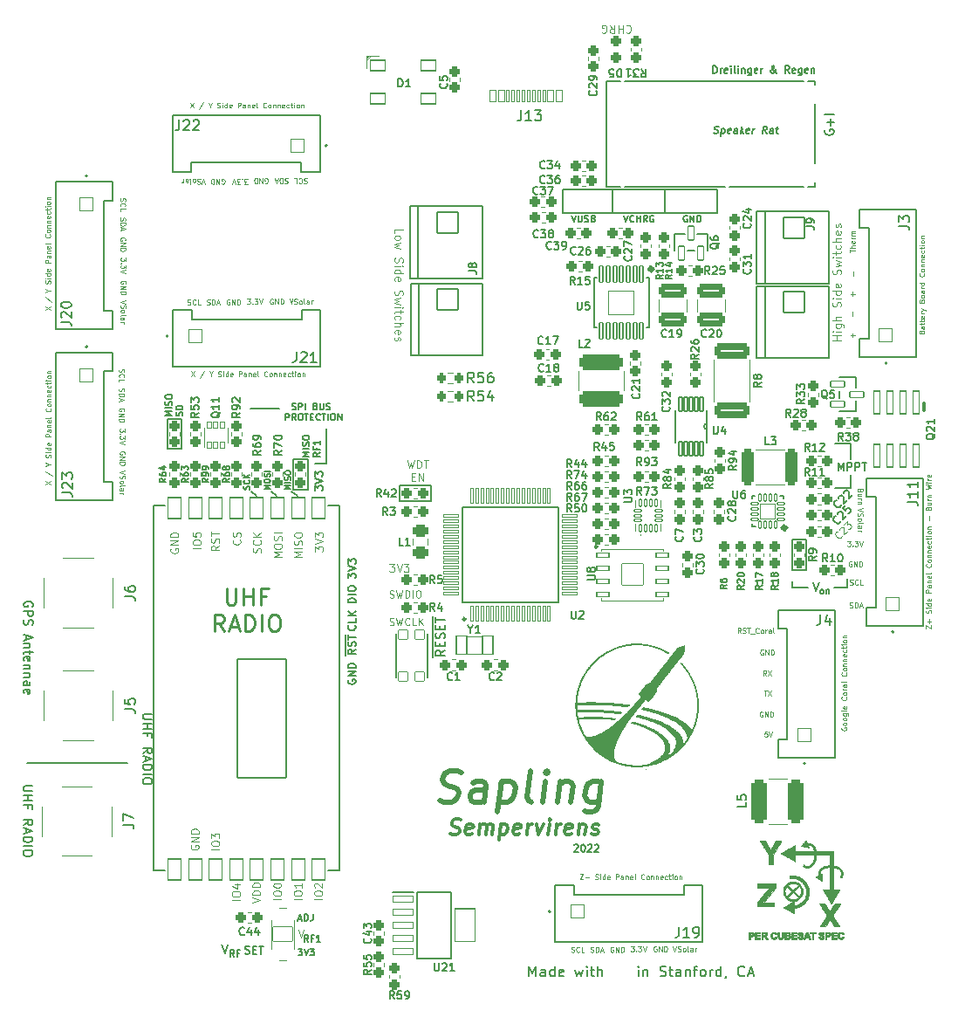
<source format=gto>
%TF.GenerationSoftware,KiCad,Pcbnew,(6.0.5)*%
%TF.CreationDate,2022-07-09T20:18:52-07:00*%
%TF.ProjectId,mainboard,6d61696e-626f-4617-9264-2e6b69636164,rev?*%
%TF.SameCoordinates,Original*%
%TF.FileFunction,Legend,Top*%
%TF.FilePolarity,Positive*%
%FSLAX46Y46*%
G04 Gerber Fmt 4.6, Leading zero omitted, Abs format (unit mm)*
G04 Created by KiCad (PCBNEW (6.0.5)) date 2022-07-09 20:18:52*
%MOMM*%
%LPD*%
G01*
G04 APERTURE LIST*
G04 Aperture macros list*
%AMRoundRect*
0 Rectangle with rounded corners*
0 $1 Rounding radius*
0 $2 $3 $4 $5 $6 $7 $8 $9 X,Y pos of 4 corners*
0 Add a 4 corners polygon primitive as box body*
4,1,4,$2,$3,$4,$5,$6,$7,$8,$9,$2,$3,0*
0 Add four circle primitives for the rounded corners*
1,1,$1+$1,$2,$3*
1,1,$1+$1,$4,$5*
1,1,$1+$1,$6,$7*
1,1,$1+$1,$8,$9*
0 Add four rect primitives between the rounded corners*
20,1,$1+$1,$2,$3,$4,$5,0*
20,1,$1+$1,$4,$5,$6,$7,0*
20,1,$1+$1,$6,$7,$8,$9,0*
20,1,$1+$1,$8,$9,$2,$3,0*%
%AMFreePoly0*
4,1,42,0.785921,0.985921,0.800800,0.950000,0.800800,-0.950000,0.785921,-0.985921,0.750000,-1.000800,0.000000,-1.000800,-0.012493,-0.995625,-0.095799,-0.994317,-0.107892,-0.992660,-0.270578,-0.949981,-0.281927,-0.945488,-0.429737,-0.865233,-0.439686,-0.858162,-0.564086,-0.744967,-0.572062,-0.735727,-0.665870,-0.596126,-0.671411,-0.585251,-0.729211,-0.427304,-0.731998,-0.415421,-0.749646,-0.255575,
-0.748541,-0.255453,-0.750800,-0.250000,-0.750800,0.250000,-0.750374,0.251027,-0.750455,0.251757,-0.750327,0.263961,-0.728373,0.430714,-0.725338,0.442536,-0.664242,0.599239,-0.658474,0.609996,-0.561763,0.747601,-0.553596,0.756672,-0.426853,0.867237,-0.416757,0.874098,-0.267299,0.951239,-0.255859,0.955493,-0.092315,0.994757,-0.080190,0.996160,-0.012063,0.995804,0.000000,1.000800,
0.750000,1.000800,0.785921,0.985921,0.785921,0.985921,$1*%
%AMFreePoly1*
4,1,41,0.012372,0.995676,0.087999,0.995279,0.100109,0.993750,0.263234,0.952776,0.274629,0.948401,0.423270,0.869699,0.433293,0.862733,0.558872,0.750847,0.566944,0.741691,0.662209,0.603080,0.667864,0.592263,0.727315,0.434929,0.730226,0.423076,0.750432,0.256103,0.750800,0.250000,0.750800,-0.250000,0.750797,-0.250534,0.750643,-0.265194,0.750139,-0.271818,0.726441,-0.438331,
0.723282,-0.450121,0.660549,-0.606176,0.654669,-0.616872,0.556522,-0.753457,0.548260,-0.762442,0.420366,-0.871674,0.410200,-0.878428,0.259943,-0.954000,0.248458,-0.958135,0.084511,-0.995683,0.072372,-0.996959,0.011580,-0.996004,0.000000,-1.000800,-0.750000,-1.000800,-0.785921,-0.985921,-0.800800,-0.950000,-0.800800,0.950000,-0.785921,0.985921,-0.750000,1.000800,0.000000,1.000800,
0.012372,0.995676,0.012372,0.995676,$1*%
G04 Aperture macros list end*
%ADD10C,0.127000*%
%ADD11C,0.300000*%
%ADD12C,0.500000*%
%ADD13C,0.121920*%
%ADD14C,0.200000*%
%ADD15C,0.177800*%
%ADD16C,0.251460*%
%ADD17C,0.100000*%
%ADD18C,0.152400*%
%ADD19C,0.150000*%
%ADD20C,0.120000*%
%ADD21C,0.381000*%
%ADD22C,0.250000*%
%ADD23C,0.203200*%
%ADD24C,0.010000*%
%ADD25C,0.190500*%
%ADD26RoundRect,0.269550X0.218750X0.256250X-0.218750X0.256250X-0.218750X-0.256250X0.218750X-0.256250X0*%
%ADD27RoundRect,0.269550X-0.256250X0.218750X-0.256250X-0.218750X0.256250X-0.218750X0.256250X0.218750X0*%
%ADD28RoundRect,0.269550X-0.218750X-0.256250X0.218750X-0.256250X0.218750X0.256250X-0.218750X0.256250X0*%
%ADD29RoundRect,0.269550X0.256250X-0.218750X0.256250X0.218750X-0.256250X0.218750X-0.256250X-0.218750X0*%
%ADD30RoundRect,0.063500X-0.152400X0.800100X-0.152400X-0.800100X0.152400X-0.800100X0.152400X0.800100X0*%
%ADD31RoundRect,0.063500X-1.230000X1.155000X-1.230000X-1.155000X1.230000X-1.155000X1.230000X1.155000X0*%
%ADD32RoundRect,0.063500X-0.660400X0.279400X-0.660400X-0.279400X0.660400X-0.279400X0.660400X0.279400X0*%
%ADD33RoundRect,0.050800X0.150000X0.737500X-0.150000X0.737500X-0.150000X-0.737500X0.150000X-0.737500X0*%
%ADD34RoundRect,0.050800X0.737500X-0.150000X0.737500X0.150000X-0.737500X0.150000X-0.737500X-0.150000X0*%
%ADD35RoundRect,0.050800X0.304800X1.104900X-0.304800X1.104900X-0.304800X-1.104900X0.304800X-1.104900X0*%
%ADD36RoundRect,0.300800X-0.312500X-1.450000X0.312500X-1.450000X0.312500X1.450000X-0.312500X1.450000X0*%
%ADD37O,1.801600X1.801600*%
%ADD38RoundRect,0.063500X-0.600000X-0.225000X0.600000X-0.225000X0.600000X0.225000X-0.600000X0.225000X0*%
%ADD39RoundRect,0.063500X1.050000X-1.050000X1.050000X1.050000X-1.050000X1.050000X-1.050000X-1.050000X0*%
%ADD40RoundRect,0.063500X-0.350000X0.125000X-0.350000X-0.125000X0.350000X-0.125000X0.350000X0.125000X0*%
%ADD41RoundRect,0.063500X0.125000X0.350000X-0.125000X0.350000X-0.125000X-0.350000X0.125000X-0.350000X0*%
%ADD42RoundRect,0.063500X0.350000X-0.125000X0.350000X0.125000X-0.350000X0.125000X-0.350000X-0.125000X0*%
%ADD43RoundRect,0.063500X-0.125000X-0.350000X0.125000X-0.350000X0.125000X0.350000X-0.125000X0.350000X0*%
%ADD44RoundRect,0.063500X0.725000X-0.725000X0.725000X0.725000X-0.725000X0.725000X-0.725000X-0.725000X0*%
%ADD45C,5.701600*%
%ADD46C,2.000000*%
%ADD47C,2.133600*%
%ADD48C,2.151600*%
%ADD49C,2.351600*%
%ADD50RoundRect,0.050800X0.750000X0.500000X-0.750000X0.500000X-0.750000X-0.500000X0.750000X-0.500000X0*%
%ADD51RoundRect,0.050800X-0.125000X-0.337500X0.125000X-0.337500X0.125000X0.337500X-0.125000X0.337500X0*%
%ADD52RoundRect,0.050800X-0.337500X0.125000X-0.337500X-0.125000X0.337500X-0.125000X0.337500X0.125000X0*%
%ADD53RoundRect,0.300800X-0.450000X0.325000X-0.450000X-0.325000X0.450000X-0.325000X0.450000X0.325000X0*%
%ADD54RoundRect,0.050800X0.500000X0.900000X-0.500000X0.900000X-0.500000X-0.900000X0.500000X-0.900000X0*%
%ADD55RoundRect,0.063500X-1.016000X1.016000X-1.016000X-1.016000X1.016000X-1.016000X1.016000X1.016000X0*%
%ADD56C,2.159000*%
%ADD57RoundRect,0.300800X-1.425000X0.425000X-1.425000X-0.425000X1.425000X-0.425000X1.425000X0.425000X0*%
%ADD58RoundRect,0.383800X-1.767000X0.417000X-1.767000X-0.417000X1.767000X-0.417000X1.767000X0.417000X0*%
%ADD59RoundRect,0.063500X-0.279400X-0.660400X0.279400X-0.660400X0.279400X0.660400X-0.279400X0.660400X0*%
%ADD60RoundRect,0.300800X1.075000X-0.375000X1.075000X0.375000X-1.075000X0.375000X-1.075000X-0.375000X0*%
%ADD61RoundRect,0.050800X-0.165100X0.675000X-0.165100X-0.675000X0.165100X-0.675000X0.165100X0.675000X0*%
%ADD62RoundRect,0.063500X-0.650000X1.000000X-0.650000X-1.000000X0.650000X-1.000000X0.650000X1.000000X0*%
%ADD63RoundRect,0.063500X-2.350000X5.750000X-2.350000X-5.750000X2.350000X-5.750000X2.350000X5.750000X0*%
%ADD64RoundRect,0.050800X0.450000X-0.450000X0.450000X0.450000X-0.450000X0.450000X-0.450000X-0.450000X0*%
%ADD65RoundRect,0.050800X0.200000X-0.325000X0.200000X0.325000X-0.200000X0.325000X-0.200000X-0.325000X0*%
%ADD66RoundRect,0.050800X1.000000X-0.325000X1.000000X0.325000X-1.000000X0.325000X-1.000000X-0.325000X0*%
%ADD67RoundRect,0.050800X-1.000000X-1.600000X1.000000X-1.600000X1.000000X1.600000X-1.000000X1.600000X0*%
%ADD68FreePoly0,270.000000*%
%ADD69RoundRect,0.050800X-0.950000X0.700000X-0.950000X-0.700000X0.950000X-0.700000X0.950000X0.700000X0*%
%ADD70FreePoly1,270.000000*%
%ADD71C,0.751600*%
%ADD72RoundRect,0.050800X0.300000X0.575000X-0.300000X0.575000X-0.300000X-0.575000X0.300000X-0.575000X0*%
%ADD73RoundRect,0.050800X0.150000X0.575000X-0.150000X0.575000X-0.150000X-0.575000X0.150000X-0.575000X0*%
%ADD74O,1.101600X2.201600*%
%ADD75O,1.101600X1.701600*%
%ADD76RoundRect,0.250800X0.200000X0.275000X-0.200000X0.275000X-0.200000X-0.275000X0.200000X-0.275000X0*%
%ADD77RoundRect,0.383800X0.417000X1.767000X-0.417000X1.767000X-0.417000X-1.767000X0.417000X-1.767000X0*%
%ADD78RoundRect,0.050800X-0.654000X0.654000X-0.654000X-0.654000X0.654000X-0.654000X0.654000X0.654000X0*%
%ADD79C,1.409600*%
%ADD80RoundRect,0.050800X0.654000X0.654000X-0.654000X0.654000X-0.654000X-0.654000X0.654000X-0.654000X0*%
%ADD81RoundRect,0.050800X0.654000X-0.654000X0.654000X0.654000X-0.654000X0.654000X-0.654000X-0.654000X0*%
%ADD82RoundRect,0.050800X-0.654000X-0.654000X0.654000X-0.654000X0.654000X0.654000X-0.654000X0.654000X0*%
%ADD83C,1.501600*%
G04 APERTURE END LIST*
D10*
X165791229Y-63613333D02*
X165887062Y-63646666D01*
X166053729Y-63646666D01*
X166124562Y-63613333D01*
X166162062Y-63580000D01*
X166203729Y-63513333D01*
X166212062Y-63446666D01*
X166187062Y-63380000D01*
X166157895Y-63346666D01*
X166095395Y-63313333D01*
X165966229Y-63280000D01*
X165903729Y-63246666D01*
X165874562Y-63213333D01*
X165849562Y-63146666D01*
X165857895Y-63080000D01*
X165899562Y-63013333D01*
X165937062Y-62980000D01*
X166007895Y-62946666D01*
X166174562Y-62946666D01*
X166270395Y-62980000D01*
X166545395Y-63180000D02*
X166457895Y-63880000D01*
X166541229Y-63213333D02*
X166612062Y-63180000D01*
X166745395Y-63180000D01*
X166807895Y-63213333D01*
X166837062Y-63246666D01*
X166862062Y-63313333D01*
X166837062Y-63513333D01*
X166795395Y-63580000D01*
X166757895Y-63613333D01*
X166687062Y-63646666D01*
X166553729Y-63646666D01*
X166491229Y-63613333D01*
X167391229Y-63613333D02*
X167320395Y-63646666D01*
X167187062Y-63646666D01*
X167124562Y-63613333D01*
X167099562Y-63546666D01*
X167132895Y-63280000D01*
X167174562Y-63213333D01*
X167245395Y-63180000D01*
X167378729Y-63180000D01*
X167441229Y-63213333D01*
X167466229Y-63280000D01*
X167457895Y-63346666D01*
X167116229Y-63413333D01*
X168020395Y-63646666D02*
X168066229Y-63280000D01*
X168041229Y-63213333D01*
X167978729Y-63180000D01*
X167845395Y-63180000D01*
X167774562Y-63213333D01*
X168024562Y-63613333D02*
X167953729Y-63646666D01*
X167787062Y-63646666D01*
X167724562Y-63613333D01*
X167699562Y-63546666D01*
X167707895Y-63480000D01*
X167749562Y-63413333D01*
X167820395Y-63380000D01*
X167987062Y-63380000D01*
X168057895Y-63346666D01*
X168353729Y-63646666D02*
X168441229Y-62946666D01*
X168453729Y-63380000D02*
X168620395Y-63646666D01*
X168678729Y-63180000D02*
X168378729Y-63446666D01*
X169191229Y-63613333D02*
X169120395Y-63646666D01*
X168987062Y-63646666D01*
X168924562Y-63613333D01*
X168899562Y-63546666D01*
X168932895Y-63280000D01*
X168974562Y-63213333D01*
X169045395Y-63180000D01*
X169178729Y-63180000D01*
X169241229Y-63213333D01*
X169266229Y-63280000D01*
X169257895Y-63346666D01*
X168916229Y-63413333D01*
X169520395Y-63646666D02*
X169578729Y-63180000D01*
X169562062Y-63313333D02*
X169603729Y-63246666D01*
X169641229Y-63213333D01*
X169712062Y-63180000D01*
X169778729Y-63180000D01*
X170887062Y-63646666D02*
X170695395Y-63313333D01*
X170487062Y-63646666D02*
X170574562Y-62946666D01*
X170841229Y-62946666D01*
X170903729Y-62980000D01*
X170932895Y-63013333D01*
X170957895Y-63080000D01*
X170945395Y-63180000D01*
X170903729Y-63246666D01*
X170866229Y-63280000D01*
X170795395Y-63313333D01*
X170528729Y-63313333D01*
X171487062Y-63646666D02*
X171532895Y-63280000D01*
X171507895Y-63213333D01*
X171445395Y-63180000D01*
X171312062Y-63180000D01*
X171241229Y-63213333D01*
X171491229Y-63613333D02*
X171420395Y-63646666D01*
X171253729Y-63646666D01*
X171191229Y-63613333D01*
X171166229Y-63546666D01*
X171174562Y-63480000D01*
X171216229Y-63413333D01*
X171287062Y-63380000D01*
X171453729Y-63380000D01*
X171524562Y-63346666D01*
X171778729Y-63180000D02*
X172045395Y-63180000D01*
X171907895Y-62946666D02*
X171832895Y-63546666D01*
X171857895Y-63613333D01*
X171920395Y-63646666D01*
X171987062Y-63646666D01*
X165703333Y-57796666D02*
X165703333Y-57096666D01*
X165870000Y-57096666D01*
X165970000Y-57130000D01*
X166036666Y-57196666D01*
X166070000Y-57263333D01*
X166103333Y-57396666D01*
X166103333Y-57496666D01*
X166070000Y-57630000D01*
X166036666Y-57696666D01*
X165970000Y-57763333D01*
X165870000Y-57796666D01*
X165703333Y-57796666D01*
X166403333Y-57796666D02*
X166403333Y-57330000D01*
X166403333Y-57463333D02*
X166436666Y-57396666D01*
X166470000Y-57363333D01*
X166536666Y-57330000D01*
X166603333Y-57330000D01*
X167103333Y-57763333D02*
X167036666Y-57796666D01*
X166903333Y-57796666D01*
X166836666Y-57763333D01*
X166803333Y-57696666D01*
X166803333Y-57430000D01*
X166836666Y-57363333D01*
X166903333Y-57330000D01*
X167036666Y-57330000D01*
X167103333Y-57363333D01*
X167136666Y-57430000D01*
X167136666Y-57496666D01*
X166803333Y-57563333D01*
X167436666Y-57796666D02*
X167436666Y-57330000D01*
X167436666Y-57096666D02*
X167403333Y-57130000D01*
X167436666Y-57163333D01*
X167470000Y-57130000D01*
X167436666Y-57096666D01*
X167436666Y-57163333D01*
X167870000Y-57796666D02*
X167803333Y-57763333D01*
X167770000Y-57696666D01*
X167770000Y-57096666D01*
X168136666Y-57796666D02*
X168136666Y-57330000D01*
X168136666Y-57096666D02*
X168103333Y-57130000D01*
X168136666Y-57163333D01*
X168170000Y-57130000D01*
X168136666Y-57096666D01*
X168136666Y-57163333D01*
X168470000Y-57330000D02*
X168470000Y-57796666D01*
X168470000Y-57396666D02*
X168503333Y-57363333D01*
X168570000Y-57330000D01*
X168670000Y-57330000D01*
X168736666Y-57363333D01*
X168770000Y-57430000D01*
X168770000Y-57796666D01*
X169403333Y-57330000D02*
X169403333Y-57896666D01*
X169370000Y-57963333D01*
X169336666Y-57996666D01*
X169270000Y-58030000D01*
X169170000Y-58030000D01*
X169103333Y-57996666D01*
X169403333Y-57763333D02*
X169336666Y-57796666D01*
X169203333Y-57796666D01*
X169136666Y-57763333D01*
X169103333Y-57730000D01*
X169070000Y-57663333D01*
X169070000Y-57463333D01*
X169103333Y-57396666D01*
X169136666Y-57363333D01*
X169203333Y-57330000D01*
X169336666Y-57330000D01*
X169403333Y-57363333D01*
X170003333Y-57763333D02*
X169936666Y-57796666D01*
X169803333Y-57796666D01*
X169736666Y-57763333D01*
X169703333Y-57696666D01*
X169703333Y-57430000D01*
X169736666Y-57363333D01*
X169803333Y-57330000D01*
X169936666Y-57330000D01*
X170003333Y-57363333D01*
X170036666Y-57430000D01*
X170036666Y-57496666D01*
X169703333Y-57563333D01*
X170336666Y-57796666D02*
X170336666Y-57330000D01*
X170336666Y-57463333D02*
X170370000Y-57396666D01*
X170403333Y-57363333D01*
X170470000Y-57330000D01*
X170536666Y-57330000D01*
X171870000Y-57796666D02*
X171836666Y-57796666D01*
X171770000Y-57763333D01*
X171670000Y-57663333D01*
X171503333Y-57463333D01*
X171436666Y-57363333D01*
X171403333Y-57263333D01*
X171403333Y-57196666D01*
X171436666Y-57130000D01*
X171503333Y-57096666D01*
X171536666Y-57096666D01*
X171603333Y-57130000D01*
X171636666Y-57196666D01*
X171636666Y-57230000D01*
X171603333Y-57296666D01*
X171570000Y-57330000D01*
X171370000Y-57463333D01*
X171336666Y-57496666D01*
X171303333Y-57563333D01*
X171303333Y-57663333D01*
X171336666Y-57730000D01*
X171370000Y-57763333D01*
X171436666Y-57796666D01*
X171536666Y-57796666D01*
X171603333Y-57763333D01*
X171636666Y-57730000D01*
X171736666Y-57596666D01*
X171770000Y-57496666D01*
X171770000Y-57430000D01*
X173103333Y-57796666D02*
X172870000Y-57463333D01*
X172703333Y-57796666D02*
X172703333Y-57096666D01*
X172970000Y-57096666D01*
X173036666Y-57130000D01*
X173070000Y-57163333D01*
X173103333Y-57230000D01*
X173103333Y-57330000D01*
X173070000Y-57396666D01*
X173036666Y-57430000D01*
X172970000Y-57463333D01*
X172703333Y-57463333D01*
X173670000Y-57763333D02*
X173603333Y-57796666D01*
X173470000Y-57796666D01*
X173403333Y-57763333D01*
X173370000Y-57696666D01*
X173370000Y-57430000D01*
X173403333Y-57363333D01*
X173470000Y-57330000D01*
X173603333Y-57330000D01*
X173670000Y-57363333D01*
X173703333Y-57430000D01*
X173703333Y-57496666D01*
X173370000Y-57563333D01*
X174303333Y-57330000D02*
X174303333Y-57896666D01*
X174270000Y-57963333D01*
X174236666Y-57996666D01*
X174170000Y-58030000D01*
X174070000Y-58030000D01*
X174003333Y-57996666D01*
X174303333Y-57763333D02*
X174236666Y-57796666D01*
X174103333Y-57796666D01*
X174036666Y-57763333D01*
X174003333Y-57730000D01*
X173970000Y-57663333D01*
X173970000Y-57463333D01*
X174003333Y-57396666D01*
X174036666Y-57363333D01*
X174103333Y-57330000D01*
X174236666Y-57330000D01*
X174303333Y-57363333D01*
X174903333Y-57763333D02*
X174836666Y-57796666D01*
X174703333Y-57796666D01*
X174636666Y-57763333D01*
X174603333Y-57696666D01*
X174603333Y-57430000D01*
X174636666Y-57363333D01*
X174703333Y-57330000D01*
X174836666Y-57330000D01*
X174903333Y-57363333D01*
X174936666Y-57430000D01*
X174936666Y-57496666D01*
X174603333Y-57563333D01*
X175236666Y-57330000D02*
X175236666Y-57796666D01*
X175236666Y-57396666D02*
X175270000Y-57363333D01*
X175336666Y-57330000D01*
X175436666Y-57330000D01*
X175503333Y-57363333D01*
X175536666Y-57430000D01*
X175536666Y-57796666D01*
X152210000Y-132673333D02*
X152243333Y-132640000D01*
X152310000Y-132606666D01*
X152476666Y-132606666D01*
X152543333Y-132640000D01*
X152576666Y-132673333D01*
X152610000Y-132740000D01*
X152610000Y-132806666D01*
X152576666Y-132906666D01*
X152176666Y-133306666D01*
X152610000Y-133306666D01*
X153043333Y-132606666D02*
X153110000Y-132606666D01*
X153176666Y-132640000D01*
X153210000Y-132673333D01*
X153243333Y-132740000D01*
X153276666Y-132873333D01*
X153276666Y-133040000D01*
X153243333Y-133173333D01*
X153210000Y-133240000D01*
X153176666Y-133273333D01*
X153110000Y-133306666D01*
X153043333Y-133306666D01*
X152976666Y-133273333D01*
X152943333Y-133240000D01*
X152910000Y-133173333D01*
X152876666Y-133040000D01*
X152876666Y-132873333D01*
X152910000Y-132740000D01*
X152943333Y-132673333D01*
X152976666Y-132640000D01*
X153043333Y-132606666D01*
X153543333Y-132673333D02*
X153576666Y-132640000D01*
X153643333Y-132606666D01*
X153810000Y-132606666D01*
X153876666Y-132640000D01*
X153910000Y-132673333D01*
X153943333Y-132740000D01*
X153943333Y-132806666D01*
X153910000Y-132906666D01*
X153510000Y-133306666D01*
X153943333Y-133306666D01*
X154210000Y-132673333D02*
X154243333Y-132640000D01*
X154310000Y-132606666D01*
X154476666Y-132606666D01*
X154543333Y-132640000D01*
X154576666Y-132673333D01*
X154610000Y-132740000D01*
X154610000Y-132806666D01*
X154576666Y-132906666D01*
X154176666Y-133306666D01*
X154610000Y-133306666D01*
D11*
X140208348Y-131577142D02*
X140413705Y-131648571D01*
X140770848Y-131648571D01*
X140922633Y-131577142D01*
X141002991Y-131505714D01*
X141092276Y-131362857D01*
X141110133Y-131220000D01*
X141056562Y-131077142D01*
X140994062Y-131005714D01*
X140860133Y-130934285D01*
X140583348Y-130862857D01*
X140449419Y-130791428D01*
X140386919Y-130720000D01*
X140333348Y-130577142D01*
X140351205Y-130434285D01*
X140440491Y-130291428D01*
X140520848Y-130220000D01*
X140672633Y-130148571D01*
X141029776Y-130148571D01*
X141235133Y-130220000D01*
X142279776Y-131577142D02*
X142127991Y-131648571D01*
X141842276Y-131648571D01*
X141708348Y-131577142D01*
X141654776Y-131434285D01*
X141726205Y-130862857D01*
X141815491Y-130720000D01*
X141967276Y-130648571D01*
X142252991Y-130648571D01*
X142386919Y-130720000D01*
X142440491Y-130862857D01*
X142422633Y-131005714D01*
X141690491Y-131148571D01*
X142985133Y-131648571D02*
X143110133Y-130648571D01*
X143092276Y-130791428D02*
X143172633Y-130720000D01*
X143324419Y-130648571D01*
X143538705Y-130648571D01*
X143672633Y-130720000D01*
X143726205Y-130862857D01*
X143627991Y-131648571D01*
X143726205Y-130862857D02*
X143815491Y-130720000D01*
X143967276Y-130648571D01*
X144181562Y-130648571D01*
X144315491Y-130720000D01*
X144369062Y-130862857D01*
X144270848Y-131648571D01*
X145110133Y-130648571D02*
X144922633Y-132148571D01*
X145101205Y-130720000D02*
X145252991Y-130648571D01*
X145538705Y-130648571D01*
X145672633Y-130720000D01*
X145735133Y-130791428D01*
X145788705Y-130934285D01*
X145735133Y-131362857D01*
X145645848Y-131505714D01*
X145565491Y-131577142D01*
X145413705Y-131648571D01*
X145127991Y-131648571D01*
X144994062Y-131577142D01*
X146922633Y-131577142D02*
X146770848Y-131648571D01*
X146485133Y-131648571D01*
X146351205Y-131577142D01*
X146297633Y-131434285D01*
X146369062Y-130862857D01*
X146458348Y-130720000D01*
X146610133Y-130648571D01*
X146895848Y-130648571D01*
X147029776Y-130720000D01*
X147083348Y-130862857D01*
X147065491Y-131005714D01*
X146333348Y-131148571D01*
X147627991Y-131648571D02*
X147752991Y-130648571D01*
X147717276Y-130934285D02*
X147806562Y-130791428D01*
X147886919Y-130720000D01*
X148038705Y-130648571D01*
X148181562Y-130648571D01*
X148538705Y-130648571D02*
X148770848Y-131648571D01*
X149252991Y-130648571D01*
X149699419Y-131648571D02*
X149824419Y-130648571D01*
X149886919Y-130148571D02*
X149806562Y-130220000D01*
X149869062Y-130291428D01*
X149949419Y-130220000D01*
X149886919Y-130148571D01*
X149869062Y-130291428D01*
X150413705Y-131648571D02*
X150538705Y-130648571D01*
X150502991Y-130934285D02*
X150592276Y-130791428D01*
X150672633Y-130720000D01*
X150824419Y-130648571D01*
X150967276Y-130648571D01*
X151922633Y-131577142D02*
X151770848Y-131648571D01*
X151485133Y-131648571D01*
X151351205Y-131577142D01*
X151297633Y-131434285D01*
X151369062Y-130862857D01*
X151458348Y-130720000D01*
X151610133Y-130648571D01*
X151895848Y-130648571D01*
X152029776Y-130720000D01*
X152083348Y-130862857D01*
X152065491Y-131005714D01*
X151333348Y-131148571D01*
X152752991Y-130648571D02*
X152627991Y-131648571D01*
X152735133Y-130791428D02*
X152815491Y-130720000D01*
X152967276Y-130648571D01*
X153181562Y-130648571D01*
X153315491Y-130720000D01*
X153369062Y-130862857D01*
X153270848Y-131648571D01*
X153922633Y-131577142D02*
X154056562Y-131648571D01*
X154342276Y-131648571D01*
X154494062Y-131577142D01*
X154583348Y-131434285D01*
X154592276Y-131362857D01*
X154538705Y-131220000D01*
X154404776Y-131148571D01*
X154190491Y-131148571D01*
X154056562Y-131077142D01*
X154002991Y-130934285D01*
X154011919Y-130862857D01*
X154101205Y-130720000D01*
X154252991Y-130648571D01*
X154467276Y-130648571D01*
X154601205Y-130720000D01*
D12*
X139218125Y-128334285D02*
X139628839Y-128477142D01*
X140343125Y-128477142D01*
X140646696Y-128334285D01*
X140807410Y-128191428D01*
X140985982Y-127905714D01*
X141021696Y-127620000D01*
X140914553Y-127334285D01*
X140789553Y-127191428D01*
X140521696Y-127048571D01*
X139968125Y-126905714D01*
X139700267Y-126762857D01*
X139575267Y-126620000D01*
X139468125Y-126334285D01*
X139503839Y-126048571D01*
X139682410Y-125762857D01*
X139843125Y-125620000D01*
X140146696Y-125477142D01*
X140860982Y-125477142D01*
X141271696Y-125620000D01*
X143485982Y-128477142D02*
X143682410Y-126905714D01*
X143575267Y-126620000D01*
X143307410Y-126477142D01*
X142735982Y-126477142D01*
X142432410Y-126620000D01*
X143503839Y-128334285D02*
X143200267Y-128477142D01*
X142485982Y-128477142D01*
X142218125Y-128334285D01*
X142110982Y-128048571D01*
X142146696Y-127762857D01*
X142325267Y-127477142D01*
X142628839Y-127334285D01*
X143343125Y-127334285D01*
X143646696Y-127191428D01*
X145164553Y-126477142D02*
X144789553Y-129477142D01*
X145146696Y-126620000D02*
X145450267Y-126477142D01*
X146021696Y-126477142D01*
X146289553Y-126620000D01*
X146414553Y-126762857D01*
X146521696Y-127048571D01*
X146414553Y-127905714D01*
X146235982Y-128191428D01*
X146075267Y-128334285D01*
X145771696Y-128477142D01*
X145200267Y-128477142D01*
X144932410Y-128334285D01*
X148057410Y-128477142D02*
X147789553Y-128334285D01*
X147682410Y-128048571D01*
X148003839Y-125477142D01*
X149200267Y-128477142D02*
X149450267Y-126477142D01*
X149575267Y-125477142D02*
X149414553Y-125620000D01*
X149539553Y-125762857D01*
X149700267Y-125620000D01*
X149575267Y-125477142D01*
X149539553Y-125762857D01*
X150878839Y-126477142D02*
X150628839Y-128477142D01*
X150843125Y-126762857D02*
X151003839Y-126620000D01*
X151307410Y-126477142D01*
X151735982Y-126477142D01*
X152003839Y-126620000D01*
X152110982Y-126905714D01*
X151914553Y-128477142D01*
X154878839Y-126477142D02*
X154575267Y-128905714D01*
X154396696Y-129191428D01*
X154235982Y-129334285D01*
X153932410Y-129477142D01*
X153503839Y-129477142D01*
X153235982Y-129334285D01*
X154646696Y-128334285D02*
X154343125Y-128477142D01*
X153771696Y-128477142D01*
X153503839Y-128334285D01*
X153378839Y-128191428D01*
X153271696Y-127905714D01*
X153378839Y-127048571D01*
X153557410Y-126762857D01*
X153718125Y-126620000D01*
X154021696Y-126477142D01*
X154593125Y-126477142D01*
X154860982Y-126620000D01*
D10*
X166116000Y-69088000D02*
X151130000Y-69088000D01*
X173355000Y-103060500D02*
X173355000Y-105981500D01*
X174752000Y-103060500D02*
X174752000Y-105981500D01*
X174752000Y-103060500D02*
X173355000Y-103060500D01*
X174752000Y-105981500D02*
X173355000Y-105981500D01*
X178689000Y-106870500D02*
X178689000Y-107696000D01*
X161036000Y-71374000D02*
X161036000Y-69088000D01*
X155956000Y-71374000D02*
X155956000Y-69088000D01*
X114137100Y-91338400D02*
X112740100Y-91338400D01*
X114137100Y-91338400D02*
X114137100Y-94259400D01*
X112740100Y-91338400D02*
X112740100Y-94259400D01*
X114137100Y-94259400D02*
X112740100Y-94259400D01*
X126365000Y-98171000D02*
X124968000Y-98171000D01*
X126365000Y-95250000D02*
X126365000Y-98171000D01*
X124968000Y-98171000D02*
X124968000Y-95250000D01*
X126365000Y-95250000D02*
X124968000Y-95250000D01*
X121424700Y-98767900D02*
X120865900Y-98336100D01*
X123355100Y-98767900D02*
X122796300Y-98336100D01*
X125336300Y-98767900D02*
X124777500Y-98336100D01*
X120840500Y-90360500D02*
X123634500Y-90360500D01*
X128206500Y-95694500D02*
X128206500Y-92265500D01*
X128206500Y-95694500D02*
X127063500Y-95694500D01*
X179070000Y-98044000D02*
X179070000Y-96774000D01*
X166116000Y-71374000D02*
X166116000Y-69088000D01*
X151130000Y-71374000D02*
X166116000Y-71374000D01*
X151130000Y-69088000D02*
X151130000Y-71374000D01*
X177482500Y-107696000D02*
X178689000Y-107696000D01*
X138303000Y-99314000D02*
X135255000Y-99314000D01*
X135255000Y-99314000D02*
X135255000Y-97790000D01*
X179070000Y-93726000D02*
X179070000Y-95250000D01*
X177546000Y-93726000D02*
X179070000Y-93726000D01*
X138303000Y-97790000D02*
X138303000Y-99314000D01*
X135255000Y-97790000D02*
X138303000Y-97790000D01*
X173355000Y-107696000D02*
X174879000Y-107696000D01*
X177546000Y-98044000D02*
X179070000Y-98044000D01*
X99125000Y-124750000D02*
X108875000Y-124750000D01*
X173355000Y-107124500D02*
X173355000Y-107696000D01*
D13*
X134321587Y-111311266D02*
X134423187Y-111345133D01*
X134592520Y-111345133D01*
X134660253Y-111311266D01*
X134694120Y-111277400D01*
X134727987Y-111209666D01*
X134727987Y-111141933D01*
X134694120Y-111074200D01*
X134660253Y-111040333D01*
X134592520Y-111006466D01*
X134457053Y-110972600D01*
X134389320Y-110938733D01*
X134355453Y-110904866D01*
X134321587Y-110837133D01*
X134321587Y-110769400D01*
X134355453Y-110701666D01*
X134389320Y-110667800D01*
X134457053Y-110633933D01*
X134626387Y-110633933D01*
X134727987Y-110667800D01*
X134965053Y-110633933D02*
X135134387Y-111345133D01*
X135269853Y-110837133D01*
X135405320Y-111345133D01*
X135574653Y-110633933D01*
X136251987Y-111277400D02*
X136218120Y-111311266D01*
X136116520Y-111345133D01*
X136048787Y-111345133D01*
X135947187Y-111311266D01*
X135879453Y-111243533D01*
X135845587Y-111175800D01*
X135811720Y-111040333D01*
X135811720Y-110938733D01*
X135845587Y-110803266D01*
X135879453Y-110735533D01*
X135947187Y-110667800D01*
X136048787Y-110633933D01*
X136116520Y-110633933D01*
X136218120Y-110667800D01*
X136251987Y-110701666D01*
X136895453Y-111345133D02*
X136556787Y-111345133D01*
X136556787Y-110633933D01*
X137132520Y-111345133D02*
X137132520Y-110633933D01*
X137538920Y-111345133D02*
X137234120Y-110938733D01*
X137538920Y-110633933D02*
X137132520Y-111040333D01*
X134296428Y-105400865D02*
X134774432Y-105400865D01*
X134517045Y-105695021D01*
X134627353Y-105695021D01*
X134700892Y-105731791D01*
X134737662Y-105768560D01*
X134774432Y-105842099D01*
X134774432Y-106025947D01*
X134737662Y-106099486D01*
X134700892Y-106136255D01*
X134627353Y-106173025D01*
X134406736Y-106173025D01*
X134333197Y-106136255D01*
X134296428Y-106099486D01*
X134995049Y-105400865D02*
X135252435Y-106173025D01*
X135509822Y-105400865D01*
X135693670Y-105400865D02*
X136171673Y-105400865D01*
X135914287Y-105695021D01*
X136024595Y-105695021D01*
X136098134Y-105731791D01*
X136134904Y-105768560D01*
X136171673Y-105842099D01*
X136171673Y-106025947D01*
X136134904Y-106099486D01*
X136098134Y-106136255D01*
X136024595Y-106173025D01*
X135803978Y-106173025D01*
X135730439Y-106136255D01*
X135693670Y-106099486D01*
X134321587Y-108644266D02*
X134423187Y-108678133D01*
X134592520Y-108678133D01*
X134660253Y-108644266D01*
X134694120Y-108610400D01*
X134727987Y-108542666D01*
X134727987Y-108474933D01*
X134694120Y-108407200D01*
X134660253Y-108373333D01*
X134592520Y-108339466D01*
X134457053Y-108305600D01*
X134389320Y-108271733D01*
X134355453Y-108237866D01*
X134321587Y-108170133D01*
X134321587Y-108102400D01*
X134355453Y-108034666D01*
X134389320Y-108000800D01*
X134457053Y-107966933D01*
X134626387Y-107966933D01*
X134727987Y-108000800D01*
X134965053Y-107966933D02*
X135134387Y-108678133D01*
X135269853Y-108170133D01*
X135405320Y-108678133D01*
X135574653Y-107966933D01*
X135845587Y-108678133D02*
X135845587Y-107966933D01*
X136014920Y-107966933D01*
X136116520Y-108000800D01*
X136184253Y-108068533D01*
X136218120Y-108136266D01*
X136251987Y-108271733D01*
X136251987Y-108373333D01*
X136218120Y-108508800D01*
X136184253Y-108576533D01*
X136116520Y-108644266D01*
X136014920Y-108678133D01*
X135845587Y-108678133D01*
X136556787Y-108678133D02*
X136556787Y-107966933D01*
X137030920Y-107966933D02*
X137166387Y-107966933D01*
X137234120Y-108000800D01*
X137301853Y-108068533D01*
X137335720Y-108204000D01*
X137335720Y-108441066D01*
X137301853Y-108576533D01*
X137234120Y-108644266D01*
X137166387Y-108678133D01*
X137030920Y-108678133D01*
X136963187Y-108644266D01*
X136895453Y-108576533D01*
X136861587Y-108441066D01*
X136861587Y-108204000D01*
X136895453Y-108068533D01*
X136963187Y-108000800D01*
X137030920Y-107966933D01*
D10*
X130302000Y-116632264D02*
X130265714Y-116704835D01*
X130265714Y-116813692D01*
X130302000Y-116922550D01*
X130374571Y-116995121D01*
X130447142Y-117031407D01*
X130592285Y-117067692D01*
X130701142Y-117067692D01*
X130846285Y-117031407D01*
X130918857Y-116995121D01*
X130991428Y-116922550D01*
X131027714Y-116813692D01*
X131027714Y-116741121D01*
X130991428Y-116632264D01*
X130955142Y-116595978D01*
X130701142Y-116595978D01*
X130701142Y-116741121D01*
X131027714Y-116269407D02*
X130265714Y-116269407D01*
X131027714Y-115833978D01*
X130265714Y-115833978D01*
X131027714Y-115471121D02*
X130265714Y-115471121D01*
X130265714Y-115289692D01*
X130302000Y-115180835D01*
X130374571Y-115108264D01*
X130447142Y-115071978D01*
X130592285Y-115035692D01*
X130701142Y-115035692D01*
X130846285Y-115071978D01*
X130918857Y-115108264D01*
X130991428Y-115180835D01*
X131027714Y-115289692D01*
X131027714Y-115471121D01*
D14*
X176560480Y-63304806D02*
X176518146Y-63389473D01*
X176518146Y-63516473D01*
X176560480Y-63643473D01*
X176645146Y-63728140D01*
X176729813Y-63770473D01*
X176899146Y-63812806D01*
X177026146Y-63812806D01*
X177195480Y-63770473D01*
X177280146Y-63728140D01*
X177364813Y-63643473D01*
X177407146Y-63516473D01*
X177407146Y-63431806D01*
X177364813Y-63304806D01*
X177322480Y-63262473D01*
X177026146Y-63262473D01*
X177026146Y-63431806D01*
X177068480Y-62881473D02*
X177068480Y-62204140D01*
X177407146Y-62542806D02*
X176729813Y-62542806D01*
X177407146Y-61780806D02*
X176518146Y-61780806D01*
D15*
X138517630Y-114500236D02*
X138517630Y-113611236D01*
X139657666Y-113780570D02*
X139234333Y-114076903D01*
X139657666Y-114288570D02*
X138768666Y-114288570D01*
X138768666Y-113949903D01*
X138811000Y-113865236D01*
X138853333Y-113822903D01*
X138938000Y-113780570D01*
X139065000Y-113780570D01*
X139149666Y-113822903D01*
X139192000Y-113865236D01*
X139234333Y-113949903D01*
X139234333Y-114288570D01*
X138517630Y-113611236D02*
X138517630Y-112806903D01*
X139192000Y-113399570D02*
X139192000Y-113103236D01*
X139657666Y-112976236D02*
X139657666Y-113399570D01*
X138768666Y-113399570D01*
X138768666Y-112976236D01*
X138517630Y-112806903D02*
X138517630Y-111960236D01*
X139615333Y-112637570D02*
X139657666Y-112510570D01*
X139657666Y-112298903D01*
X139615333Y-112214236D01*
X139573000Y-112171903D01*
X139488333Y-112129570D01*
X139403666Y-112129570D01*
X139319000Y-112171903D01*
X139276666Y-112214236D01*
X139234333Y-112298903D01*
X139192000Y-112468236D01*
X139149666Y-112552903D01*
X139107333Y-112595236D01*
X139022666Y-112637570D01*
X138938000Y-112637570D01*
X138853333Y-112595236D01*
X138811000Y-112552903D01*
X138768666Y-112468236D01*
X138768666Y-112256570D01*
X138811000Y-112129570D01*
X138517630Y-111960236D02*
X138517630Y-111155903D01*
X139192000Y-111748570D02*
X139192000Y-111452236D01*
X139657666Y-111325236D02*
X139657666Y-111748570D01*
X138768666Y-111748570D01*
X138768666Y-111325236D01*
X138517630Y-111155903D02*
X138517630Y-110478570D01*
X138768666Y-111071236D02*
X138768666Y-110563236D01*
X139657666Y-110817236D02*
X138768666Y-110817236D01*
D10*
X125469650Y-139832328D02*
X125772031Y-139832328D01*
X125409173Y-140013756D02*
X125620840Y-139378756D01*
X125832507Y-140013756D01*
X126044173Y-140013756D02*
X126044173Y-139378756D01*
X126195364Y-139378756D01*
X126286078Y-139408995D01*
X126346554Y-139469471D01*
X126376793Y-139529947D01*
X126407031Y-139650899D01*
X126407031Y-139741614D01*
X126376793Y-139862566D01*
X126346554Y-139923042D01*
X126286078Y-139983518D01*
X126195364Y-140013756D01*
X126044173Y-140013756D01*
X126860602Y-139378756D02*
X126860602Y-139832328D01*
X126830364Y-139923042D01*
X126769888Y-139983518D01*
X126679173Y-140013756D01*
X126618697Y-140013756D01*
D16*
X118487734Y-107759862D02*
X118487734Y-109049094D01*
X118563571Y-109200768D01*
X118639408Y-109276605D01*
X118791082Y-109352442D01*
X119094431Y-109352442D01*
X119246105Y-109276605D01*
X119321942Y-109200768D01*
X119397780Y-109049094D01*
X119397780Y-107759862D01*
X120156151Y-109352442D02*
X120156151Y-107759862D01*
X120156151Y-108518234D02*
X121066197Y-108518234D01*
X121066197Y-109352442D02*
X121066197Y-107759862D01*
X122355428Y-108518234D02*
X121824568Y-108518234D01*
X121824568Y-109352442D02*
X121824568Y-107759862D01*
X122582940Y-107759862D01*
X118260222Y-111916496D02*
X117729362Y-111158125D01*
X117350177Y-111916496D02*
X117350177Y-110323916D01*
X117956874Y-110323916D01*
X118108548Y-110399754D01*
X118184385Y-110475591D01*
X118260222Y-110627265D01*
X118260222Y-110854776D01*
X118184385Y-111006451D01*
X118108548Y-111082288D01*
X117956874Y-111158125D01*
X117350177Y-111158125D01*
X118866920Y-111461474D02*
X119625291Y-111461474D01*
X118715245Y-111916496D02*
X119246105Y-110323916D01*
X119776965Y-111916496D01*
X120307825Y-111916496D02*
X120307825Y-110323916D01*
X120687011Y-110323916D01*
X120914522Y-110399754D01*
X121066197Y-110551428D01*
X121142034Y-110703102D01*
X121217871Y-111006451D01*
X121217871Y-111233962D01*
X121142034Y-111537311D01*
X121066197Y-111688985D01*
X120914522Y-111840659D01*
X120687011Y-111916496D01*
X120307825Y-111916496D01*
X121900405Y-111916496D02*
X121900405Y-110323916D01*
X122962125Y-110323916D02*
X123265474Y-110323916D01*
X123417148Y-110399754D01*
X123568822Y-110551428D01*
X123644660Y-110854776D01*
X123644660Y-111385636D01*
X123568822Y-111688985D01*
X123417148Y-111840659D01*
X123265474Y-111916496D01*
X122962125Y-111916496D01*
X122810451Y-111840659D01*
X122658777Y-111688985D01*
X122582940Y-111385636D01*
X122582940Y-110854776D01*
X122658777Y-110551428D01*
X122810451Y-110399754D01*
X122962125Y-110323916D01*
D17*
X134810495Y-73324076D02*
X134810495Y-72943123D01*
X135610495Y-72943123D01*
X134810495Y-73705028D02*
X134848590Y-73628838D01*
X134886685Y-73590742D01*
X134962876Y-73552647D01*
X135191447Y-73552647D01*
X135267638Y-73590742D01*
X135305733Y-73628838D01*
X135343828Y-73705028D01*
X135343828Y-73819314D01*
X135305733Y-73895504D01*
X135267638Y-73933600D01*
X135191447Y-73971695D01*
X134962876Y-73971695D01*
X134886685Y-73933600D01*
X134848590Y-73895504D01*
X134810495Y-73819314D01*
X134810495Y-73705028D01*
X135343828Y-74238361D02*
X134810495Y-74390742D01*
X135191447Y-74543123D01*
X134810495Y-74695504D01*
X135343828Y-74847885D01*
X134848590Y-75724076D02*
X134810495Y-75838361D01*
X134810495Y-76028838D01*
X134848590Y-76105028D01*
X134886685Y-76143123D01*
X134962876Y-76181219D01*
X135039066Y-76181219D01*
X135115257Y-76143123D01*
X135153352Y-76105028D01*
X135191447Y-76028838D01*
X135229542Y-75876457D01*
X135267638Y-75800266D01*
X135305733Y-75762171D01*
X135381923Y-75724076D01*
X135458114Y-75724076D01*
X135534304Y-75762171D01*
X135572400Y-75800266D01*
X135610495Y-75876457D01*
X135610495Y-76066933D01*
X135572400Y-76181219D01*
X134810495Y-76524076D02*
X135343828Y-76524076D01*
X135610495Y-76524076D02*
X135572400Y-76485980D01*
X135534304Y-76524076D01*
X135572400Y-76562171D01*
X135610495Y-76524076D01*
X135534304Y-76524076D01*
X134810495Y-77247885D02*
X135610495Y-77247885D01*
X134848590Y-77247885D02*
X134810495Y-77171695D01*
X134810495Y-77019314D01*
X134848590Y-76943123D01*
X134886685Y-76905028D01*
X134962876Y-76866933D01*
X135191447Y-76866933D01*
X135267638Y-76905028D01*
X135305733Y-76943123D01*
X135343828Y-77019314D01*
X135343828Y-77171695D01*
X135305733Y-77247885D01*
X134848590Y-77933600D02*
X134810495Y-77857409D01*
X134810495Y-77705028D01*
X134848590Y-77628838D01*
X134924780Y-77590742D01*
X135229542Y-77590742D01*
X135305733Y-77628838D01*
X135343828Y-77705028D01*
X135343828Y-77857409D01*
X135305733Y-77933600D01*
X135229542Y-77971695D01*
X135153352Y-77971695D01*
X135077161Y-77590742D01*
X134848590Y-78885980D02*
X134810495Y-79000266D01*
X134810495Y-79190742D01*
X134848590Y-79266933D01*
X134886685Y-79305028D01*
X134962876Y-79343123D01*
X135039066Y-79343123D01*
X135115257Y-79305028D01*
X135153352Y-79266933D01*
X135191447Y-79190742D01*
X135229542Y-79038361D01*
X135267638Y-78962171D01*
X135305733Y-78924076D01*
X135381923Y-78885980D01*
X135458114Y-78885980D01*
X135534304Y-78924076D01*
X135572400Y-78962171D01*
X135610495Y-79038361D01*
X135610495Y-79228838D01*
X135572400Y-79343123D01*
X135343828Y-79609790D02*
X134810495Y-79762171D01*
X135191447Y-79914552D01*
X134810495Y-80066933D01*
X135343828Y-80219314D01*
X134810495Y-80524076D02*
X135343828Y-80524076D01*
X135610495Y-80524076D02*
X135572400Y-80485980D01*
X135534304Y-80524076D01*
X135572400Y-80562171D01*
X135610495Y-80524076D01*
X135534304Y-80524076D01*
X135343828Y-80790742D02*
X135343828Y-81095504D01*
X135610495Y-80905028D02*
X134924780Y-80905028D01*
X134848590Y-80943123D01*
X134810495Y-81019314D01*
X134810495Y-81095504D01*
X134848590Y-81705028D02*
X134810495Y-81628838D01*
X134810495Y-81476457D01*
X134848590Y-81400266D01*
X134886685Y-81362171D01*
X134962876Y-81324076D01*
X135191447Y-81324076D01*
X135267638Y-81362171D01*
X135305733Y-81400266D01*
X135343828Y-81476457D01*
X135343828Y-81628838D01*
X135305733Y-81705028D01*
X134810495Y-82047885D02*
X135610495Y-82047885D01*
X134810495Y-82390742D02*
X135229542Y-82390742D01*
X135305733Y-82352647D01*
X135343828Y-82276457D01*
X135343828Y-82162171D01*
X135305733Y-82085980D01*
X135267638Y-82047885D01*
X134848590Y-83076457D02*
X134810495Y-83000266D01*
X134810495Y-82847885D01*
X134848590Y-82771695D01*
X134924780Y-82733600D01*
X135229542Y-82733600D01*
X135305733Y-82771695D01*
X135343828Y-82847885D01*
X135343828Y-83000266D01*
X135305733Y-83076457D01*
X135229542Y-83114552D01*
X135153352Y-83114552D01*
X135077161Y-82733600D01*
X134848590Y-83419314D02*
X134810495Y-83495504D01*
X134810495Y-83647885D01*
X134848590Y-83724076D01*
X134924780Y-83762171D01*
X134962876Y-83762171D01*
X135039066Y-83724076D01*
X135077161Y-83647885D01*
X135077161Y-83533600D01*
X135115257Y-83457409D01*
X135191447Y-83419314D01*
X135229542Y-83419314D01*
X135305733Y-83457409D01*
X135343828Y-83533600D01*
X135343828Y-83647885D01*
X135305733Y-83724076D01*
D13*
X117792498Y-133093605D02*
X117030498Y-133093605D01*
X117030498Y-132585605D02*
X117030498Y-132440462D01*
X117066784Y-132367891D01*
X117139355Y-132295319D01*
X117284498Y-132259034D01*
X117538498Y-132259034D01*
X117683641Y-132295319D01*
X117756212Y-132367891D01*
X117792498Y-132440462D01*
X117792498Y-132585605D01*
X117756212Y-132658177D01*
X117683641Y-132730748D01*
X117538498Y-132767034D01*
X117284498Y-132767034D01*
X117139355Y-132730748D01*
X117066784Y-132658177D01*
X117030498Y-132585605D01*
X117030498Y-132005034D02*
X117030498Y-131533319D01*
X117320784Y-131787319D01*
X117320784Y-131678462D01*
X117357069Y-131605891D01*
X117393355Y-131569605D01*
X117465926Y-131533319D01*
X117647355Y-131533319D01*
X117719926Y-131569605D01*
X117756212Y-131605891D01*
X117792498Y-131678462D01*
X117792498Y-131896177D01*
X117756212Y-131968748D01*
X117719926Y-132005034D01*
X119788214Y-137992176D02*
X119026214Y-137992176D01*
X119026214Y-137484176D02*
X119026214Y-137339033D01*
X119062500Y-137266462D01*
X119135071Y-137193890D01*
X119280214Y-137157605D01*
X119534214Y-137157605D01*
X119679357Y-137193890D01*
X119751928Y-137266462D01*
X119788214Y-137339033D01*
X119788214Y-137484176D01*
X119751928Y-137556748D01*
X119679357Y-137629319D01*
X119534214Y-137665605D01*
X119280214Y-137665605D01*
X119135071Y-137629319D01*
X119062500Y-137556748D01*
X119026214Y-137484176D01*
X119280214Y-136504462D02*
X119788214Y-136504462D01*
X118989928Y-136685890D02*
X119534214Y-136867319D01*
X119534214Y-136395605D01*
X123790524Y-137915976D02*
X123028524Y-137915976D01*
X123028524Y-137407976D02*
X123028524Y-137262833D01*
X123064810Y-137190262D01*
X123137381Y-137117690D01*
X123282524Y-137081405D01*
X123536524Y-137081405D01*
X123681667Y-137117690D01*
X123754238Y-137190262D01*
X123790524Y-137262833D01*
X123790524Y-137407976D01*
X123754238Y-137480548D01*
X123681667Y-137553119D01*
X123536524Y-137589405D01*
X123282524Y-137589405D01*
X123137381Y-137553119D01*
X123064810Y-137480548D01*
X123028524Y-137407976D01*
X123028524Y-136609690D02*
X123028524Y-136537119D01*
X123064810Y-136464548D01*
X123101095Y-136428262D01*
X123173667Y-136391976D01*
X123318810Y-136355690D01*
X123500238Y-136355690D01*
X123645381Y-136391976D01*
X123717952Y-136428262D01*
X123754238Y-136464548D01*
X123790524Y-136537119D01*
X123790524Y-136609690D01*
X123754238Y-136682262D01*
X123717952Y-136718548D01*
X123645381Y-136754833D01*
X123500238Y-136791119D01*
X123318810Y-136791119D01*
X123173667Y-136754833D01*
X123101095Y-136718548D01*
X123064810Y-136682262D01*
X123028524Y-136609690D01*
X125789866Y-137915976D02*
X125027866Y-137915976D01*
X125027866Y-137407976D02*
X125027866Y-137262833D01*
X125064152Y-137190262D01*
X125136723Y-137117690D01*
X125281866Y-137081405D01*
X125535866Y-137081405D01*
X125681009Y-137117690D01*
X125753580Y-137190262D01*
X125789866Y-137262833D01*
X125789866Y-137407976D01*
X125753580Y-137480548D01*
X125681009Y-137553119D01*
X125535866Y-137589405D01*
X125281866Y-137589405D01*
X125136723Y-137553119D01*
X125064152Y-137480548D01*
X125027866Y-137407976D01*
X125789866Y-136355690D02*
X125789866Y-136791119D01*
X125789866Y-136573405D02*
X125027866Y-136573405D01*
X125136723Y-136645976D01*
X125209294Y-136718548D01*
X125245580Y-136791119D01*
X127789214Y-137915976D02*
X127027214Y-137915976D01*
X127027214Y-137407976D02*
X127027214Y-137262833D01*
X127063500Y-137190262D01*
X127136071Y-137117690D01*
X127281214Y-137081405D01*
X127535214Y-137081405D01*
X127680357Y-137117690D01*
X127752928Y-137190262D01*
X127789214Y-137262833D01*
X127789214Y-137407976D01*
X127752928Y-137480548D01*
X127680357Y-137553119D01*
X127535214Y-137589405D01*
X127281214Y-137589405D01*
X127136071Y-137553119D01*
X127063500Y-137480548D01*
X127027214Y-137407976D01*
X127099785Y-136791119D02*
X127063500Y-136754833D01*
X127027214Y-136682262D01*
X127027214Y-136500833D01*
X127063500Y-136428262D01*
X127099785Y-136391976D01*
X127172357Y-136355690D01*
X127244928Y-136355690D01*
X127353785Y-136391976D01*
X127789214Y-136827405D01*
X127789214Y-136355690D01*
X115983656Y-103892676D02*
X115221656Y-103892676D01*
X115221656Y-103384676D02*
X115221656Y-103239533D01*
X115257942Y-103166962D01*
X115330513Y-103094390D01*
X115475656Y-103058105D01*
X115729656Y-103058105D01*
X115874799Y-103094390D01*
X115947370Y-103166962D01*
X115983656Y-103239533D01*
X115983656Y-103384676D01*
X115947370Y-103457248D01*
X115874799Y-103529819D01*
X115729656Y-103566105D01*
X115475656Y-103566105D01*
X115330513Y-103529819D01*
X115257942Y-103457248D01*
X115221656Y-103384676D01*
X115221656Y-102368676D02*
X115221656Y-102731533D01*
X115584513Y-102767819D01*
X115548227Y-102731533D01*
X115511942Y-102658962D01*
X115511942Y-102477533D01*
X115548227Y-102404962D01*
X115584513Y-102368676D01*
X115657084Y-102332390D01*
X115838513Y-102332390D01*
X115911084Y-102368676D01*
X115947370Y-102404962D01*
X115983656Y-102477533D01*
X115983656Y-102658962D01*
X115947370Y-102731533D01*
X115911084Y-102767819D01*
X119779142Y-103058105D02*
X119815428Y-103094390D01*
X119851714Y-103203248D01*
X119851714Y-103275819D01*
X119815428Y-103384676D01*
X119742857Y-103457248D01*
X119670285Y-103493533D01*
X119525142Y-103529819D01*
X119416285Y-103529819D01*
X119271142Y-103493533D01*
X119198571Y-103457248D01*
X119126000Y-103384676D01*
X119089714Y-103275819D01*
X119089714Y-103203248D01*
X119126000Y-103094390D01*
X119162285Y-103058105D01*
X119815428Y-102767819D02*
X119851714Y-102658962D01*
X119851714Y-102477533D01*
X119815428Y-102404962D01*
X119779142Y-102368676D01*
X119706571Y-102332390D01*
X119634000Y-102332390D01*
X119561428Y-102368676D01*
X119525142Y-102404962D01*
X119488857Y-102477533D01*
X119452571Y-102622676D01*
X119416285Y-102695248D01*
X119380000Y-102731533D01*
X119307428Y-102767819D01*
X119234857Y-102767819D01*
X119162285Y-102731533D01*
X119126000Y-102695248D01*
X119089714Y-102622676D01*
X119089714Y-102441248D01*
X119126000Y-102332390D01*
X125820714Y-104763533D02*
X125058714Y-104763533D01*
X125603000Y-104509533D01*
X125058714Y-104255533D01*
X125820714Y-104255533D01*
X125820714Y-103892676D02*
X125058714Y-103892676D01*
X125784428Y-103566105D02*
X125820714Y-103457248D01*
X125820714Y-103275819D01*
X125784428Y-103203248D01*
X125748142Y-103166962D01*
X125675571Y-103130676D01*
X125603000Y-103130676D01*
X125530428Y-103166962D01*
X125494142Y-103203248D01*
X125457857Y-103275819D01*
X125421571Y-103420962D01*
X125385285Y-103493533D01*
X125349000Y-103529819D01*
X125276428Y-103566105D01*
X125203857Y-103566105D01*
X125131285Y-103529819D01*
X125095000Y-103493533D01*
X125058714Y-103420962D01*
X125058714Y-103239533D01*
X125095000Y-103130676D01*
X125058714Y-102658962D02*
X125058714Y-102513819D01*
X125095000Y-102441248D01*
X125167571Y-102368676D01*
X125312714Y-102332390D01*
X125566714Y-102332390D01*
X125711857Y-102368676D01*
X125784428Y-102441248D01*
X125820714Y-102513819D01*
X125820714Y-102658962D01*
X125784428Y-102731533D01*
X125711857Y-102804105D01*
X125566714Y-102840390D01*
X125312714Y-102840390D01*
X125167571Y-102804105D01*
X125095000Y-102731533D01*
X125058714Y-102658962D01*
X117756214Y-103638676D02*
X117393357Y-103892676D01*
X117756214Y-104074105D02*
X116994214Y-104074105D01*
X116994214Y-103783819D01*
X117030500Y-103711248D01*
X117066785Y-103674962D01*
X117139357Y-103638676D01*
X117248214Y-103638676D01*
X117320785Y-103674962D01*
X117357071Y-103711248D01*
X117393357Y-103783819D01*
X117393357Y-104074105D01*
X117719928Y-103348390D02*
X117756214Y-103239533D01*
X117756214Y-103058105D01*
X117719928Y-102985533D01*
X117683642Y-102949248D01*
X117611071Y-102912962D01*
X117538500Y-102912962D01*
X117465928Y-102949248D01*
X117429642Y-102985533D01*
X117393357Y-103058105D01*
X117357071Y-103203248D01*
X117320785Y-103275819D01*
X117284500Y-103312105D01*
X117211928Y-103348390D01*
X117139357Y-103348390D01*
X117066785Y-103312105D01*
X117030500Y-103275819D01*
X116994214Y-103203248D01*
X116994214Y-103021819D01*
X117030500Y-102912962D01*
X116994214Y-102695248D02*
X116994214Y-102259819D01*
X117756214Y-102477533D02*
X116994214Y-102477533D01*
X123852214Y-104763533D02*
X123090214Y-104763533D01*
X123634500Y-104509533D01*
X123090214Y-104255533D01*
X123852214Y-104255533D01*
X123090214Y-103747533D02*
X123090214Y-103602390D01*
X123126500Y-103529819D01*
X123199071Y-103457248D01*
X123344214Y-103420962D01*
X123598214Y-103420962D01*
X123743357Y-103457248D01*
X123815928Y-103529819D01*
X123852214Y-103602390D01*
X123852214Y-103747533D01*
X123815928Y-103820105D01*
X123743357Y-103892676D01*
X123598214Y-103928962D01*
X123344214Y-103928962D01*
X123199071Y-103892676D01*
X123126500Y-103820105D01*
X123090214Y-103747533D01*
X123815928Y-103130676D02*
X123852214Y-103021819D01*
X123852214Y-102840390D01*
X123815928Y-102767819D01*
X123779642Y-102731533D01*
X123707071Y-102695248D01*
X123634500Y-102695248D01*
X123561928Y-102731533D01*
X123525642Y-102767819D01*
X123489357Y-102840390D01*
X123453071Y-102985533D01*
X123416785Y-103058105D01*
X123380500Y-103094390D01*
X123307928Y-103130676D01*
X123235357Y-103130676D01*
X123162785Y-103094390D01*
X123126500Y-103058105D01*
X123090214Y-102985533D01*
X123090214Y-102804105D01*
X123126500Y-102695248D01*
X123852214Y-102368676D02*
X123090214Y-102368676D01*
X121783928Y-104291819D02*
X121820214Y-104182962D01*
X121820214Y-104001533D01*
X121783928Y-103928962D01*
X121747642Y-103892676D01*
X121675071Y-103856390D01*
X121602500Y-103856390D01*
X121529928Y-103892676D01*
X121493642Y-103928962D01*
X121457357Y-104001533D01*
X121421071Y-104146676D01*
X121384785Y-104219248D01*
X121348500Y-104255533D01*
X121275928Y-104291819D01*
X121203357Y-104291819D01*
X121130785Y-104255533D01*
X121094500Y-104219248D01*
X121058214Y-104146676D01*
X121058214Y-103965248D01*
X121094500Y-103856390D01*
X121747642Y-103094390D02*
X121783928Y-103130676D01*
X121820214Y-103239533D01*
X121820214Y-103312105D01*
X121783928Y-103420962D01*
X121711357Y-103493533D01*
X121638785Y-103529819D01*
X121493642Y-103566105D01*
X121384785Y-103566105D01*
X121239642Y-103529819D01*
X121167071Y-103493533D01*
X121094500Y-103420962D01*
X121058214Y-103312105D01*
X121058214Y-103239533D01*
X121094500Y-103130676D01*
X121130785Y-103094390D01*
X121820214Y-102767819D02*
X121058214Y-102767819D01*
X121820214Y-102332390D02*
X121384785Y-102658962D01*
X121058214Y-102332390D02*
X121493642Y-102767819D01*
X157265575Y-53196308D02*
X157302345Y-53159539D01*
X157412653Y-53122769D01*
X157486192Y-53122769D01*
X157596501Y-53159539D01*
X157670040Y-53233078D01*
X157706809Y-53306617D01*
X157743579Y-53453695D01*
X157743579Y-53564003D01*
X157706809Y-53711081D01*
X157670040Y-53784620D01*
X157596501Y-53858160D01*
X157486192Y-53894929D01*
X157412653Y-53894929D01*
X157302345Y-53858160D01*
X157265575Y-53821390D01*
X156934649Y-53122769D02*
X156934649Y-53894929D01*
X156934649Y-53527234D02*
X156493415Y-53527234D01*
X156493415Y-53122769D02*
X156493415Y-53894929D01*
X155684486Y-53122769D02*
X155941872Y-53490464D01*
X156125720Y-53122769D02*
X156125720Y-53894929D01*
X155831564Y-53894929D01*
X155758025Y-53858160D01*
X155721255Y-53821390D01*
X155684486Y-53747851D01*
X155684486Y-53637542D01*
X155721255Y-53564003D01*
X155758025Y-53527234D01*
X155831564Y-53490464D01*
X156125720Y-53490464D01*
X154949095Y-53858160D02*
X155022634Y-53894929D01*
X155132943Y-53894929D01*
X155243251Y-53858160D01*
X155316790Y-53784620D01*
X155353560Y-53711081D01*
X155390329Y-53564003D01*
X155390329Y-53453695D01*
X155353560Y-53306617D01*
X155316790Y-53233078D01*
X155243251Y-53159539D01*
X155132943Y-53122769D01*
X155059404Y-53122769D01*
X154949095Y-53159539D01*
X154912326Y-53196308D01*
X154912326Y-53453695D01*
X155059404Y-53453695D01*
D10*
X99673833Y-126932450D02*
X98954166Y-126932450D01*
X98869500Y-126974783D01*
X98827166Y-127017116D01*
X98784833Y-127101783D01*
X98784833Y-127271116D01*
X98827166Y-127355783D01*
X98869500Y-127398116D01*
X98954166Y-127440450D01*
X99673833Y-127440450D01*
X98784833Y-127863783D02*
X99673833Y-127863783D01*
X99250500Y-127863783D02*
X99250500Y-128371783D01*
X98784833Y-128371783D02*
X99673833Y-128371783D01*
X99250500Y-129091450D02*
X99250500Y-128795116D01*
X98784833Y-128795116D02*
X99673833Y-128795116D01*
X99673833Y-129218450D01*
X98784833Y-130742450D02*
X99208166Y-130446116D01*
X98784833Y-130234450D02*
X99673833Y-130234450D01*
X99673833Y-130573116D01*
X99631500Y-130657783D01*
X99589166Y-130700116D01*
X99504500Y-130742450D01*
X99377500Y-130742450D01*
X99292833Y-130700116D01*
X99250500Y-130657783D01*
X99208166Y-130573116D01*
X99208166Y-130234450D01*
X99038833Y-131081116D02*
X99038833Y-131504450D01*
X98784833Y-130996450D02*
X99673833Y-131292783D01*
X98784833Y-131589116D01*
X98784833Y-131885450D02*
X99673833Y-131885450D01*
X99673833Y-132097116D01*
X99631500Y-132224116D01*
X99546833Y-132308783D01*
X99462166Y-132351116D01*
X99292833Y-132393450D01*
X99165833Y-132393450D01*
X98996500Y-132351116D01*
X98911833Y-132308783D01*
X98827166Y-132224116D01*
X98784833Y-132097116D01*
X98784833Y-131885450D01*
X98784833Y-132774450D02*
X99673833Y-132774450D01*
X99673833Y-133367116D02*
X99673833Y-133536450D01*
X99631500Y-133621116D01*
X99546833Y-133705783D01*
X99377500Y-133748116D01*
X99081166Y-133748116D01*
X98911833Y-133705783D01*
X98827166Y-133621116D01*
X98784833Y-133536450D01*
X98784833Y-133367116D01*
X98827166Y-133282450D01*
X98911833Y-133197783D01*
X99081166Y-133155450D01*
X99377500Y-133155450D01*
X99546833Y-133197783D01*
X99631500Y-133282450D01*
X99673833Y-133367116D01*
D13*
X125437779Y-140915934D02*
X125691779Y-141677934D01*
X125945779Y-140915934D01*
X136021838Y-95356892D02*
X136205685Y-96129052D01*
X136352763Y-95577509D01*
X136499841Y-96129052D01*
X136683689Y-95356892D01*
X136977845Y-96129052D02*
X136977845Y-95356892D01*
X137161693Y-95356892D01*
X137272001Y-95393662D01*
X137345540Y-95467201D01*
X137382310Y-95540740D01*
X137419080Y-95687818D01*
X137419080Y-95798126D01*
X137382310Y-95945204D01*
X137345540Y-96018743D01*
X137272001Y-96092282D01*
X137161693Y-96129052D01*
X136977845Y-96129052D01*
X137639697Y-95356892D02*
X138080931Y-95356892D01*
X137860314Y-96129052D02*
X137860314Y-95356892D01*
X136463072Y-96967765D02*
X136720459Y-96967765D01*
X136830767Y-97372230D02*
X136463072Y-97372230D01*
X136463072Y-96600070D01*
X136830767Y-96600070D01*
X137161693Y-97372230D02*
X137161693Y-96600070D01*
X137602927Y-97372230D01*
X137602927Y-96600070D01*
D10*
X177873478Y-96356714D02*
X177873478Y-95594714D01*
X178127478Y-96139000D01*
X178381478Y-95594714D01*
X178381478Y-96356714D01*
X178744335Y-96356714D02*
X178744335Y-95594714D01*
X179034621Y-95594714D01*
X179107192Y-95631000D01*
X179143478Y-95667285D01*
X179179764Y-95739857D01*
X179179764Y-95848714D01*
X179143478Y-95921285D01*
X179107192Y-95957571D01*
X179034621Y-95993857D01*
X178744335Y-95993857D01*
X179506335Y-96356714D02*
X179506335Y-95594714D01*
X179796621Y-95594714D01*
X179869192Y-95631000D01*
X179905478Y-95667285D01*
X179941764Y-95739857D01*
X179941764Y-95848714D01*
X179905478Y-95921285D01*
X179869192Y-95957571D01*
X179796621Y-95993857D01*
X179506335Y-95993857D01*
X180159478Y-95594714D02*
X180594907Y-95594714D01*
X180377192Y-96356714D02*
X180377192Y-95594714D01*
X163189859Y-71628000D02*
X163129383Y-71597761D01*
X163038669Y-71597761D01*
X162947954Y-71628000D01*
X162887478Y-71688476D01*
X162857240Y-71748952D01*
X162827002Y-71869904D01*
X162827002Y-71960619D01*
X162857240Y-72081571D01*
X162887478Y-72142047D01*
X162947954Y-72202523D01*
X163038669Y-72232761D01*
X163099145Y-72232761D01*
X163189859Y-72202523D01*
X163220097Y-72172285D01*
X163220097Y-71960619D01*
X163099145Y-71960619D01*
X163492240Y-72232761D02*
X163492240Y-71597761D01*
X163855097Y-72232761D01*
X163855097Y-71597761D01*
X164157478Y-72232761D02*
X164157478Y-71597761D01*
X164308669Y-71597761D01*
X164399383Y-71628000D01*
X164459859Y-71688476D01*
X164490097Y-71748952D01*
X164520335Y-71869904D01*
X164520335Y-71960619D01*
X164490097Y-72081571D01*
X164459859Y-72142047D01*
X164399383Y-72202523D01*
X164308669Y-72232761D01*
X164157478Y-72232761D01*
X157018264Y-71597761D02*
X157229930Y-72232761D01*
X157441597Y-71597761D01*
X158016121Y-72172285D02*
X157985883Y-72202523D01*
X157895168Y-72232761D01*
X157834692Y-72232761D01*
X157743978Y-72202523D01*
X157683502Y-72142047D01*
X157653264Y-72081571D01*
X157623026Y-71960619D01*
X157623026Y-71869904D01*
X157653264Y-71748952D01*
X157683502Y-71688476D01*
X157743978Y-71628000D01*
X157834692Y-71597761D01*
X157895168Y-71597761D01*
X157985883Y-71628000D01*
X158016121Y-71658238D01*
X158288264Y-72232761D02*
X158288264Y-71597761D01*
X158288264Y-71900142D02*
X158651121Y-71900142D01*
X158651121Y-72232761D02*
X158651121Y-71597761D01*
X159316359Y-72232761D02*
X159104692Y-71930380D01*
X158953502Y-72232761D02*
X158953502Y-71597761D01*
X159195407Y-71597761D01*
X159255883Y-71628000D01*
X159286121Y-71658238D01*
X159316359Y-71718714D01*
X159316359Y-71809428D01*
X159286121Y-71869904D01*
X159255883Y-71900142D01*
X159195407Y-71930380D01*
X158953502Y-71930380D01*
X159921121Y-71628000D02*
X159860645Y-71597761D01*
X159769930Y-71597761D01*
X159679216Y-71628000D01*
X159618740Y-71688476D01*
X159588502Y-71748952D01*
X159558264Y-71869904D01*
X159558264Y-71960619D01*
X159588502Y-72081571D01*
X159618740Y-72142047D01*
X159679216Y-72202523D01*
X159769930Y-72232761D01*
X159830407Y-72232761D01*
X159921121Y-72202523D01*
X159951359Y-72172285D01*
X159951359Y-71960619D01*
X159830407Y-71960619D01*
X151971526Y-71597761D02*
X152183192Y-72232761D01*
X152394859Y-71597761D01*
X152606526Y-71597761D02*
X152606526Y-72111809D01*
X152636764Y-72172285D01*
X152667002Y-72202523D01*
X152727478Y-72232761D01*
X152848430Y-72232761D01*
X152908907Y-72202523D01*
X152939145Y-72172285D01*
X152969383Y-72111809D01*
X152969383Y-71597761D01*
X153241526Y-72202523D02*
X153332240Y-72232761D01*
X153483430Y-72232761D01*
X153543907Y-72202523D01*
X153574145Y-72172285D01*
X153604383Y-72111809D01*
X153604383Y-72051333D01*
X153574145Y-71990857D01*
X153543907Y-71960619D01*
X153483430Y-71930380D01*
X153362478Y-71900142D01*
X153302002Y-71869904D01*
X153271764Y-71839666D01*
X153241526Y-71779190D01*
X153241526Y-71718714D01*
X153271764Y-71658238D01*
X153302002Y-71628000D01*
X153362478Y-71597761D01*
X153513669Y-71597761D01*
X153604383Y-71628000D01*
X154088192Y-71900142D02*
X154178907Y-71930380D01*
X154209145Y-71960619D01*
X154239383Y-72021095D01*
X154239383Y-72111809D01*
X154209145Y-72172285D01*
X154178907Y-72202523D01*
X154118430Y-72232761D01*
X153876526Y-72232761D01*
X153876526Y-71597761D01*
X154088192Y-71597761D01*
X154148669Y-71628000D01*
X154178907Y-71658238D01*
X154209145Y-71718714D01*
X154209145Y-71779190D01*
X154178907Y-71839666D01*
X154148669Y-71869904D01*
X154088192Y-71900142D01*
X153876526Y-71900142D01*
D13*
X120994714Y-138264319D02*
X121756714Y-138010319D01*
X120994714Y-137756319D01*
X121756714Y-137502319D02*
X120994714Y-137502319D01*
X120994714Y-137320890D01*
X121031000Y-137212033D01*
X121103571Y-137139462D01*
X121176142Y-137103176D01*
X121321285Y-137066890D01*
X121430142Y-137066890D01*
X121575285Y-137103176D01*
X121647857Y-137139462D01*
X121720428Y-137212033D01*
X121756714Y-137320890D01*
X121756714Y-137502319D01*
X121756714Y-136740319D02*
X120994714Y-136740319D01*
X120994714Y-136558890D01*
X121031000Y-136450033D01*
X121103571Y-136377462D01*
X121176142Y-136341176D01*
X121321285Y-136304890D01*
X121430142Y-136304890D01*
X121575285Y-136341176D01*
X121647857Y-136377462D01*
X121720428Y-136450033D01*
X121756714Y-136558890D01*
X121756714Y-136740319D01*
X115062000Y-132694462D02*
X115025714Y-132767033D01*
X115025714Y-132875890D01*
X115062000Y-132984748D01*
X115134571Y-133057319D01*
X115207142Y-133093605D01*
X115352285Y-133129890D01*
X115461142Y-133129890D01*
X115606285Y-133093605D01*
X115678857Y-133057319D01*
X115751428Y-132984748D01*
X115787714Y-132875890D01*
X115787714Y-132803319D01*
X115751428Y-132694462D01*
X115715142Y-132658176D01*
X115461142Y-132658176D01*
X115461142Y-132803319D01*
X115787714Y-132331605D02*
X115025714Y-132331605D01*
X115787714Y-131896176D01*
X115025714Y-131896176D01*
X115787714Y-131533319D02*
X115025714Y-131533319D01*
X115025714Y-131351890D01*
X115062000Y-131243033D01*
X115134571Y-131170462D01*
X115207142Y-131134176D01*
X115352285Y-131097890D01*
X115461142Y-131097890D01*
X115606285Y-131134176D01*
X115678857Y-131170462D01*
X115751428Y-131243033D01*
X115787714Y-131351890D01*
X115787714Y-131533319D01*
D10*
X125439412Y-142728756D02*
X125832508Y-142728756D01*
X125620841Y-142970661D01*
X125711555Y-142970661D01*
X125772031Y-143000899D01*
X125802269Y-143031137D01*
X125832508Y-143091614D01*
X125832508Y-143242804D01*
X125802269Y-143303280D01*
X125772031Y-143333518D01*
X125711555Y-143363756D01*
X125530127Y-143363756D01*
X125469650Y-143333518D01*
X125439412Y-143303280D01*
X126013936Y-142728756D02*
X126225603Y-143363756D01*
X126437269Y-142728756D01*
X126588460Y-142728756D02*
X126981555Y-142728756D01*
X126769888Y-142970661D01*
X126860603Y-142970661D01*
X126921079Y-143000899D01*
X126951317Y-143031137D01*
X126981555Y-143091614D01*
X126981555Y-143242804D01*
X126951317Y-143303280D01*
X126921079Y-143333518D01*
X126860603Y-143363756D01*
X126679174Y-143363756D01*
X126618698Y-143333518D01*
X126588460Y-143303280D01*
D18*
X118026333Y-142318666D02*
X118322666Y-143207666D01*
X118619000Y-142318666D01*
D10*
X119229204Y-143473761D02*
X119017538Y-143171380D01*
X118866347Y-143473761D02*
X118866347Y-142838761D01*
X119108252Y-142838761D01*
X119168728Y-142869000D01*
X119198966Y-142899238D01*
X119229204Y-142959714D01*
X119229204Y-143050428D01*
X119198966Y-143110904D01*
X119168728Y-143141142D01*
X119108252Y-143171380D01*
X118866347Y-143171380D01*
X119713014Y-143141142D02*
X119501347Y-143141142D01*
X119501347Y-143473761D02*
X119501347Y-142838761D01*
X119803728Y-142838761D01*
X176197380Y-108300761D02*
X176136904Y-108270523D01*
X176106666Y-108240285D01*
X176076428Y-108179809D01*
X176076428Y-107998380D01*
X176106666Y-107937904D01*
X176136904Y-107907666D01*
X176197380Y-107877428D01*
X176288095Y-107877428D01*
X176348571Y-107907666D01*
X176378809Y-107937904D01*
X176409047Y-107998380D01*
X176409047Y-108179809D01*
X176378809Y-108240285D01*
X176348571Y-108270523D01*
X176288095Y-108300761D01*
X176197380Y-108300761D01*
X176681190Y-107877428D02*
X176681190Y-108300761D01*
X176681190Y-107937904D02*
X176711428Y-107907666D01*
X176771904Y-107877428D01*
X176862619Y-107877428D01*
X176923095Y-107907666D01*
X176953333Y-107968142D01*
X176953333Y-108300761D01*
D18*
X175378533Y-107171066D02*
X175674866Y-108060066D01*
X175971200Y-107171066D01*
D10*
X130050540Y-114291835D02*
X130050540Y-113529835D01*
X131027714Y-113674978D02*
X130664857Y-113928978D01*
X131027714Y-114110407D02*
X130265714Y-114110407D01*
X130265714Y-113820121D01*
X130302000Y-113747550D01*
X130338285Y-113711264D01*
X130410857Y-113674978D01*
X130519714Y-113674978D01*
X130592285Y-113711264D01*
X130628571Y-113747550D01*
X130664857Y-113820121D01*
X130664857Y-114110407D01*
X130050540Y-113529835D02*
X130050540Y-112804121D01*
X130991428Y-113384692D02*
X131027714Y-113275835D01*
X131027714Y-113094407D01*
X130991428Y-113021835D01*
X130955142Y-112985550D01*
X130882571Y-112949264D01*
X130810000Y-112949264D01*
X130737428Y-112985550D01*
X130701142Y-113021835D01*
X130664857Y-113094407D01*
X130628571Y-113239550D01*
X130592285Y-113312121D01*
X130556000Y-113348407D01*
X130483428Y-113384692D01*
X130410857Y-113384692D01*
X130338285Y-113348407D01*
X130302000Y-113312121D01*
X130265714Y-113239550D01*
X130265714Y-113058121D01*
X130302000Y-112949264D01*
X130050540Y-112804121D02*
X130050540Y-112223550D01*
X130265714Y-112731550D02*
X130265714Y-112296121D01*
X131027714Y-112513835D02*
X130265714Y-112513835D01*
X113183911Y-91015759D02*
X112548911Y-91015759D01*
X113002483Y-90804092D01*
X112548911Y-90592426D01*
X113183911Y-90592426D01*
X113183911Y-90290045D02*
X112548911Y-90290045D01*
X113153673Y-90017902D02*
X113183911Y-89927188D01*
X113183911Y-89775997D01*
X113153673Y-89715521D01*
X113123435Y-89685283D01*
X113062959Y-89655045D01*
X113002483Y-89655045D01*
X112942007Y-89685283D01*
X112911769Y-89715521D01*
X112881530Y-89775997D01*
X112851292Y-89896950D01*
X112821054Y-89957426D01*
X112790816Y-89987664D01*
X112730340Y-90017902D01*
X112669864Y-90017902D01*
X112609388Y-89987664D01*
X112579150Y-89957426D01*
X112548911Y-89896950D01*
X112548911Y-89745759D01*
X112579150Y-89655045D01*
X112548911Y-89261950D02*
X112548911Y-89140997D01*
X112579150Y-89080521D01*
X112639626Y-89020045D01*
X112760578Y-88989807D01*
X112972245Y-88989807D01*
X113093197Y-89020045D01*
X113153673Y-89080521D01*
X113183911Y-89140997D01*
X113183911Y-89261950D01*
X113153673Y-89322426D01*
X113093197Y-89382902D01*
X112972245Y-89413140D01*
X112760578Y-89413140D01*
X112639626Y-89382902D01*
X112579150Y-89322426D01*
X112548911Y-89261950D01*
X114176023Y-91045997D02*
X114206261Y-90955283D01*
X114206261Y-90804092D01*
X114176023Y-90743616D01*
X114145785Y-90713378D01*
X114085309Y-90683140D01*
X114024833Y-90683140D01*
X113964357Y-90713378D01*
X113934119Y-90743616D01*
X113903880Y-90804092D01*
X113873642Y-90925045D01*
X113843404Y-90985521D01*
X113813166Y-91015759D01*
X113752690Y-91045997D01*
X113692214Y-91045997D01*
X113631738Y-91015759D01*
X113601500Y-90985521D01*
X113571261Y-90925045D01*
X113571261Y-90773854D01*
X113601500Y-90683140D01*
X114206261Y-90410997D02*
X113571261Y-90410997D01*
X113571261Y-90259807D01*
X113601500Y-90169092D01*
X113661976Y-90108616D01*
X113722452Y-90078378D01*
X113843404Y-90048140D01*
X113934119Y-90048140D01*
X114055071Y-90078378D01*
X114115547Y-90108616D01*
X114176023Y-90169092D01*
X114206261Y-90259807D01*
X114206261Y-90410997D01*
X122718890Y-98145902D02*
X122160090Y-98145902D01*
X122559233Y-97959635D01*
X122160090Y-97773369D01*
X122718890Y-97773369D01*
X122160090Y-97400835D02*
X122160090Y-97294397D01*
X122186700Y-97241178D01*
X122239919Y-97187959D01*
X122346357Y-97161350D01*
X122532623Y-97161350D01*
X122639061Y-97187959D01*
X122692280Y-97241178D01*
X122718890Y-97294397D01*
X122718890Y-97400835D01*
X122692280Y-97454054D01*
X122639061Y-97507273D01*
X122532623Y-97533883D01*
X122346357Y-97533883D01*
X122239919Y-97507273D01*
X122186700Y-97454054D01*
X122160090Y-97400835D01*
X122692280Y-96948473D02*
X122718890Y-96868645D01*
X122718890Y-96735597D01*
X122692280Y-96682378D01*
X122665671Y-96655769D01*
X122612452Y-96629159D01*
X122559233Y-96629159D01*
X122506014Y-96655769D01*
X122479404Y-96682378D01*
X122452795Y-96735597D01*
X122426185Y-96842035D01*
X122399576Y-96895254D01*
X122372966Y-96921864D01*
X122319747Y-96948473D01*
X122266528Y-96948473D01*
X122213309Y-96921864D01*
X122186700Y-96895254D01*
X122160090Y-96842035D01*
X122160090Y-96708988D01*
X122186700Y-96629159D01*
X122718890Y-96389673D02*
X122160090Y-96389673D01*
D13*
X127078014Y-104182962D02*
X127078014Y-103711248D01*
X127368300Y-103965248D01*
X127368300Y-103856390D01*
X127404585Y-103783819D01*
X127440871Y-103747533D01*
X127513442Y-103711248D01*
X127694871Y-103711248D01*
X127767442Y-103747533D01*
X127803728Y-103783819D01*
X127840014Y-103856390D01*
X127840014Y-104074105D01*
X127803728Y-104146676D01*
X127767442Y-104182962D01*
X127078014Y-103493533D02*
X127840014Y-103239533D01*
X127078014Y-102985533D01*
X127078014Y-102804105D02*
X127078014Y-102332390D01*
X127368300Y-102586390D01*
X127368300Y-102477533D01*
X127404585Y-102404962D01*
X127440871Y-102368676D01*
X127513442Y-102332390D01*
X127694871Y-102332390D01*
X127767442Y-102368676D01*
X127803728Y-102404962D01*
X127840014Y-102477533D01*
X127840014Y-102695248D01*
X127803728Y-102767819D01*
X127767442Y-102804105D01*
X113093500Y-103928962D02*
X113057214Y-104001533D01*
X113057214Y-104110390D01*
X113093500Y-104219248D01*
X113166071Y-104291819D01*
X113238642Y-104328105D01*
X113383785Y-104364390D01*
X113492642Y-104364390D01*
X113637785Y-104328105D01*
X113710357Y-104291819D01*
X113782928Y-104219248D01*
X113819214Y-104110390D01*
X113819214Y-104037819D01*
X113782928Y-103928962D01*
X113746642Y-103892676D01*
X113492642Y-103892676D01*
X113492642Y-104037819D01*
X113819214Y-103566105D02*
X113057214Y-103566105D01*
X113819214Y-103130676D01*
X113057214Y-103130676D01*
X113819214Y-102767819D02*
X113057214Y-102767819D01*
X113057214Y-102586390D01*
X113093500Y-102477533D01*
X113166071Y-102404962D01*
X113238642Y-102368676D01*
X113383785Y-102332390D01*
X113492642Y-102332390D01*
X113637785Y-102368676D01*
X113710357Y-102404962D01*
X113782928Y-102477533D01*
X113819214Y-102586390D01*
X113819214Y-102767819D01*
D10*
X130955142Y-111369022D02*
X130991428Y-111405307D01*
X131027714Y-111514164D01*
X131027714Y-111586736D01*
X130991428Y-111695593D01*
X130918857Y-111768164D01*
X130846285Y-111804450D01*
X130701142Y-111840736D01*
X130592285Y-111840736D01*
X130447142Y-111804450D01*
X130374571Y-111768164D01*
X130302000Y-111695593D01*
X130265714Y-111586736D01*
X130265714Y-111514164D01*
X130302000Y-111405307D01*
X130338285Y-111369022D01*
X131027714Y-110679593D02*
X131027714Y-111042450D01*
X130265714Y-111042450D01*
X131027714Y-110425593D02*
X130265714Y-110425593D01*
X131027714Y-109990164D02*
X130592285Y-110316736D01*
X130265714Y-109990164D02*
X130701142Y-110425593D01*
X131027714Y-109155593D02*
X130265714Y-109155593D01*
X130265714Y-108974164D01*
X130302000Y-108865307D01*
X130374571Y-108792736D01*
X130447142Y-108756450D01*
X130592285Y-108720164D01*
X130701142Y-108720164D01*
X130846285Y-108756450D01*
X130918857Y-108792736D01*
X130991428Y-108865307D01*
X131027714Y-108974164D01*
X131027714Y-109155593D01*
X131027714Y-108393593D02*
X130265714Y-108393593D01*
X130265714Y-107885593D02*
X130265714Y-107740450D01*
X130302000Y-107667879D01*
X130374571Y-107595307D01*
X130519714Y-107559021D01*
X130773714Y-107559021D01*
X130918857Y-107595307D01*
X130991428Y-107667879D01*
X131027714Y-107740450D01*
X131027714Y-107885593D01*
X130991428Y-107958164D01*
X130918857Y-108030736D01*
X130773714Y-108067021D01*
X130519714Y-108067021D01*
X130374571Y-108030736D01*
X130302000Y-107958164D01*
X130265714Y-107885593D01*
X130265714Y-106778879D02*
X130265714Y-106307165D01*
X130556000Y-106561165D01*
X130556000Y-106452307D01*
X130592285Y-106379736D01*
X130628571Y-106343450D01*
X130701142Y-106307165D01*
X130882571Y-106307165D01*
X130955142Y-106343450D01*
X130991428Y-106379736D01*
X131027714Y-106452307D01*
X131027714Y-106670022D01*
X130991428Y-106742593D01*
X130955142Y-106778879D01*
X130265714Y-106089450D02*
X131027714Y-105835450D01*
X130265714Y-105581450D01*
X130265714Y-105400022D02*
X130265714Y-104928307D01*
X130556000Y-105182307D01*
X130556000Y-105073450D01*
X130592285Y-105000879D01*
X130628571Y-104964593D01*
X130701142Y-104928307D01*
X130882571Y-104928307D01*
X130955142Y-104964593D01*
X130991428Y-105000879D01*
X131027714Y-105073450D01*
X131027714Y-105291165D01*
X130991428Y-105363736D01*
X130955142Y-105400022D01*
X120292678Y-143177428D02*
X120401535Y-143213714D01*
X120582964Y-143213714D01*
X120655535Y-143177428D01*
X120691821Y-143141142D01*
X120728107Y-143068571D01*
X120728107Y-142996000D01*
X120691821Y-142923428D01*
X120655535Y-142887142D01*
X120582964Y-142850857D01*
X120437821Y-142814571D01*
X120365250Y-142778285D01*
X120328964Y-142742000D01*
X120292678Y-142669428D01*
X120292678Y-142596857D01*
X120328964Y-142524285D01*
X120365250Y-142488000D01*
X120437821Y-142451714D01*
X120619250Y-142451714D01*
X120728107Y-142488000D01*
X121054678Y-142814571D02*
X121308678Y-142814571D01*
X121417535Y-143213714D02*
X121054678Y-143213714D01*
X121054678Y-142451714D01*
X121417535Y-142451714D01*
X121635250Y-142451714D02*
X122070678Y-142451714D01*
X121852964Y-143213714D02*
X121852964Y-142451714D01*
X126418823Y-142057361D02*
X126207157Y-141754980D01*
X126055966Y-142057361D02*
X126055966Y-141422361D01*
X126297871Y-141422361D01*
X126358347Y-141452600D01*
X126388585Y-141482838D01*
X126418823Y-141543314D01*
X126418823Y-141634028D01*
X126388585Y-141694504D01*
X126358347Y-141724742D01*
X126297871Y-141754980D01*
X126055966Y-141754980D01*
X126902633Y-141724742D02*
X126690966Y-141724742D01*
X126690966Y-142057361D02*
X126690966Y-141422361D01*
X126993347Y-141422361D01*
X127567871Y-142057361D02*
X127205014Y-142057361D01*
X127386442Y-142057361D02*
X127386442Y-141422361D01*
X127325966Y-141513076D01*
X127265490Y-141573552D01*
X127205014Y-141603790D01*
X111268933Y-119932450D02*
X110549266Y-119932450D01*
X110464600Y-119974783D01*
X110422266Y-120017116D01*
X110379933Y-120101783D01*
X110379933Y-120271116D01*
X110422266Y-120355783D01*
X110464600Y-120398116D01*
X110549266Y-120440450D01*
X111268933Y-120440450D01*
X110379933Y-120863783D02*
X111268933Y-120863783D01*
X110845600Y-120863783D02*
X110845600Y-121371783D01*
X110379933Y-121371783D02*
X111268933Y-121371783D01*
X110845600Y-122091450D02*
X110845600Y-121795116D01*
X110379933Y-121795116D02*
X111268933Y-121795116D01*
X111268933Y-122218450D01*
X110379933Y-123742450D02*
X110803266Y-123446116D01*
X110379933Y-123234450D02*
X111268933Y-123234450D01*
X111268933Y-123573116D01*
X111226600Y-123657783D01*
X111184266Y-123700116D01*
X111099600Y-123742450D01*
X110972600Y-123742450D01*
X110887933Y-123700116D01*
X110845600Y-123657783D01*
X110803266Y-123573116D01*
X110803266Y-123234450D01*
X110633933Y-124081116D02*
X110633933Y-124504450D01*
X110379933Y-123996450D02*
X111268933Y-124292783D01*
X110379933Y-124589116D01*
X110379933Y-124885450D02*
X111268933Y-124885450D01*
X111268933Y-125097116D01*
X111226600Y-125224116D01*
X111141933Y-125308783D01*
X111057266Y-125351116D01*
X110887933Y-125393450D01*
X110760933Y-125393450D01*
X110591600Y-125351116D01*
X110506933Y-125308783D01*
X110422266Y-125224116D01*
X110379933Y-125097116D01*
X110379933Y-124885450D01*
X110379933Y-125774450D02*
X111268933Y-125774450D01*
X111268933Y-126367116D02*
X111268933Y-126536450D01*
X111226600Y-126621116D01*
X111141933Y-126705783D01*
X110972600Y-126748116D01*
X110676266Y-126748116D01*
X110506933Y-126705783D01*
X110422266Y-126621116D01*
X110379933Y-126536450D01*
X110379933Y-126367116D01*
X110422266Y-126282450D01*
X110506933Y-126197783D01*
X110676266Y-126155450D01*
X110972600Y-126155450D01*
X111141933Y-126197783D01*
X111226600Y-126282450D01*
X111268933Y-126367116D01*
X120685680Y-98172511D02*
X120712290Y-98092683D01*
X120712290Y-97959635D01*
X120685680Y-97906416D01*
X120659071Y-97879807D01*
X120605852Y-97853197D01*
X120552633Y-97853197D01*
X120499414Y-97879807D01*
X120472804Y-97906416D01*
X120446195Y-97959635D01*
X120419585Y-98066073D01*
X120392976Y-98119292D01*
X120366366Y-98145902D01*
X120313147Y-98172511D01*
X120259928Y-98172511D01*
X120206709Y-98145902D01*
X120180100Y-98119292D01*
X120153490Y-98066073D01*
X120153490Y-97933026D01*
X120180100Y-97853197D01*
X120659071Y-97294397D02*
X120685680Y-97321007D01*
X120712290Y-97400835D01*
X120712290Y-97454054D01*
X120685680Y-97533883D01*
X120632461Y-97587102D01*
X120579242Y-97613711D01*
X120472804Y-97640321D01*
X120392976Y-97640321D01*
X120286538Y-97613711D01*
X120233319Y-97587102D01*
X120180100Y-97533883D01*
X120153490Y-97454054D01*
X120153490Y-97400835D01*
X120180100Y-97321007D01*
X120206709Y-97294397D01*
X120712290Y-97054911D02*
X120153490Y-97054911D01*
X120712290Y-96735597D02*
X120392976Y-96975083D01*
X120153490Y-96735597D02*
X120472804Y-97054911D01*
X124700090Y-98145902D02*
X124141290Y-98145902D01*
X124540433Y-97959635D01*
X124141290Y-97773369D01*
X124700090Y-97773369D01*
X124700090Y-97507273D02*
X124141290Y-97507273D01*
X124673480Y-97267788D02*
X124700090Y-97187959D01*
X124700090Y-97054911D01*
X124673480Y-97001692D01*
X124646871Y-96975083D01*
X124593652Y-96948473D01*
X124540433Y-96948473D01*
X124487214Y-96975083D01*
X124460604Y-97001692D01*
X124433995Y-97054911D01*
X124407385Y-97161350D01*
X124380776Y-97214569D01*
X124354166Y-97241178D01*
X124300947Y-97267788D01*
X124247728Y-97267788D01*
X124194509Y-97241178D01*
X124167900Y-97214569D01*
X124141290Y-97161350D01*
X124141290Y-97028302D01*
X124167900Y-96948473D01*
X124141290Y-96602550D02*
X124141290Y-96496111D01*
X124167900Y-96442892D01*
X124221119Y-96389673D01*
X124327557Y-96363064D01*
X124513823Y-96363064D01*
X124620261Y-96389673D01*
X124673480Y-96442892D01*
X124700090Y-96496111D01*
X124700090Y-96602550D01*
X124673480Y-96655769D01*
X124620261Y-96708988D01*
X124513823Y-96735597D01*
X124327557Y-96735597D01*
X124221119Y-96708988D01*
X124167900Y-96655769D01*
X124141290Y-96602550D01*
X127030204Y-98297092D02*
X127030204Y-97825378D01*
X127320490Y-98079378D01*
X127320490Y-97970521D01*
X127356775Y-97897950D01*
X127393061Y-97861664D01*
X127465632Y-97825378D01*
X127647061Y-97825378D01*
X127719632Y-97861664D01*
X127755918Y-97897950D01*
X127792204Y-97970521D01*
X127792204Y-98188235D01*
X127755918Y-98260807D01*
X127719632Y-98297092D01*
X127030204Y-97607664D02*
X127792204Y-97353664D01*
X127030204Y-97099664D01*
X127030204Y-96918235D02*
X127030204Y-96446521D01*
X127320490Y-96700521D01*
X127320490Y-96591664D01*
X127356775Y-96519092D01*
X127393061Y-96482807D01*
X127465632Y-96446521D01*
X127647061Y-96446521D01*
X127719632Y-96482807D01*
X127755918Y-96519092D01*
X127792204Y-96591664D01*
X127792204Y-96809378D01*
X127755918Y-96881950D01*
X127719632Y-96918235D01*
X124850071Y-90420673D02*
X124940785Y-90450911D01*
X125091976Y-90450911D01*
X125152452Y-90420673D01*
X125182690Y-90390435D01*
X125212928Y-90329959D01*
X125212928Y-90269483D01*
X125182690Y-90209007D01*
X125152452Y-90178769D01*
X125091976Y-90148530D01*
X124971023Y-90118292D01*
X124910547Y-90088054D01*
X124880309Y-90057816D01*
X124850071Y-89997340D01*
X124850071Y-89936864D01*
X124880309Y-89876388D01*
X124910547Y-89846150D01*
X124971023Y-89815911D01*
X125122214Y-89815911D01*
X125212928Y-89846150D01*
X125485071Y-90450911D02*
X125485071Y-89815911D01*
X125726976Y-89815911D01*
X125787452Y-89846150D01*
X125817690Y-89876388D01*
X125847928Y-89936864D01*
X125847928Y-90027578D01*
X125817690Y-90088054D01*
X125787452Y-90118292D01*
X125726976Y-90148530D01*
X125485071Y-90148530D01*
X126120071Y-90450911D02*
X126120071Y-89815911D01*
X127117928Y-90118292D02*
X127208642Y-90148530D01*
X127238880Y-90178769D01*
X127269119Y-90239245D01*
X127269119Y-90329959D01*
X127238880Y-90390435D01*
X127208642Y-90420673D01*
X127148166Y-90450911D01*
X126906261Y-90450911D01*
X126906261Y-89815911D01*
X127117928Y-89815911D01*
X127178404Y-89846150D01*
X127208642Y-89876388D01*
X127238880Y-89936864D01*
X127238880Y-89997340D01*
X127208642Y-90057816D01*
X127178404Y-90088054D01*
X127117928Y-90118292D01*
X126906261Y-90118292D01*
X127541261Y-89815911D02*
X127541261Y-90329959D01*
X127571500Y-90390435D01*
X127601738Y-90420673D01*
X127662214Y-90450911D01*
X127783166Y-90450911D01*
X127843642Y-90420673D01*
X127873880Y-90390435D01*
X127904119Y-90329959D01*
X127904119Y-89815911D01*
X128176261Y-90420673D02*
X128266976Y-90450911D01*
X128418166Y-90450911D01*
X128478642Y-90420673D01*
X128508880Y-90390435D01*
X128539119Y-90329959D01*
X128539119Y-90269483D01*
X128508880Y-90209007D01*
X128478642Y-90178769D01*
X128418166Y-90148530D01*
X128297214Y-90118292D01*
X128236738Y-90088054D01*
X128206500Y-90057816D01*
X128176261Y-89997340D01*
X128176261Y-89936864D01*
X128206500Y-89876388D01*
X128236738Y-89846150D01*
X128297214Y-89815911D01*
X128448404Y-89815911D01*
X128539119Y-89846150D01*
X124215071Y-91473261D02*
X124215071Y-90838261D01*
X124456976Y-90838261D01*
X124517452Y-90868500D01*
X124547690Y-90898738D01*
X124577928Y-90959214D01*
X124577928Y-91049928D01*
X124547690Y-91110404D01*
X124517452Y-91140642D01*
X124456976Y-91170880D01*
X124215071Y-91170880D01*
X125212928Y-91473261D02*
X125001261Y-91170880D01*
X124850071Y-91473261D02*
X124850071Y-90838261D01*
X125091976Y-90838261D01*
X125152452Y-90868500D01*
X125182690Y-90898738D01*
X125212928Y-90959214D01*
X125212928Y-91049928D01*
X125182690Y-91110404D01*
X125152452Y-91140642D01*
X125091976Y-91170880D01*
X124850071Y-91170880D01*
X125606023Y-90838261D02*
X125726976Y-90838261D01*
X125787452Y-90868500D01*
X125847928Y-90928976D01*
X125878166Y-91049928D01*
X125878166Y-91261595D01*
X125847928Y-91382547D01*
X125787452Y-91443023D01*
X125726976Y-91473261D01*
X125606023Y-91473261D01*
X125545547Y-91443023D01*
X125485071Y-91382547D01*
X125454833Y-91261595D01*
X125454833Y-91049928D01*
X125485071Y-90928976D01*
X125545547Y-90868500D01*
X125606023Y-90838261D01*
X126059595Y-90838261D02*
X126422452Y-90838261D01*
X126241023Y-91473261D02*
X126241023Y-90838261D01*
X126634119Y-91140642D02*
X126845785Y-91140642D01*
X126936500Y-91473261D02*
X126634119Y-91473261D01*
X126634119Y-90838261D01*
X126936500Y-90838261D01*
X127571500Y-91412785D02*
X127541261Y-91443023D01*
X127450547Y-91473261D01*
X127390071Y-91473261D01*
X127299357Y-91443023D01*
X127238880Y-91382547D01*
X127208642Y-91322071D01*
X127178404Y-91201119D01*
X127178404Y-91110404D01*
X127208642Y-90989452D01*
X127238880Y-90928976D01*
X127299357Y-90868500D01*
X127390071Y-90838261D01*
X127450547Y-90838261D01*
X127541261Y-90868500D01*
X127571500Y-90898738D01*
X127752928Y-90838261D02*
X128115785Y-90838261D01*
X127934357Y-91473261D02*
X127934357Y-90838261D01*
X128327452Y-91473261D02*
X128327452Y-90838261D01*
X128750785Y-90838261D02*
X128871738Y-90838261D01*
X128932214Y-90868500D01*
X128992690Y-90928976D01*
X129022928Y-91049928D01*
X129022928Y-91261595D01*
X128992690Y-91382547D01*
X128932214Y-91443023D01*
X128871738Y-91473261D01*
X128750785Y-91473261D01*
X128690309Y-91443023D01*
X128629833Y-91382547D01*
X128599595Y-91261595D01*
X128599595Y-91049928D01*
X128629833Y-90928976D01*
X128690309Y-90868500D01*
X128750785Y-90838261D01*
X129295071Y-91473261D02*
X129295071Y-90838261D01*
X129657928Y-91473261D01*
X129657928Y-90838261D01*
X126518911Y-94952759D02*
X125883911Y-94952759D01*
X126337483Y-94741092D01*
X125883911Y-94529426D01*
X126518911Y-94529426D01*
X126518911Y-94227045D02*
X125883911Y-94227045D01*
X126488673Y-93954902D02*
X126518911Y-93864188D01*
X126518911Y-93712997D01*
X126488673Y-93652521D01*
X126458435Y-93622283D01*
X126397959Y-93592045D01*
X126337483Y-93592045D01*
X126277007Y-93622283D01*
X126246769Y-93652521D01*
X126216530Y-93712997D01*
X126186292Y-93833950D01*
X126156054Y-93894426D01*
X126125816Y-93924664D01*
X126065340Y-93954902D01*
X126004864Y-93954902D01*
X125944388Y-93924664D01*
X125914150Y-93894426D01*
X125883911Y-93833950D01*
X125883911Y-93682759D01*
X125914150Y-93592045D01*
X125883911Y-93198950D02*
X125883911Y-93077997D01*
X125914150Y-93017521D01*
X125974626Y-92957045D01*
X126095578Y-92926807D01*
X126307245Y-92926807D01*
X126428197Y-92957045D01*
X126488673Y-93017521D01*
X126518911Y-93077997D01*
X126518911Y-93198950D01*
X126488673Y-93259426D01*
X126428197Y-93319902D01*
X126307245Y-93350140D01*
X126095578Y-93350140D01*
X125974626Y-93319902D01*
X125914150Y-93259426D01*
X125883911Y-93198950D01*
X127541261Y-94589902D02*
X127238880Y-94801569D01*
X127541261Y-94952759D02*
X126906261Y-94952759D01*
X126906261Y-94710854D01*
X126936500Y-94650378D01*
X126966738Y-94620140D01*
X127027214Y-94589902D01*
X127117928Y-94589902D01*
X127178404Y-94620140D01*
X127208642Y-94650378D01*
X127238880Y-94710854D01*
X127238880Y-94952759D01*
X127208642Y-94106092D02*
X127208642Y-94317759D01*
X127541261Y-94317759D02*
X126906261Y-94317759D01*
X126906261Y-94015378D01*
X127541261Y-93440854D02*
X127541261Y-93803711D01*
X127541261Y-93622283D02*
X126906261Y-93622283D01*
X126996976Y-93682759D01*
X127057452Y-93743235D01*
X127087690Y-93803711D01*
D17*
X170638976Y-117713190D02*
X170924690Y-117713190D01*
X170781833Y-118213190D02*
X170781833Y-117713190D01*
X171043738Y-117713190D02*
X171377071Y-118213190D01*
X171377071Y-117713190D02*
X171043738Y-118213190D01*
X170877071Y-116244690D02*
X170710404Y-116006595D01*
X170591357Y-116244690D02*
X170591357Y-115744690D01*
X170781833Y-115744690D01*
X170829452Y-115768500D01*
X170853261Y-115792309D01*
X170877071Y-115839928D01*
X170877071Y-115911357D01*
X170853261Y-115958976D01*
X170829452Y-115982785D01*
X170781833Y-116006595D01*
X170591357Y-116006595D01*
X171043738Y-115744690D02*
X171377071Y-116244690D01*
X171377071Y-115744690D02*
X171043738Y-116244690D01*
X170559642Y-113736500D02*
X170512023Y-113712690D01*
X170440595Y-113712690D01*
X170369166Y-113736500D01*
X170321547Y-113784119D01*
X170297738Y-113831738D01*
X170273928Y-113926976D01*
X170273928Y-113998404D01*
X170297738Y-114093642D01*
X170321547Y-114141261D01*
X170369166Y-114188880D01*
X170440595Y-114212690D01*
X170488214Y-114212690D01*
X170559642Y-114188880D01*
X170583452Y-114165071D01*
X170583452Y-113998404D01*
X170488214Y-113998404D01*
X170797738Y-114212690D02*
X170797738Y-113712690D01*
X171083452Y-114212690D01*
X171083452Y-113712690D01*
X171321547Y-114212690D02*
X171321547Y-113712690D01*
X171440595Y-113712690D01*
X171512023Y-113736500D01*
X171559642Y-113784119D01*
X171583452Y-113831738D01*
X171607261Y-113926976D01*
X171607261Y-113998404D01*
X171583452Y-114093642D01*
X171559642Y-114141261D01*
X171512023Y-114188880D01*
X171440595Y-114212690D01*
X171321547Y-114212690D01*
X178189000Y-121253619D02*
X178165190Y-121301238D01*
X178165190Y-121372666D01*
X178189000Y-121444095D01*
X178236619Y-121491714D01*
X178284238Y-121515523D01*
X178379476Y-121539333D01*
X178450904Y-121539333D01*
X178546142Y-121515523D01*
X178593761Y-121491714D01*
X178641380Y-121444095D01*
X178665190Y-121372666D01*
X178665190Y-121325047D01*
X178641380Y-121253619D01*
X178617571Y-121229809D01*
X178450904Y-121229809D01*
X178450904Y-121325047D01*
X178665190Y-120944095D02*
X178641380Y-120991714D01*
X178617571Y-121015523D01*
X178569952Y-121039333D01*
X178427095Y-121039333D01*
X178379476Y-121015523D01*
X178355666Y-120991714D01*
X178331857Y-120944095D01*
X178331857Y-120872666D01*
X178355666Y-120825047D01*
X178379476Y-120801238D01*
X178427095Y-120777428D01*
X178569952Y-120777428D01*
X178617571Y-120801238D01*
X178641380Y-120825047D01*
X178665190Y-120872666D01*
X178665190Y-120944095D01*
X178665190Y-120491714D02*
X178641380Y-120539333D01*
X178617571Y-120563142D01*
X178569952Y-120586952D01*
X178427095Y-120586952D01*
X178379476Y-120563142D01*
X178355666Y-120539333D01*
X178331857Y-120491714D01*
X178331857Y-120420285D01*
X178355666Y-120372666D01*
X178379476Y-120348857D01*
X178427095Y-120325047D01*
X178569952Y-120325047D01*
X178617571Y-120348857D01*
X178641380Y-120372666D01*
X178665190Y-120420285D01*
X178665190Y-120491714D01*
X178331857Y-119896476D02*
X178736619Y-119896476D01*
X178784238Y-119920285D01*
X178808047Y-119944095D01*
X178831857Y-119991714D01*
X178831857Y-120063142D01*
X178808047Y-120110761D01*
X178641380Y-119896476D02*
X178665190Y-119944095D01*
X178665190Y-120039333D01*
X178641380Y-120086952D01*
X178617571Y-120110761D01*
X178569952Y-120134571D01*
X178427095Y-120134571D01*
X178379476Y-120110761D01*
X178355666Y-120086952D01*
X178331857Y-120039333D01*
X178331857Y-119944095D01*
X178355666Y-119896476D01*
X178665190Y-119586952D02*
X178641380Y-119634571D01*
X178593761Y-119658380D01*
X178165190Y-119658380D01*
X178641380Y-119206000D02*
X178665190Y-119253619D01*
X178665190Y-119348857D01*
X178641380Y-119396476D01*
X178593761Y-119420285D01*
X178403285Y-119420285D01*
X178355666Y-119396476D01*
X178331857Y-119348857D01*
X178331857Y-119253619D01*
X178355666Y-119206000D01*
X178403285Y-119182190D01*
X178450904Y-119182190D01*
X178498523Y-119420285D01*
X178617571Y-118301238D02*
X178641380Y-118325047D01*
X178665190Y-118396476D01*
X178665190Y-118444095D01*
X178641380Y-118515523D01*
X178593761Y-118563142D01*
X178546142Y-118586952D01*
X178450904Y-118610761D01*
X178379476Y-118610761D01*
X178284238Y-118586952D01*
X178236619Y-118563142D01*
X178189000Y-118515523D01*
X178165190Y-118444095D01*
X178165190Y-118396476D01*
X178189000Y-118325047D01*
X178212809Y-118301238D01*
X178665190Y-118015523D02*
X178641380Y-118063142D01*
X178617571Y-118086952D01*
X178569952Y-118110761D01*
X178427095Y-118110761D01*
X178379476Y-118086952D01*
X178355666Y-118063142D01*
X178331857Y-118015523D01*
X178331857Y-117944095D01*
X178355666Y-117896476D01*
X178379476Y-117872666D01*
X178427095Y-117848857D01*
X178569952Y-117848857D01*
X178617571Y-117872666D01*
X178641380Y-117896476D01*
X178665190Y-117944095D01*
X178665190Y-118015523D01*
X178665190Y-117634571D02*
X178331857Y-117634571D01*
X178427095Y-117634571D02*
X178379476Y-117610761D01*
X178355666Y-117586952D01*
X178331857Y-117539333D01*
X178331857Y-117491714D01*
X178665190Y-117110761D02*
X178403285Y-117110761D01*
X178355666Y-117134571D01*
X178331857Y-117182190D01*
X178331857Y-117277428D01*
X178355666Y-117325047D01*
X178641380Y-117110761D02*
X178665190Y-117158380D01*
X178665190Y-117277428D01*
X178641380Y-117325047D01*
X178593761Y-117348857D01*
X178546142Y-117348857D01*
X178498523Y-117325047D01*
X178474714Y-117277428D01*
X178474714Y-117158380D01*
X178450904Y-117110761D01*
X178665190Y-116801238D02*
X178641380Y-116848857D01*
X178593761Y-116872666D01*
X178165190Y-116872666D01*
X178617571Y-115944095D02*
X178641380Y-115967904D01*
X178665190Y-116039333D01*
X178665190Y-116086952D01*
X178641380Y-116158380D01*
X178593761Y-116206000D01*
X178546142Y-116229809D01*
X178450904Y-116253619D01*
X178379476Y-116253619D01*
X178284238Y-116229809D01*
X178236619Y-116206000D01*
X178189000Y-116158380D01*
X178165190Y-116086952D01*
X178165190Y-116039333D01*
X178189000Y-115967904D01*
X178212809Y-115944095D01*
X178665190Y-115658380D02*
X178641380Y-115706000D01*
X178617571Y-115729809D01*
X178569952Y-115753619D01*
X178427095Y-115753619D01*
X178379476Y-115729809D01*
X178355666Y-115706000D01*
X178331857Y-115658380D01*
X178331857Y-115586952D01*
X178355666Y-115539333D01*
X178379476Y-115515523D01*
X178427095Y-115491714D01*
X178569952Y-115491714D01*
X178617571Y-115515523D01*
X178641380Y-115539333D01*
X178665190Y-115586952D01*
X178665190Y-115658380D01*
X178331857Y-115277428D02*
X178665190Y-115277428D01*
X178379476Y-115277428D02*
X178355666Y-115253619D01*
X178331857Y-115206000D01*
X178331857Y-115134571D01*
X178355666Y-115086952D01*
X178403285Y-115063142D01*
X178665190Y-115063142D01*
X178331857Y-114825047D02*
X178665190Y-114825047D01*
X178379476Y-114825047D02*
X178355666Y-114801238D01*
X178331857Y-114753619D01*
X178331857Y-114682190D01*
X178355666Y-114634571D01*
X178403285Y-114610761D01*
X178665190Y-114610761D01*
X178641380Y-114182190D02*
X178665190Y-114229809D01*
X178665190Y-114325047D01*
X178641380Y-114372666D01*
X178593761Y-114396476D01*
X178403285Y-114396476D01*
X178355666Y-114372666D01*
X178331857Y-114325047D01*
X178331857Y-114229809D01*
X178355666Y-114182190D01*
X178403285Y-114158380D01*
X178450904Y-114158380D01*
X178498523Y-114396476D01*
X178641380Y-113729809D02*
X178665190Y-113777428D01*
X178665190Y-113872666D01*
X178641380Y-113920285D01*
X178617571Y-113944095D01*
X178569952Y-113967904D01*
X178427095Y-113967904D01*
X178379476Y-113944095D01*
X178355666Y-113920285D01*
X178331857Y-113872666D01*
X178331857Y-113777428D01*
X178355666Y-113729809D01*
X178331857Y-113586952D02*
X178331857Y-113396476D01*
X178165190Y-113515523D02*
X178593761Y-113515523D01*
X178641380Y-113491714D01*
X178665190Y-113444095D01*
X178665190Y-113396476D01*
X178665190Y-113229809D02*
X178331857Y-113229809D01*
X178165190Y-113229809D02*
X178189000Y-113253619D01*
X178212809Y-113229809D01*
X178189000Y-113206000D01*
X178165190Y-113229809D01*
X178212809Y-113229809D01*
X178665190Y-112920285D02*
X178641380Y-112967904D01*
X178617571Y-112991714D01*
X178569952Y-113015523D01*
X178427095Y-113015523D01*
X178379476Y-112991714D01*
X178355666Y-112967904D01*
X178331857Y-112920285D01*
X178331857Y-112848857D01*
X178355666Y-112801238D01*
X178379476Y-112777428D01*
X178427095Y-112753619D01*
X178569952Y-112753619D01*
X178617571Y-112777428D01*
X178641380Y-112801238D01*
X178665190Y-112848857D01*
X178665190Y-112920285D01*
X178331857Y-112539333D02*
X178665190Y-112539333D01*
X178379476Y-112539333D02*
X178355666Y-112515523D01*
X178331857Y-112467904D01*
X178331857Y-112396476D01*
X178355666Y-112348857D01*
X178403285Y-112325047D01*
X178665190Y-112325047D01*
X186369390Y-111666990D02*
X186369390Y-111333657D01*
X186869390Y-111666990D01*
X186869390Y-111333657D01*
X186678914Y-111143180D02*
X186678914Y-110762228D01*
X186869390Y-110952704D02*
X186488438Y-110952704D01*
X186845580Y-110166990D02*
X186869390Y-110095561D01*
X186869390Y-109976514D01*
X186845580Y-109928895D01*
X186821771Y-109905085D01*
X186774152Y-109881276D01*
X186726533Y-109881276D01*
X186678914Y-109905085D01*
X186655104Y-109928895D01*
X186631295Y-109976514D01*
X186607485Y-110071752D01*
X186583676Y-110119371D01*
X186559866Y-110143180D01*
X186512247Y-110166990D01*
X186464628Y-110166990D01*
X186417009Y-110143180D01*
X186393200Y-110119371D01*
X186369390Y-110071752D01*
X186369390Y-109952704D01*
X186393200Y-109881276D01*
X186869390Y-109666990D02*
X186536057Y-109666990D01*
X186369390Y-109666990D02*
X186393200Y-109690800D01*
X186417009Y-109666990D01*
X186393200Y-109643180D01*
X186369390Y-109666990D01*
X186417009Y-109666990D01*
X186869390Y-109214609D02*
X186369390Y-109214609D01*
X186845580Y-109214609D02*
X186869390Y-109262228D01*
X186869390Y-109357466D01*
X186845580Y-109405085D01*
X186821771Y-109428895D01*
X186774152Y-109452704D01*
X186631295Y-109452704D01*
X186583676Y-109428895D01*
X186559866Y-109405085D01*
X186536057Y-109357466D01*
X186536057Y-109262228D01*
X186559866Y-109214609D01*
X186845580Y-108786038D02*
X186869390Y-108833657D01*
X186869390Y-108928895D01*
X186845580Y-108976514D01*
X186797961Y-109000323D01*
X186607485Y-109000323D01*
X186559866Y-108976514D01*
X186536057Y-108928895D01*
X186536057Y-108833657D01*
X186559866Y-108786038D01*
X186607485Y-108762228D01*
X186655104Y-108762228D01*
X186702723Y-109000323D01*
X186869390Y-108166990D02*
X186369390Y-108166990D01*
X186369390Y-107976514D01*
X186393200Y-107928895D01*
X186417009Y-107905085D01*
X186464628Y-107881276D01*
X186536057Y-107881276D01*
X186583676Y-107905085D01*
X186607485Y-107928895D01*
X186631295Y-107976514D01*
X186631295Y-108166990D01*
X186869390Y-107452704D02*
X186607485Y-107452704D01*
X186559866Y-107476514D01*
X186536057Y-107524133D01*
X186536057Y-107619371D01*
X186559866Y-107666990D01*
X186845580Y-107452704D02*
X186869390Y-107500323D01*
X186869390Y-107619371D01*
X186845580Y-107666990D01*
X186797961Y-107690800D01*
X186750342Y-107690800D01*
X186702723Y-107666990D01*
X186678914Y-107619371D01*
X186678914Y-107500323D01*
X186655104Y-107452704D01*
X186536057Y-107214609D02*
X186869390Y-107214609D01*
X186583676Y-107214609D02*
X186559866Y-107190800D01*
X186536057Y-107143180D01*
X186536057Y-107071752D01*
X186559866Y-107024133D01*
X186607485Y-107000323D01*
X186869390Y-107000323D01*
X186845580Y-106571752D02*
X186869390Y-106619371D01*
X186869390Y-106714609D01*
X186845580Y-106762228D01*
X186797961Y-106786038D01*
X186607485Y-106786038D01*
X186559866Y-106762228D01*
X186536057Y-106714609D01*
X186536057Y-106619371D01*
X186559866Y-106571752D01*
X186607485Y-106547942D01*
X186655104Y-106547942D01*
X186702723Y-106786038D01*
X186869390Y-106262228D02*
X186845580Y-106309847D01*
X186797961Y-106333657D01*
X186369390Y-106333657D01*
X186821771Y-105405085D02*
X186845580Y-105428895D01*
X186869390Y-105500323D01*
X186869390Y-105547942D01*
X186845580Y-105619371D01*
X186797961Y-105666990D01*
X186750342Y-105690800D01*
X186655104Y-105714609D01*
X186583676Y-105714609D01*
X186488438Y-105690800D01*
X186440819Y-105666990D01*
X186393200Y-105619371D01*
X186369390Y-105547942D01*
X186369390Y-105500323D01*
X186393200Y-105428895D01*
X186417009Y-105405085D01*
X186869390Y-105119371D02*
X186845580Y-105166990D01*
X186821771Y-105190800D01*
X186774152Y-105214609D01*
X186631295Y-105214609D01*
X186583676Y-105190800D01*
X186559866Y-105166990D01*
X186536057Y-105119371D01*
X186536057Y-105047942D01*
X186559866Y-105000323D01*
X186583676Y-104976514D01*
X186631295Y-104952704D01*
X186774152Y-104952704D01*
X186821771Y-104976514D01*
X186845580Y-105000323D01*
X186869390Y-105047942D01*
X186869390Y-105119371D01*
X186536057Y-104738419D02*
X186869390Y-104738419D01*
X186583676Y-104738419D02*
X186559866Y-104714609D01*
X186536057Y-104666990D01*
X186536057Y-104595561D01*
X186559866Y-104547942D01*
X186607485Y-104524133D01*
X186869390Y-104524133D01*
X186536057Y-104286038D02*
X186869390Y-104286038D01*
X186583676Y-104286038D02*
X186559866Y-104262228D01*
X186536057Y-104214609D01*
X186536057Y-104143180D01*
X186559866Y-104095561D01*
X186607485Y-104071752D01*
X186869390Y-104071752D01*
X186845580Y-103643180D02*
X186869390Y-103690800D01*
X186869390Y-103786038D01*
X186845580Y-103833657D01*
X186797961Y-103857466D01*
X186607485Y-103857466D01*
X186559866Y-103833657D01*
X186536057Y-103786038D01*
X186536057Y-103690800D01*
X186559866Y-103643180D01*
X186607485Y-103619371D01*
X186655104Y-103619371D01*
X186702723Y-103857466D01*
X186845580Y-103190800D02*
X186869390Y-103238419D01*
X186869390Y-103333657D01*
X186845580Y-103381276D01*
X186821771Y-103405085D01*
X186774152Y-103428895D01*
X186631295Y-103428895D01*
X186583676Y-103405085D01*
X186559866Y-103381276D01*
X186536057Y-103333657D01*
X186536057Y-103238419D01*
X186559866Y-103190800D01*
X186536057Y-103047942D02*
X186536057Y-102857466D01*
X186369390Y-102976514D02*
X186797961Y-102976514D01*
X186845580Y-102952704D01*
X186869390Y-102905085D01*
X186869390Y-102857466D01*
X186869390Y-102690800D02*
X186536057Y-102690800D01*
X186369390Y-102690800D02*
X186393200Y-102714609D01*
X186417009Y-102690800D01*
X186393200Y-102666990D01*
X186369390Y-102690800D01*
X186417009Y-102690800D01*
X186869390Y-102381276D02*
X186845580Y-102428895D01*
X186821771Y-102452704D01*
X186774152Y-102476514D01*
X186631295Y-102476514D01*
X186583676Y-102452704D01*
X186559866Y-102428895D01*
X186536057Y-102381276D01*
X186536057Y-102309847D01*
X186559866Y-102262228D01*
X186583676Y-102238419D01*
X186631295Y-102214609D01*
X186774152Y-102214609D01*
X186821771Y-102238419D01*
X186845580Y-102262228D01*
X186869390Y-102309847D01*
X186869390Y-102381276D01*
X186536057Y-102000323D02*
X186869390Y-102000323D01*
X186583676Y-102000323D02*
X186559866Y-101976514D01*
X186536057Y-101928895D01*
X186536057Y-101857466D01*
X186559866Y-101809847D01*
X186607485Y-101786038D01*
X186869390Y-101786038D01*
X186678914Y-101166990D02*
X186678914Y-100786038D01*
X186607485Y-100000323D02*
X186631295Y-99928895D01*
X186655104Y-99905085D01*
X186702723Y-99881276D01*
X186774152Y-99881276D01*
X186821771Y-99905085D01*
X186845580Y-99928895D01*
X186869390Y-99976514D01*
X186869390Y-100166990D01*
X186369390Y-100166990D01*
X186369390Y-100000323D01*
X186393200Y-99952704D01*
X186417009Y-99928895D01*
X186464628Y-99905085D01*
X186512247Y-99905085D01*
X186559866Y-99928895D01*
X186583676Y-99952704D01*
X186607485Y-100000323D01*
X186607485Y-100166990D01*
X186536057Y-99452704D02*
X186869390Y-99452704D01*
X186536057Y-99666990D02*
X186797961Y-99666990D01*
X186845580Y-99643180D01*
X186869390Y-99595561D01*
X186869390Y-99524133D01*
X186845580Y-99476514D01*
X186821771Y-99452704D01*
X186869390Y-99214609D02*
X186536057Y-99214609D01*
X186631295Y-99214609D02*
X186583676Y-99190800D01*
X186559866Y-99166990D01*
X186536057Y-99119371D01*
X186536057Y-99071752D01*
X186536057Y-98905085D02*
X186869390Y-98905085D01*
X186583676Y-98905085D02*
X186559866Y-98881276D01*
X186536057Y-98833657D01*
X186536057Y-98762228D01*
X186559866Y-98714609D01*
X186607485Y-98690800D01*
X186869390Y-98690800D01*
X186369390Y-98119371D02*
X186869390Y-98000323D01*
X186512247Y-97905085D01*
X186869390Y-97809847D01*
X186369390Y-97690800D01*
X186869390Y-97500323D02*
X186536057Y-97500323D01*
X186369390Y-97500323D02*
X186393200Y-97524133D01*
X186417009Y-97500323D01*
X186393200Y-97476514D01*
X186369390Y-97500323D01*
X186417009Y-97500323D01*
X186869390Y-97262228D02*
X186536057Y-97262228D01*
X186631295Y-97262228D02*
X186583676Y-97238419D01*
X186559866Y-97214609D01*
X186536057Y-97166990D01*
X186536057Y-97119371D01*
X186845580Y-96762228D02*
X186869390Y-96809847D01*
X186869390Y-96905085D01*
X186845580Y-96952704D01*
X186797961Y-96976514D01*
X186607485Y-96976514D01*
X186559866Y-96952704D01*
X186536057Y-96905085D01*
X186536057Y-96809847D01*
X186559866Y-96762228D01*
X186607485Y-96738419D01*
X186655104Y-96738419D01*
X186702723Y-96976514D01*
X180228809Y-100027166D02*
X179728809Y-100193833D01*
X180228809Y-100360500D01*
X179752619Y-100503357D02*
X179728809Y-100574785D01*
X179728809Y-100693833D01*
X179752619Y-100741452D01*
X179776428Y-100765261D01*
X179824047Y-100789071D01*
X179871666Y-100789071D01*
X179919285Y-100765261D01*
X179943095Y-100741452D01*
X179966904Y-100693833D01*
X179990714Y-100598595D01*
X180014523Y-100550976D01*
X180038333Y-100527166D01*
X180085952Y-100503357D01*
X180133571Y-100503357D01*
X180181190Y-100527166D01*
X180205000Y-100550976D01*
X180228809Y-100598595D01*
X180228809Y-100717642D01*
X180205000Y-100789071D01*
X179728809Y-101074785D02*
X179752619Y-101027166D01*
X179776428Y-101003357D01*
X179824047Y-100979547D01*
X179966904Y-100979547D01*
X180014523Y-101003357D01*
X180038333Y-101027166D01*
X180062142Y-101074785D01*
X180062142Y-101146214D01*
X180038333Y-101193833D01*
X180014523Y-101217642D01*
X179966904Y-101241452D01*
X179824047Y-101241452D01*
X179776428Y-101217642D01*
X179752619Y-101193833D01*
X179728809Y-101146214D01*
X179728809Y-101074785D01*
X179728809Y-101527166D02*
X179752619Y-101479547D01*
X179800238Y-101455738D01*
X180228809Y-101455738D01*
X179728809Y-101931928D02*
X179990714Y-101931928D01*
X180038333Y-101908119D01*
X180062142Y-101860500D01*
X180062142Y-101765261D01*
X180038333Y-101717642D01*
X179752619Y-101931928D02*
X179728809Y-101884309D01*
X179728809Y-101765261D01*
X179752619Y-101717642D01*
X179800238Y-101693833D01*
X179847857Y-101693833D01*
X179895476Y-101717642D01*
X179919285Y-101765261D01*
X179919285Y-101884309D01*
X179943095Y-101931928D01*
X179728809Y-102170023D02*
X180062142Y-102170023D01*
X179966904Y-102170023D02*
X180014523Y-102193833D01*
X180038333Y-102217642D01*
X180062142Y-102265261D01*
X180062142Y-102312880D01*
X179990714Y-98264928D02*
X179966904Y-98336357D01*
X179943095Y-98360166D01*
X179895476Y-98383976D01*
X179824047Y-98383976D01*
X179776428Y-98360166D01*
X179752619Y-98336357D01*
X179728809Y-98288738D01*
X179728809Y-98098261D01*
X180228809Y-98098261D01*
X180228809Y-98264928D01*
X180205000Y-98312547D01*
X180181190Y-98336357D01*
X180133571Y-98360166D01*
X180085952Y-98360166D01*
X180038333Y-98336357D01*
X180014523Y-98312547D01*
X179990714Y-98264928D01*
X179990714Y-98098261D01*
X180062142Y-98812547D02*
X179728809Y-98812547D01*
X180062142Y-98598261D02*
X179800238Y-98598261D01*
X179752619Y-98622071D01*
X179728809Y-98669690D01*
X179728809Y-98741119D01*
X179752619Y-98788738D01*
X179776428Y-98812547D01*
X179728809Y-99050642D02*
X180062142Y-99050642D01*
X179966904Y-99050642D02*
X180014523Y-99074452D01*
X180038333Y-99098261D01*
X180062142Y-99145880D01*
X180062142Y-99193500D01*
X180062142Y-99360166D02*
X179728809Y-99360166D01*
X180014523Y-99360166D02*
X180038333Y-99383976D01*
X180062142Y-99431595D01*
X180062142Y-99503023D01*
X180038333Y-99550642D01*
X179990714Y-99574452D01*
X179728809Y-99574452D01*
X178965476Y-109616880D02*
X179036904Y-109640690D01*
X179155952Y-109640690D01*
X179203571Y-109616880D01*
X179227380Y-109593071D01*
X179251190Y-109545452D01*
X179251190Y-109497833D01*
X179227380Y-109450214D01*
X179203571Y-109426404D01*
X179155952Y-109402595D01*
X179060714Y-109378785D01*
X179013095Y-109354976D01*
X178989285Y-109331166D01*
X178965476Y-109283547D01*
X178965476Y-109235928D01*
X178989285Y-109188309D01*
X179013095Y-109164500D01*
X179060714Y-109140690D01*
X179179761Y-109140690D01*
X179251190Y-109164500D01*
X179465476Y-109640690D02*
X179465476Y-109140690D01*
X179584523Y-109140690D01*
X179655952Y-109164500D01*
X179703571Y-109212119D01*
X179727380Y-109259738D01*
X179751190Y-109354976D01*
X179751190Y-109426404D01*
X179727380Y-109521642D01*
X179703571Y-109569261D01*
X179655952Y-109616880D01*
X179584523Y-109640690D01*
X179465476Y-109640690D01*
X179941666Y-109497833D02*
X180179761Y-109497833D01*
X179894047Y-109640690D02*
X180060714Y-109140690D01*
X180227380Y-109640690D01*
X161812666Y-142478190D02*
X161979333Y-142978190D01*
X162146000Y-142478190D01*
X162288857Y-142954380D02*
X162360285Y-142978190D01*
X162479333Y-142978190D01*
X162526952Y-142954380D01*
X162550761Y-142930571D01*
X162574571Y-142882952D01*
X162574571Y-142835333D01*
X162550761Y-142787714D01*
X162526952Y-142763904D01*
X162479333Y-142740095D01*
X162384095Y-142716285D01*
X162336476Y-142692476D01*
X162312666Y-142668666D01*
X162288857Y-142621047D01*
X162288857Y-142573428D01*
X162312666Y-142525809D01*
X162336476Y-142502000D01*
X162384095Y-142478190D01*
X162503142Y-142478190D01*
X162574571Y-142502000D01*
X162860285Y-142978190D02*
X162812666Y-142954380D01*
X162788857Y-142930571D01*
X162765047Y-142882952D01*
X162765047Y-142740095D01*
X162788857Y-142692476D01*
X162812666Y-142668666D01*
X162860285Y-142644857D01*
X162931714Y-142644857D01*
X162979333Y-142668666D01*
X163003142Y-142692476D01*
X163026952Y-142740095D01*
X163026952Y-142882952D01*
X163003142Y-142930571D01*
X162979333Y-142954380D01*
X162931714Y-142978190D01*
X162860285Y-142978190D01*
X163312666Y-142978190D02*
X163265047Y-142954380D01*
X163241238Y-142906761D01*
X163241238Y-142478190D01*
X163717428Y-142978190D02*
X163717428Y-142716285D01*
X163693619Y-142668666D01*
X163646000Y-142644857D01*
X163550761Y-142644857D01*
X163503142Y-142668666D01*
X163717428Y-142954380D02*
X163669809Y-142978190D01*
X163550761Y-142978190D01*
X163503142Y-142954380D01*
X163479333Y-142906761D01*
X163479333Y-142859142D01*
X163503142Y-142811523D01*
X163550761Y-142787714D01*
X163669809Y-142787714D01*
X163717428Y-142763904D01*
X163955523Y-142978190D02*
X163955523Y-142644857D01*
X163955523Y-142740095D02*
X163979333Y-142692476D01*
X164003142Y-142668666D01*
X164050761Y-142644857D01*
X164098380Y-142644857D01*
X152769714Y-135493190D02*
X153103047Y-135493190D01*
X152769714Y-135993190D01*
X153103047Y-135993190D01*
X153293523Y-135802714D02*
X153674476Y-135802714D01*
X154269714Y-135969380D02*
X154341142Y-135993190D01*
X154460190Y-135993190D01*
X154507809Y-135969380D01*
X154531619Y-135945571D01*
X154555428Y-135897952D01*
X154555428Y-135850333D01*
X154531619Y-135802714D01*
X154507809Y-135778904D01*
X154460190Y-135755095D01*
X154364952Y-135731285D01*
X154317333Y-135707476D01*
X154293523Y-135683666D01*
X154269714Y-135636047D01*
X154269714Y-135588428D01*
X154293523Y-135540809D01*
X154317333Y-135517000D01*
X154364952Y-135493190D01*
X154484000Y-135493190D01*
X154555428Y-135517000D01*
X154769714Y-135993190D02*
X154769714Y-135659857D01*
X154769714Y-135493190D02*
X154745904Y-135517000D01*
X154769714Y-135540809D01*
X154793523Y-135517000D01*
X154769714Y-135493190D01*
X154769714Y-135540809D01*
X155222095Y-135993190D02*
X155222095Y-135493190D01*
X155222095Y-135969380D02*
X155174476Y-135993190D01*
X155079238Y-135993190D01*
X155031619Y-135969380D01*
X155007809Y-135945571D01*
X154984000Y-135897952D01*
X154984000Y-135755095D01*
X155007809Y-135707476D01*
X155031619Y-135683666D01*
X155079238Y-135659857D01*
X155174476Y-135659857D01*
X155222095Y-135683666D01*
X155650666Y-135969380D02*
X155603047Y-135993190D01*
X155507809Y-135993190D01*
X155460190Y-135969380D01*
X155436380Y-135921761D01*
X155436380Y-135731285D01*
X155460190Y-135683666D01*
X155507809Y-135659857D01*
X155603047Y-135659857D01*
X155650666Y-135683666D01*
X155674476Y-135731285D01*
X155674476Y-135778904D01*
X155436380Y-135826523D01*
X156269714Y-135993190D02*
X156269714Y-135493190D01*
X156460190Y-135493190D01*
X156507809Y-135517000D01*
X156531619Y-135540809D01*
X156555428Y-135588428D01*
X156555428Y-135659857D01*
X156531619Y-135707476D01*
X156507809Y-135731285D01*
X156460190Y-135755095D01*
X156269714Y-135755095D01*
X156984000Y-135993190D02*
X156984000Y-135731285D01*
X156960190Y-135683666D01*
X156912571Y-135659857D01*
X156817333Y-135659857D01*
X156769714Y-135683666D01*
X156984000Y-135969380D02*
X156936380Y-135993190D01*
X156817333Y-135993190D01*
X156769714Y-135969380D01*
X156745904Y-135921761D01*
X156745904Y-135874142D01*
X156769714Y-135826523D01*
X156817333Y-135802714D01*
X156936380Y-135802714D01*
X156984000Y-135778904D01*
X157222095Y-135659857D02*
X157222095Y-135993190D01*
X157222095Y-135707476D02*
X157245904Y-135683666D01*
X157293523Y-135659857D01*
X157364952Y-135659857D01*
X157412571Y-135683666D01*
X157436380Y-135731285D01*
X157436380Y-135993190D01*
X157864952Y-135969380D02*
X157817333Y-135993190D01*
X157722095Y-135993190D01*
X157674476Y-135969380D01*
X157650666Y-135921761D01*
X157650666Y-135731285D01*
X157674476Y-135683666D01*
X157722095Y-135659857D01*
X157817333Y-135659857D01*
X157864952Y-135683666D01*
X157888761Y-135731285D01*
X157888761Y-135778904D01*
X157650666Y-135826523D01*
X158174476Y-135993190D02*
X158126857Y-135969380D01*
X158103047Y-135921761D01*
X158103047Y-135493190D01*
X159031619Y-135945571D02*
X159007809Y-135969380D01*
X158936380Y-135993190D01*
X158888761Y-135993190D01*
X158817333Y-135969380D01*
X158769714Y-135921761D01*
X158745904Y-135874142D01*
X158722095Y-135778904D01*
X158722095Y-135707476D01*
X158745904Y-135612238D01*
X158769714Y-135564619D01*
X158817333Y-135517000D01*
X158888761Y-135493190D01*
X158936380Y-135493190D01*
X159007809Y-135517000D01*
X159031619Y-135540809D01*
X159317333Y-135993190D02*
X159269714Y-135969380D01*
X159245904Y-135945571D01*
X159222095Y-135897952D01*
X159222095Y-135755095D01*
X159245904Y-135707476D01*
X159269714Y-135683666D01*
X159317333Y-135659857D01*
X159388761Y-135659857D01*
X159436380Y-135683666D01*
X159460190Y-135707476D01*
X159484000Y-135755095D01*
X159484000Y-135897952D01*
X159460190Y-135945571D01*
X159436380Y-135969380D01*
X159388761Y-135993190D01*
X159317333Y-135993190D01*
X159698285Y-135659857D02*
X159698285Y-135993190D01*
X159698285Y-135707476D02*
X159722095Y-135683666D01*
X159769714Y-135659857D01*
X159841142Y-135659857D01*
X159888761Y-135683666D01*
X159912571Y-135731285D01*
X159912571Y-135993190D01*
X160150666Y-135659857D02*
X160150666Y-135993190D01*
X160150666Y-135707476D02*
X160174476Y-135683666D01*
X160222095Y-135659857D01*
X160293523Y-135659857D01*
X160341142Y-135683666D01*
X160364952Y-135731285D01*
X160364952Y-135993190D01*
X160793523Y-135969380D02*
X160745904Y-135993190D01*
X160650666Y-135993190D01*
X160603047Y-135969380D01*
X160579238Y-135921761D01*
X160579238Y-135731285D01*
X160603047Y-135683666D01*
X160650666Y-135659857D01*
X160745904Y-135659857D01*
X160793523Y-135683666D01*
X160817333Y-135731285D01*
X160817333Y-135778904D01*
X160579238Y-135826523D01*
X161245904Y-135969380D02*
X161198285Y-135993190D01*
X161103047Y-135993190D01*
X161055428Y-135969380D01*
X161031619Y-135945571D01*
X161007809Y-135897952D01*
X161007809Y-135755095D01*
X161031619Y-135707476D01*
X161055428Y-135683666D01*
X161103047Y-135659857D01*
X161198285Y-135659857D01*
X161245904Y-135683666D01*
X161388761Y-135659857D02*
X161579238Y-135659857D01*
X161460190Y-135493190D02*
X161460190Y-135921761D01*
X161484000Y-135969380D01*
X161531619Y-135993190D01*
X161579238Y-135993190D01*
X161745904Y-135993190D02*
X161745904Y-135659857D01*
X161745904Y-135493190D02*
X161722095Y-135517000D01*
X161745904Y-135540809D01*
X161769714Y-135517000D01*
X161745904Y-135493190D01*
X161745904Y-135540809D01*
X162055428Y-135993190D02*
X162007809Y-135969380D01*
X161984000Y-135945571D01*
X161960190Y-135897952D01*
X161960190Y-135755095D01*
X161984000Y-135707476D01*
X162007809Y-135683666D01*
X162055428Y-135659857D01*
X162126857Y-135659857D01*
X162174476Y-135683666D01*
X162198285Y-135707476D01*
X162222095Y-135755095D01*
X162222095Y-135897952D01*
X162198285Y-135945571D01*
X162174476Y-135969380D01*
X162126857Y-135993190D01*
X162055428Y-135993190D01*
X162436380Y-135659857D02*
X162436380Y-135993190D01*
X162436380Y-135707476D02*
X162460190Y-135683666D01*
X162507809Y-135659857D01*
X162579238Y-135659857D01*
X162626857Y-135683666D01*
X162650666Y-135731285D01*
X162650666Y-135993190D01*
X100949190Y-97663104D02*
X101449190Y-97329771D01*
X100949190Y-97329771D02*
X101449190Y-97663104D01*
X100925380Y-96401200D02*
X101568238Y-96829771D01*
X101211095Y-95758342D02*
X101449190Y-95758342D01*
X100949190Y-95925009D02*
X101211095Y-95758342D01*
X100949190Y-95591676D01*
X101425380Y-95067866D02*
X101449190Y-94996438D01*
X101449190Y-94877390D01*
X101425380Y-94829771D01*
X101401571Y-94805961D01*
X101353952Y-94782152D01*
X101306333Y-94782152D01*
X101258714Y-94805961D01*
X101234904Y-94829771D01*
X101211095Y-94877390D01*
X101187285Y-94972628D01*
X101163476Y-95020247D01*
X101139666Y-95044057D01*
X101092047Y-95067866D01*
X101044428Y-95067866D01*
X100996809Y-95044057D01*
X100973000Y-95020247D01*
X100949190Y-94972628D01*
X100949190Y-94853580D01*
X100973000Y-94782152D01*
X101449190Y-94567866D02*
X101115857Y-94567866D01*
X100949190Y-94567866D02*
X100973000Y-94591676D01*
X100996809Y-94567866D01*
X100973000Y-94544057D01*
X100949190Y-94567866D01*
X100996809Y-94567866D01*
X101449190Y-94115485D02*
X100949190Y-94115485D01*
X101425380Y-94115485D02*
X101449190Y-94163104D01*
X101449190Y-94258342D01*
X101425380Y-94305961D01*
X101401571Y-94329771D01*
X101353952Y-94353580D01*
X101211095Y-94353580D01*
X101163476Y-94329771D01*
X101139666Y-94305961D01*
X101115857Y-94258342D01*
X101115857Y-94163104D01*
X101139666Y-94115485D01*
X101425380Y-93686914D02*
X101449190Y-93734533D01*
X101449190Y-93829771D01*
X101425380Y-93877390D01*
X101377761Y-93901200D01*
X101187285Y-93901200D01*
X101139666Y-93877390D01*
X101115857Y-93829771D01*
X101115857Y-93734533D01*
X101139666Y-93686914D01*
X101187285Y-93663104D01*
X101234904Y-93663104D01*
X101282523Y-93901200D01*
X101449190Y-93067866D02*
X100949190Y-93067866D01*
X100949190Y-92877390D01*
X100973000Y-92829771D01*
X100996809Y-92805961D01*
X101044428Y-92782152D01*
X101115857Y-92782152D01*
X101163476Y-92805961D01*
X101187285Y-92829771D01*
X101211095Y-92877390D01*
X101211095Y-93067866D01*
X101449190Y-92353580D02*
X101187285Y-92353580D01*
X101139666Y-92377390D01*
X101115857Y-92425009D01*
X101115857Y-92520247D01*
X101139666Y-92567866D01*
X101425380Y-92353580D02*
X101449190Y-92401200D01*
X101449190Y-92520247D01*
X101425380Y-92567866D01*
X101377761Y-92591676D01*
X101330142Y-92591676D01*
X101282523Y-92567866D01*
X101258714Y-92520247D01*
X101258714Y-92401200D01*
X101234904Y-92353580D01*
X101115857Y-92115485D02*
X101449190Y-92115485D01*
X101163476Y-92115485D02*
X101139666Y-92091676D01*
X101115857Y-92044057D01*
X101115857Y-91972628D01*
X101139666Y-91925009D01*
X101187285Y-91901200D01*
X101449190Y-91901200D01*
X101425380Y-91472628D02*
X101449190Y-91520247D01*
X101449190Y-91615485D01*
X101425380Y-91663104D01*
X101377761Y-91686914D01*
X101187285Y-91686914D01*
X101139666Y-91663104D01*
X101115857Y-91615485D01*
X101115857Y-91520247D01*
X101139666Y-91472628D01*
X101187285Y-91448819D01*
X101234904Y-91448819D01*
X101282523Y-91686914D01*
X101449190Y-91163104D02*
X101425380Y-91210723D01*
X101377761Y-91234533D01*
X100949190Y-91234533D01*
X101401571Y-90305961D02*
X101425380Y-90329771D01*
X101449190Y-90401200D01*
X101449190Y-90448819D01*
X101425380Y-90520247D01*
X101377761Y-90567866D01*
X101330142Y-90591676D01*
X101234904Y-90615485D01*
X101163476Y-90615485D01*
X101068238Y-90591676D01*
X101020619Y-90567866D01*
X100973000Y-90520247D01*
X100949190Y-90448819D01*
X100949190Y-90401200D01*
X100973000Y-90329771D01*
X100996809Y-90305961D01*
X101449190Y-90020247D02*
X101425380Y-90067866D01*
X101401571Y-90091676D01*
X101353952Y-90115485D01*
X101211095Y-90115485D01*
X101163476Y-90091676D01*
X101139666Y-90067866D01*
X101115857Y-90020247D01*
X101115857Y-89948819D01*
X101139666Y-89901200D01*
X101163476Y-89877390D01*
X101211095Y-89853580D01*
X101353952Y-89853580D01*
X101401571Y-89877390D01*
X101425380Y-89901200D01*
X101449190Y-89948819D01*
X101449190Y-90020247D01*
X101115857Y-89639295D02*
X101449190Y-89639295D01*
X101163476Y-89639295D02*
X101139666Y-89615485D01*
X101115857Y-89567866D01*
X101115857Y-89496438D01*
X101139666Y-89448819D01*
X101187285Y-89425009D01*
X101449190Y-89425009D01*
X101115857Y-89186914D02*
X101449190Y-89186914D01*
X101163476Y-89186914D02*
X101139666Y-89163104D01*
X101115857Y-89115485D01*
X101115857Y-89044057D01*
X101139666Y-88996438D01*
X101187285Y-88972628D01*
X101449190Y-88972628D01*
X101425380Y-88544057D02*
X101449190Y-88591676D01*
X101449190Y-88686914D01*
X101425380Y-88734533D01*
X101377761Y-88758342D01*
X101187285Y-88758342D01*
X101139666Y-88734533D01*
X101115857Y-88686914D01*
X101115857Y-88591676D01*
X101139666Y-88544057D01*
X101187285Y-88520247D01*
X101234904Y-88520247D01*
X101282523Y-88758342D01*
X101425380Y-88091676D02*
X101449190Y-88139295D01*
X101449190Y-88234533D01*
X101425380Y-88282152D01*
X101401571Y-88305961D01*
X101353952Y-88329771D01*
X101211095Y-88329771D01*
X101163476Y-88305961D01*
X101139666Y-88282152D01*
X101115857Y-88234533D01*
X101115857Y-88139295D01*
X101139666Y-88091676D01*
X101115857Y-87948819D02*
X101115857Y-87758342D01*
X100949190Y-87877390D02*
X101377761Y-87877390D01*
X101425380Y-87853580D01*
X101449190Y-87805961D01*
X101449190Y-87758342D01*
X101449190Y-87591676D02*
X101115857Y-87591676D01*
X100949190Y-87591676D02*
X100973000Y-87615485D01*
X100996809Y-87591676D01*
X100973000Y-87567866D01*
X100949190Y-87591676D01*
X100996809Y-87591676D01*
X101449190Y-87282152D02*
X101425380Y-87329771D01*
X101401571Y-87353580D01*
X101353952Y-87377390D01*
X101211095Y-87377390D01*
X101163476Y-87353580D01*
X101139666Y-87329771D01*
X101115857Y-87282152D01*
X101115857Y-87210723D01*
X101139666Y-87163104D01*
X101163476Y-87139295D01*
X101211095Y-87115485D01*
X101353952Y-87115485D01*
X101401571Y-87139295D01*
X101425380Y-87163104D01*
X101449190Y-87210723D01*
X101449190Y-87282152D01*
X101115857Y-86901200D02*
X101449190Y-86901200D01*
X101163476Y-86901200D02*
X101139666Y-86877390D01*
X101115857Y-86829771D01*
X101115857Y-86758342D01*
X101139666Y-86710723D01*
X101187285Y-86686914D01*
X101449190Y-86686914D01*
X114985695Y-60664790D02*
X115319028Y-61164790D01*
X115319028Y-60664790D02*
X114985695Y-61164790D01*
X116247600Y-60640980D02*
X115819028Y-61283838D01*
X116890457Y-60926695D02*
X116890457Y-61164790D01*
X116723790Y-60664790D02*
X116890457Y-60926695D01*
X117057123Y-60664790D01*
X117580933Y-61140980D02*
X117652361Y-61164790D01*
X117771409Y-61164790D01*
X117819028Y-61140980D01*
X117842838Y-61117171D01*
X117866647Y-61069552D01*
X117866647Y-61021933D01*
X117842838Y-60974314D01*
X117819028Y-60950504D01*
X117771409Y-60926695D01*
X117676171Y-60902885D01*
X117628552Y-60879076D01*
X117604742Y-60855266D01*
X117580933Y-60807647D01*
X117580933Y-60760028D01*
X117604742Y-60712409D01*
X117628552Y-60688600D01*
X117676171Y-60664790D01*
X117795219Y-60664790D01*
X117866647Y-60688600D01*
X118080933Y-61164790D02*
X118080933Y-60831457D01*
X118080933Y-60664790D02*
X118057123Y-60688600D01*
X118080933Y-60712409D01*
X118104742Y-60688600D01*
X118080933Y-60664790D01*
X118080933Y-60712409D01*
X118533314Y-61164790D02*
X118533314Y-60664790D01*
X118533314Y-61140980D02*
X118485695Y-61164790D01*
X118390457Y-61164790D01*
X118342838Y-61140980D01*
X118319028Y-61117171D01*
X118295219Y-61069552D01*
X118295219Y-60926695D01*
X118319028Y-60879076D01*
X118342838Y-60855266D01*
X118390457Y-60831457D01*
X118485695Y-60831457D01*
X118533314Y-60855266D01*
X118961885Y-61140980D02*
X118914266Y-61164790D01*
X118819028Y-61164790D01*
X118771409Y-61140980D01*
X118747600Y-61093361D01*
X118747600Y-60902885D01*
X118771409Y-60855266D01*
X118819028Y-60831457D01*
X118914266Y-60831457D01*
X118961885Y-60855266D01*
X118985695Y-60902885D01*
X118985695Y-60950504D01*
X118747600Y-60998123D01*
X119580933Y-61164790D02*
X119580933Y-60664790D01*
X119771409Y-60664790D01*
X119819028Y-60688600D01*
X119842838Y-60712409D01*
X119866647Y-60760028D01*
X119866647Y-60831457D01*
X119842838Y-60879076D01*
X119819028Y-60902885D01*
X119771409Y-60926695D01*
X119580933Y-60926695D01*
X120295219Y-61164790D02*
X120295219Y-60902885D01*
X120271409Y-60855266D01*
X120223790Y-60831457D01*
X120128552Y-60831457D01*
X120080933Y-60855266D01*
X120295219Y-61140980D02*
X120247600Y-61164790D01*
X120128552Y-61164790D01*
X120080933Y-61140980D01*
X120057123Y-61093361D01*
X120057123Y-61045742D01*
X120080933Y-60998123D01*
X120128552Y-60974314D01*
X120247600Y-60974314D01*
X120295219Y-60950504D01*
X120533314Y-60831457D02*
X120533314Y-61164790D01*
X120533314Y-60879076D02*
X120557123Y-60855266D01*
X120604742Y-60831457D01*
X120676171Y-60831457D01*
X120723790Y-60855266D01*
X120747600Y-60902885D01*
X120747600Y-61164790D01*
X121176171Y-61140980D02*
X121128552Y-61164790D01*
X121033314Y-61164790D01*
X120985695Y-61140980D01*
X120961885Y-61093361D01*
X120961885Y-60902885D01*
X120985695Y-60855266D01*
X121033314Y-60831457D01*
X121128552Y-60831457D01*
X121176171Y-60855266D01*
X121199980Y-60902885D01*
X121199980Y-60950504D01*
X120961885Y-60998123D01*
X121485695Y-61164790D02*
X121438076Y-61140980D01*
X121414266Y-61093361D01*
X121414266Y-60664790D01*
X122342838Y-61117171D02*
X122319028Y-61140980D01*
X122247600Y-61164790D01*
X122199980Y-61164790D01*
X122128552Y-61140980D01*
X122080933Y-61093361D01*
X122057123Y-61045742D01*
X122033314Y-60950504D01*
X122033314Y-60879076D01*
X122057123Y-60783838D01*
X122080933Y-60736219D01*
X122128552Y-60688600D01*
X122199980Y-60664790D01*
X122247600Y-60664790D01*
X122319028Y-60688600D01*
X122342838Y-60712409D01*
X122628552Y-61164790D02*
X122580933Y-61140980D01*
X122557123Y-61117171D01*
X122533314Y-61069552D01*
X122533314Y-60926695D01*
X122557123Y-60879076D01*
X122580933Y-60855266D01*
X122628552Y-60831457D01*
X122699980Y-60831457D01*
X122747600Y-60855266D01*
X122771409Y-60879076D01*
X122795219Y-60926695D01*
X122795219Y-61069552D01*
X122771409Y-61117171D01*
X122747600Y-61140980D01*
X122699980Y-61164790D01*
X122628552Y-61164790D01*
X123009504Y-60831457D02*
X123009504Y-61164790D01*
X123009504Y-60879076D02*
X123033314Y-60855266D01*
X123080933Y-60831457D01*
X123152361Y-60831457D01*
X123199980Y-60855266D01*
X123223790Y-60902885D01*
X123223790Y-61164790D01*
X123461885Y-60831457D02*
X123461885Y-61164790D01*
X123461885Y-60879076D02*
X123485695Y-60855266D01*
X123533314Y-60831457D01*
X123604742Y-60831457D01*
X123652361Y-60855266D01*
X123676171Y-60902885D01*
X123676171Y-61164790D01*
X124104742Y-61140980D02*
X124057123Y-61164790D01*
X123961885Y-61164790D01*
X123914266Y-61140980D01*
X123890457Y-61093361D01*
X123890457Y-60902885D01*
X123914266Y-60855266D01*
X123961885Y-60831457D01*
X124057123Y-60831457D01*
X124104742Y-60855266D01*
X124128552Y-60902885D01*
X124128552Y-60950504D01*
X123890457Y-60998123D01*
X124557123Y-61140980D02*
X124509504Y-61164790D01*
X124414266Y-61164790D01*
X124366647Y-61140980D01*
X124342838Y-61117171D01*
X124319028Y-61069552D01*
X124319028Y-60926695D01*
X124342838Y-60879076D01*
X124366647Y-60855266D01*
X124414266Y-60831457D01*
X124509504Y-60831457D01*
X124557123Y-60855266D01*
X124699980Y-60831457D02*
X124890457Y-60831457D01*
X124771409Y-60664790D02*
X124771409Y-61093361D01*
X124795219Y-61140980D01*
X124842838Y-61164790D01*
X124890457Y-61164790D01*
X125057123Y-61164790D02*
X125057123Y-60831457D01*
X125057123Y-60664790D02*
X125033314Y-60688600D01*
X125057123Y-60712409D01*
X125080933Y-60688600D01*
X125057123Y-60664790D01*
X125057123Y-60712409D01*
X125366647Y-61164790D02*
X125319028Y-61140980D01*
X125295219Y-61117171D01*
X125271409Y-61069552D01*
X125271409Y-60926695D01*
X125295219Y-60879076D01*
X125319028Y-60855266D01*
X125366647Y-60831457D01*
X125438076Y-60831457D01*
X125485695Y-60855266D01*
X125509504Y-60879076D01*
X125533314Y-60926695D01*
X125533314Y-61069552D01*
X125509504Y-61117171D01*
X125485695Y-61140980D01*
X125438076Y-61164790D01*
X125366647Y-61164790D01*
X125747600Y-60831457D02*
X125747600Y-61164790D01*
X125747600Y-60879076D02*
X125771409Y-60855266D01*
X125819028Y-60831457D01*
X125890457Y-60831457D01*
X125938076Y-60855266D01*
X125961885Y-60902885D01*
X125961885Y-61164790D01*
X108188119Y-71828276D02*
X108164309Y-71899704D01*
X108164309Y-72018752D01*
X108188119Y-72066371D01*
X108211928Y-72090180D01*
X108259547Y-72113990D01*
X108307166Y-72113990D01*
X108354785Y-72090180D01*
X108378595Y-72066371D01*
X108402404Y-72018752D01*
X108426214Y-71923514D01*
X108450023Y-71875895D01*
X108473833Y-71852085D01*
X108521452Y-71828276D01*
X108569071Y-71828276D01*
X108616690Y-71852085D01*
X108640500Y-71875895D01*
X108664309Y-71923514D01*
X108664309Y-72042561D01*
X108640500Y-72113990D01*
X108164309Y-72328276D02*
X108664309Y-72328276D01*
X108664309Y-72447323D01*
X108640500Y-72518752D01*
X108592880Y-72566371D01*
X108545261Y-72590180D01*
X108450023Y-72613990D01*
X108378595Y-72613990D01*
X108283357Y-72590180D01*
X108235738Y-72566371D01*
X108188119Y-72518752D01*
X108164309Y-72447323D01*
X108164309Y-72328276D01*
X108307166Y-72804466D02*
X108307166Y-73042561D01*
X108164309Y-72756847D02*
X108664309Y-72923514D01*
X108164309Y-73090180D01*
X108188119Y-69947085D02*
X108164309Y-70018514D01*
X108164309Y-70137561D01*
X108188119Y-70185180D01*
X108211928Y-70208990D01*
X108259547Y-70232800D01*
X108307166Y-70232800D01*
X108354785Y-70208990D01*
X108378595Y-70185180D01*
X108402404Y-70137561D01*
X108426214Y-70042323D01*
X108450023Y-69994704D01*
X108473833Y-69970895D01*
X108521452Y-69947085D01*
X108569071Y-69947085D01*
X108616690Y-69970895D01*
X108640500Y-69994704D01*
X108664309Y-70042323D01*
X108664309Y-70161371D01*
X108640500Y-70232800D01*
X108211928Y-70732800D02*
X108188119Y-70708990D01*
X108164309Y-70637561D01*
X108164309Y-70589942D01*
X108188119Y-70518514D01*
X108235738Y-70470895D01*
X108283357Y-70447085D01*
X108378595Y-70423276D01*
X108450023Y-70423276D01*
X108545261Y-70447085D01*
X108592880Y-70470895D01*
X108640500Y-70518514D01*
X108664309Y-70589942D01*
X108664309Y-70637561D01*
X108640500Y-70708990D01*
X108616690Y-70732800D01*
X108164309Y-71185180D02*
X108164309Y-70947085D01*
X108664309Y-70947085D01*
X108727809Y-75717680D02*
X108727809Y-76027204D01*
X108537333Y-75860538D01*
X108537333Y-75931966D01*
X108513523Y-75979585D01*
X108489714Y-76003395D01*
X108442095Y-76027204D01*
X108323047Y-76027204D01*
X108275428Y-76003395D01*
X108251619Y-75979585D01*
X108227809Y-75931966D01*
X108227809Y-75789109D01*
X108251619Y-75741490D01*
X108275428Y-75717680D01*
X108275428Y-76241490D02*
X108251619Y-76265300D01*
X108227809Y-76241490D01*
X108251619Y-76217680D01*
X108275428Y-76241490D01*
X108227809Y-76241490D01*
X108727809Y-76431966D02*
X108727809Y-76741490D01*
X108537333Y-76574823D01*
X108537333Y-76646252D01*
X108513523Y-76693871D01*
X108489714Y-76717680D01*
X108442095Y-76741490D01*
X108323047Y-76741490D01*
X108275428Y-76717680D01*
X108251619Y-76693871D01*
X108227809Y-76646252D01*
X108227809Y-76503395D01*
X108251619Y-76455776D01*
X108275428Y-76431966D01*
X108727809Y-76884347D02*
X108227809Y-77051014D01*
X108727809Y-77217680D01*
X108704000Y-78217942D02*
X108727809Y-78170323D01*
X108727809Y-78098895D01*
X108704000Y-78027466D01*
X108656380Y-77979847D01*
X108608761Y-77956038D01*
X108513523Y-77932228D01*
X108442095Y-77932228D01*
X108346857Y-77956038D01*
X108299238Y-77979847D01*
X108251619Y-78027466D01*
X108227809Y-78098895D01*
X108227809Y-78146514D01*
X108251619Y-78217942D01*
X108275428Y-78241752D01*
X108442095Y-78241752D01*
X108442095Y-78146514D01*
X108227809Y-78456038D02*
X108727809Y-78456038D01*
X108227809Y-78741752D01*
X108727809Y-78741752D01*
X108227809Y-78979847D02*
X108727809Y-78979847D01*
X108727809Y-79098895D01*
X108704000Y-79170323D01*
X108656380Y-79217942D01*
X108608761Y-79241752D01*
X108513523Y-79265561D01*
X108442095Y-79265561D01*
X108346857Y-79241752D01*
X108299238Y-79217942D01*
X108251619Y-79170323D01*
X108227809Y-79098895D01*
X108227809Y-78979847D01*
X108640500Y-74026942D02*
X108664309Y-73979323D01*
X108664309Y-73907895D01*
X108640500Y-73836466D01*
X108592880Y-73788847D01*
X108545261Y-73765038D01*
X108450023Y-73741228D01*
X108378595Y-73741228D01*
X108283357Y-73765038D01*
X108235738Y-73788847D01*
X108188119Y-73836466D01*
X108164309Y-73907895D01*
X108164309Y-73955514D01*
X108188119Y-74026942D01*
X108211928Y-74050752D01*
X108378595Y-74050752D01*
X108378595Y-73955514D01*
X108164309Y-74265038D02*
X108664309Y-74265038D01*
X108164309Y-74550752D01*
X108664309Y-74550752D01*
X108164309Y-74788847D02*
X108664309Y-74788847D01*
X108664309Y-74907895D01*
X108640500Y-74979323D01*
X108592880Y-75026942D01*
X108545261Y-75050752D01*
X108450023Y-75074561D01*
X108378595Y-75074561D01*
X108283357Y-75050752D01*
X108235738Y-75026942D01*
X108188119Y-74979323D01*
X108164309Y-74907895D01*
X108164309Y-74788847D01*
X108727809Y-79821466D02*
X108227809Y-79988133D01*
X108727809Y-80154800D01*
X108251619Y-80297657D02*
X108227809Y-80369085D01*
X108227809Y-80488133D01*
X108251619Y-80535752D01*
X108275428Y-80559561D01*
X108323047Y-80583371D01*
X108370666Y-80583371D01*
X108418285Y-80559561D01*
X108442095Y-80535752D01*
X108465904Y-80488133D01*
X108489714Y-80392895D01*
X108513523Y-80345276D01*
X108537333Y-80321466D01*
X108584952Y-80297657D01*
X108632571Y-80297657D01*
X108680190Y-80321466D01*
X108704000Y-80345276D01*
X108727809Y-80392895D01*
X108727809Y-80511942D01*
X108704000Y-80583371D01*
X108227809Y-80869085D02*
X108251619Y-80821466D01*
X108275428Y-80797657D01*
X108323047Y-80773847D01*
X108465904Y-80773847D01*
X108513523Y-80797657D01*
X108537333Y-80821466D01*
X108561142Y-80869085D01*
X108561142Y-80940514D01*
X108537333Y-80988133D01*
X108513523Y-81011942D01*
X108465904Y-81035752D01*
X108323047Y-81035752D01*
X108275428Y-81011942D01*
X108251619Y-80988133D01*
X108227809Y-80940514D01*
X108227809Y-80869085D01*
X108227809Y-81321466D02*
X108251619Y-81273847D01*
X108299238Y-81250038D01*
X108727809Y-81250038D01*
X108227809Y-81726228D02*
X108489714Y-81726228D01*
X108537333Y-81702419D01*
X108561142Y-81654800D01*
X108561142Y-81559561D01*
X108537333Y-81511942D01*
X108251619Y-81726228D02*
X108227809Y-81678609D01*
X108227809Y-81559561D01*
X108251619Y-81511942D01*
X108299238Y-81488133D01*
X108346857Y-81488133D01*
X108394476Y-81511942D01*
X108418285Y-81559561D01*
X108418285Y-81678609D01*
X108442095Y-81726228D01*
X108227809Y-81964323D02*
X108561142Y-81964323D01*
X108465904Y-81964323D02*
X108513523Y-81988133D01*
X108537333Y-82011942D01*
X108561142Y-82059561D01*
X108561142Y-82107180D01*
X178117504Y-83698647D02*
X177317504Y-83698647D01*
X177698457Y-83698647D02*
X177698457Y-83241504D01*
X178117504Y-83241504D02*
X177317504Y-83241504D01*
X178117504Y-82860552D02*
X177584171Y-82860552D01*
X177317504Y-82860552D02*
X177355600Y-82898647D01*
X177393695Y-82860552D01*
X177355600Y-82822457D01*
X177317504Y-82860552D01*
X177393695Y-82860552D01*
X177584171Y-82136742D02*
X178231790Y-82136742D01*
X178307980Y-82174838D01*
X178346076Y-82212933D01*
X178384171Y-82289123D01*
X178384171Y-82403409D01*
X178346076Y-82479600D01*
X178079409Y-82136742D02*
X178117504Y-82212933D01*
X178117504Y-82365314D01*
X178079409Y-82441504D01*
X178041314Y-82479600D01*
X177965123Y-82517695D01*
X177736552Y-82517695D01*
X177660361Y-82479600D01*
X177622266Y-82441504D01*
X177584171Y-82365314D01*
X177584171Y-82212933D01*
X177622266Y-82136742D01*
X178117504Y-81755790D02*
X177317504Y-81755790D01*
X178117504Y-81412933D02*
X177698457Y-81412933D01*
X177622266Y-81451028D01*
X177584171Y-81527219D01*
X177584171Y-81641504D01*
X177622266Y-81717695D01*
X177660361Y-81755790D01*
X178079409Y-80460552D02*
X178117504Y-80346266D01*
X178117504Y-80155790D01*
X178079409Y-80079600D01*
X178041314Y-80041504D01*
X177965123Y-80003409D01*
X177888933Y-80003409D01*
X177812742Y-80041504D01*
X177774647Y-80079600D01*
X177736552Y-80155790D01*
X177698457Y-80308171D01*
X177660361Y-80384361D01*
X177622266Y-80422457D01*
X177546076Y-80460552D01*
X177469885Y-80460552D01*
X177393695Y-80422457D01*
X177355600Y-80384361D01*
X177317504Y-80308171D01*
X177317504Y-80117695D01*
X177355600Y-80003409D01*
X178117504Y-79660552D02*
X177584171Y-79660552D01*
X177317504Y-79660552D02*
X177355600Y-79698647D01*
X177393695Y-79660552D01*
X177355600Y-79622457D01*
X177317504Y-79660552D01*
X177393695Y-79660552D01*
X178117504Y-78936742D02*
X177317504Y-78936742D01*
X178079409Y-78936742D02*
X178117504Y-79012933D01*
X178117504Y-79165314D01*
X178079409Y-79241504D01*
X178041314Y-79279600D01*
X177965123Y-79317695D01*
X177736552Y-79317695D01*
X177660361Y-79279600D01*
X177622266Y-79241504D01*
X177584171Y-79165314D01*
X177584171Y-79012933D01*
X177622266Y-78936742D01*
X178079409Y-78251028D02*
X178117504Y-78327219D01*
X178117504Y-78479600D01*
X178079409Y-78555790D01*
X178003219Y-78593885D01*
X177698457Y-78593885D01*
X177622266Y-78555790D01*
X177584171Y-78479600D01*
X177584171Y-78327219D01*
X177622266Y-78251028D01*
X177698457Y-78212933D01*
X177774647Y-78212933D01*
X177850838Y-78593885D01*
X178079409Y-77298647D02*
X178117504Y-77184361D01*
X178117504Y-76993885D01*
X178079409Y-76917695D01*
X178041314Y-76879600D01*
X177965123Y-76841504D01*
X177888933Y-76841504D01*
X177812742Y-76879600D01*
X177774647Y-76917695D01*
X177736552Y-76993885D01*
X177698457Y-77146266D01*
X177660361Y-77222457D01*
X177622266Y-77260552D01*
X177546076Y-77298647D01*
X177469885Y-77298647D01*
X177393695Y-77260552D01*
X177355600Y-77222457D01*
X177317504Y-77146266D01*
X177317504Y-76955790D01*
X177355600Y-76841504D01*
X177584171Y-76574838D02*
X178117504Y-76422457D01*
X177736552Y-76270076D01*
X178117504Y-76117695D01*
X177584171Y-75965314D01*
X178117504Y-75660552D02*
X177584171Y-75660552D01*
X177317504Y-75660552D02*
X177355600Y-75698647D01*
X177393695Y-75660552D01*
X177355600Y-75622457D01*
X177317504Y-75660552D01*
X177393695Y-75660552D01*
X177584171Y-75393885D02*
X177584171Y-75089123D01*
X177317504Y-75279600D02*
X178003219Y-75279600D01*
X178079409Y-75241504D01*
X178117504Y-75165314D01*
X178117504Y-75089123D01*
X178079409Y-74479600D02*
X178117504Y-74555790D01*
X178117504Y-74708171D01*
X178079409Y-74784361D01*
X178041314Y-74822457D01*
X177965123Y-74860552D01*
X177736552Y-74860552D01*
X177660361Y-74822457D01*
X177622266Y-74784361D01*
X177584171Y-74708171D01*
X177584171Y-74555790D01*
X177622266Y-74479600D01*
X178117504Y-74136742D02*
X177317504Y-74136742D01*
X178117504Y-73793885D02*
X177698457Y-73793885D01*
X177622266Y-73831980D01*
X177584171Y-73908171D01*
X177584171Y-74022457D01*
X177622266Y-74098647D01*
X177660361Y-74136742D01*
X178079409Y-73108171D02*
X178117504Y-73184361D01*
X178117504Y-73336742D01*
X178079409Y-73412933D01*
X178003219Y-73451028D01*
X177698457Y-73451028D01*
X177622266Y-73412933D01*
X177584171Y-73336742D01*
X177584171Y-73184361D01*
X177622266Y-73108171D01*
X177698457Y-73070076D01*
X177774647Y-73070076D01*
X177850838Y-73451028D01*
X178079409Y-72765314D02*
X178117504Y-72689123D01*
X178117504Y-72536742D01*
X178079409Y-72460552D01*
X178003219Y-72422457D01*
X177965123Y-72422457D01*
X177888933Y-72460552D01*
X177850838Y-72536742D01*
X177850838Y-72651028D01*
X177812742Y-72727219D01*
X177736552Y-72765314D01*
X177698457Y-72765314D01*
X177622266Y-72727219D01*
X177584171Y-72651028D01*
X177584171Y-72536742D01*
X177622266Y-72460552D01*
X185947085Y-82905028D02*
X185970895Y-82833600D01*
X185994704Y-82809790D01*
X186042323Y-82785980D01*
X186113752Y-82785980D01*
X186161371Y-82809790D01*
X186185180Y-82833600D01*
X186208990Y-82881219D01*
X186208990Y-83071695D01*
X185708990Y-83071695D01*
X185708990Y-82905028D01*
X185732800Y-82857409D01*
X185756609Y-82833600D01*
X185804228Y-82809790D01*
X185851847Y-82809790D01*
X185899466Y-82833600D01*
X185923276Y-82857409D01*
X185947085Y-82905028D01*
X185947085Y-83071695D01*
X186208990Y-82357409D02*
X185947085Y-82357409D01*
X185899466Y-82381219D01*
X185875657Y-82428838D01*
X185875657Y-82524076D01*
X185899466Y-82571695D01*
X186185180Y-82357409D02*
X186208990Y-82405028D01*
X186208990Y-82524076D01*
X186185180Y-82571695D01*
X186137561Y-82595504D01*
X186089942Y-82595504D01*
X186042323Y-82571695D01*
X186018514Y-82524076D01*
X186018514Y-82405028D01*
X185994704Y-82357409D01*
X185875657Y-82190742D02*
X185875657Y-82000266D01*
X185708990Y-82119314D02*
X186137561Y-82119314D01*
X186185180Y-82095504D01*
X186208990Y-82047885D01*
X186208990Y-82000266D01*
X185875657Y-81905028D02*
X185875657Y-81714552D01*
X185708990Y-81833600D02*
X186137561Y-81833600D01*
X186185180Y-81809790D01*
X186208990Y-81762171D01*
X186208990Y-81714552D01*
X186185180Y-81357409D02*
X186208990Y-81405028D01*
X186208990Y-81500266D01*
X186185180Y-81547885D01*
X186137561Y-81571695D01*
X185947085Y-81571695D01*
X185899466Y-81547885D01*
X185875657Y-81500266D01*
X185875657Y-81405028D01*
X185899466Y-81357409D01*
X185947085Y-81333600D01*
X185994704Y-81333600D01*
X186042323Y-81571695D01*
X186208990Y-81119314D02*
X185875657Y-81119314D01*
X185970895Y-81119314D02*
X185923276Y-81095504D01*
X185899466Y-81071695D01*
X185875657Y-81024076D01*
X185875657Y-80976457D01*
X185875657Y-80857409D02*
X186208990Y-80738361D01*
X185875657Y-80619314D02*
X186208990Y-80738361D01*
X186328038Y-80785980D01*
X186351847Y-80809790D01*
X186375657Y-80857409D01*
X185947085Y-79881219D02*
X185970895Y-79809790D01*
X185994704Y-79785980D01*
X186042323Y-79762171D01*
X186113752Y-79762171D01*
X186161371Y-79785980D01*
X186185180Y-79809790D01*
X186208990Y-79857409D01*
X186208990Y-80047885D01*
X185708990Y-80047885D01*
X185708990Y-79881219D01*
X185732800Y-79833600D01*
X185756609Y-79809790D01*
X185804228Y-79785980D01*
X185851847Y-79785980D01*
X185899466Y-79809790D01*
X185923276Y-79833600D01*
X185947085Y-79881219D01*
X185947085Y-80047885D01*
X186208990Y-79476457D02*
X186185180Y-79524076D01*
X186161371Y-79547885D01*
X186113752Y-79571695D01*
X185970895Y-79571695D01*
X185923276Y-79547885D01*
X185899466Y-79524076D01*
X185875657Y-79476457D01*
X185875657Y-79405028D01*
X185899466Y-79357409D01*
X185923276Y-79333600D01*
X185970895Y-79309790D01*
X186113752Y-79309790D01*
X186161371Y-79333600D01*
X186185180Y-79357409D01*
X186208990Y-79405028D01*
X186208990Y-79476457D01*
X186208990Y-78881219D02*
X185947085Y-78881219D01*
X185899466Y-78905028D01*
X185875657Y-78952647D01*
X185875657Y-79047885D01*
X185899466Y-79095504D01*
X186185180Y-78881219D02*
X186208990Y-78928838D01*
X186208990Y-79047885D01*
X186185180Y-79095504D01*
X186137561Y-79119314D01*
X186089942Y-79119314D01*
X186042323Y-79095504D01*
X186018514Y-79047885D01*
X186018514Y-78928838D01*
X185994704Y-78881219D01*
X186208990Y-78643123D02*
X185875657Y-78643123D01*
X185970895Y-78643123D02*
X185923276Y-78619314D01*
X185899466Y-78595504D01*
X185875657Y-78547885D01*
X185875657Y-78500266D01*
X186208990Y-78119314D02*
X185708990Y-78119314D01*
X186185180Y-78119314D02*
X186208990Y-78166933D01*
X186208990Y-78262171D01*
X186185180Y-78309790D01*
X186161371Y-78333600D01*
X186113752Y-78357409D01*
X185970895Y-78357409D01*
X185923276Y-78333600D01*
X185899466Y-78309790D01*
X185875657Y-78262171D01*
X185875657Y-78166933D01*
X185899466Y-78119314D01*
X186161371Y-77214552D02*
X186185180Y-77238361D01*
X186208990Y-77309790D01*
X186208990Y-77357409D01*
X186185180Y-77428838D01*
X186137561Y-77476457D01*
X186089942Y-77500266D01*
X185994704Y-77524076D01*
X185923276Y-77524076D01*
X185828038Y-77500266D01*
X185780419Y-77476457D01*
X185732800Y-77428838D01*
X185708990Y-77357409D01*
X185708990Y-77309790D01*
X185732800Y-77238361D01*
X185756609Y-77214552D01*
X186208990Y-76928838D02*
X186185180Y-76976457D01*
X186161371Y-77000266D01*
X186113752Y-77024076D01*
X185970895Y-77024076D01*
X185923276Y-77000266D01*
X185899466Y-76976457D01*
X185875657Y-76928838D01*
X185875657Y-76857409D01*
X185899466Y-76809790D01*
X185923276Y-76785980D01*
X185970895Y-76762171D01*
X186113752Y-76762171D01*
X186161371Y-76785980D01*
X186185180Y-76809790D01*
X186208990Y-76857409D01*
X186208990Y-76928838D01*
X185875657Y-76547885D02*
X186208990Y-76547885D01*
X185923276Y-76547885D02*
X185899466Y-76524076D01*
X185875657Y-76476457D01*
X185875657Y-76405028D01*
X185899466Y-76357409D01*
X185947085Y-76333600D01*
X186208990Y-76333600D01*
X185875657Y-76095504D02*
X186208990Y-76095504D01*
X185923276Y-76095504D02*
X185899466Y-76071695D01*
X185875657Y-76024076D01*
X185875657Y-75952647D01*
X185899466Y-75905028D01*
X185947085Y-75881219D01*
X186208990Y-75881219D01*
X186185180Y-75452647D02*
X186208990Y-75500266D01*
X186208990Y-75595504D01*
X186185180Y-75643123D01*
X186137561Y-75666933D01*
X185947085Y-75666933D01*
X185899466Y-75643123D01*
X185875657Y-75595504D01*
X185875657Y-75500266D01*
X185899466Y-75452647D01*
X185947085Y-75428838D01*
X185994704Y-75428838D01*
X186042323Y-75666933D01*
X186185180Y-75000266D02*
X186208990Y-75047885D01*
X186208990Y-75143123D01*
X186185180Y-75190742D01*
X186161371Y-75214552D01*
X186113752Y-75238361D01*
X185970895Y-75238361D01*
X185923276Y-75214552D01*
X185899466Y-75190742D01*
X185875657Y-75143123D01*
X185875657Y-75047885D01*
X185899466Y-75000266D01*
X185875657Y-74857409D02*
X185875657Y-74666933D01*
X185708990Y-74785980D02*
X186137561Y-74785980D01*
X186185180Y-74762171D01*
X186208990Y-74714552D01*
X186208990Y-74666933D01*
X186208990Y-74500266D02*
X185875657Y-74500266D01*
X185708990Y-74500266D02*
X185732800Y-74524076D01*
X185756609Y-74500266D01*
X185732800Y-74476457D01*
X185708990Y-74500266D01*
X185756609Y-74500266D01*
X186208990Y-74190742D02*
X186185180Y-74238361D01*
X186161371Y-74262171D01*
X186113752Y-74285980D01*
X185970895Y-74285980D01*
X185923276Y-74262171D01*
X185899466Y-74238361D01*
X185875657Y-74190742D01*
X185875657Y-74119314D01*
X185899466Y-74071695D01*
X185923276Y-74047885D01*
X185970895Y-74024076D01*
X186113752Y-74024076D01*
X186161371Y-74047885D01*
X186185180Y-74071695D01*
X186208990Y-74119314D01*
X186208990Y-74190742D01*
X185875657Y-73809790D02*
X186208990Y-73809790D01*
X185923276Y-73809790D02*
X185899466Y-73785980D01*
X185875657Y-73738361D01*
X185875657Y-73666933D01*
X185899466Y-73619314D01*
X185947085Y-73595504D01*
X186208990Y-73595504D01*
X179262114Y-83419800D02*
X179262114Y-83038847D01*
X179452590Y-83229323D02*
X179071638Y-83229323D01*
X179312914Y-77425400D02*
X179312914Y-77044447D01*
X178952590Y-75188628D02*
X178952590Y-74902914D01*
X179452590Y-75045771D02*
X178952590Y-75045771D01*
X179452590Y-74736247D02*
X178952590Y-74736247D01*
X179452590Y-74521961D02*
X179190685Y-74521961D01*
X179143066Y-74545771D01*
X179119257Y-74593390D01*
X179119257Y-74664819D01*
X179143066Y-74712438D01*
X179166876Y-74736247D01*
X179428780Y-74093390D02*
X179452590Y-74141009D01*
X179452590Y-74236247D01*
X179428780Y-74283866D01*
X179381161Y-74307676D01*
X179190685Y-74307676D01*
X179143066Y-74283866D01*
X179119257Y-74236247D01*
X179119257Y-74141009D01*
X179143066Y-74093390D01*
X179190685Y-74069580D01*
X179238304Y-74069580D01*
X179285923Y-74307676D01*
X179452590Y-73855295D02*
X179119257Y-73855295D01*
X179214495Y-73855295D02*
X179166876Y-73831485D01*
X179143066Y-73807676D01*
X179119257Y-73760057D01*
X179119257Y-73712438D01*
X179452590Y-73545771D02*
X179119257Y-73545771D01*
X179166876Y-73545771D02*
X179143066Y-73521961D01*
X179119257Y-73474342D01*
X179119257Y-73402914D01*
X179143066Y-73355295D01*
X179190685Y-73331485D01*
X179452590Y-73331485D01*
X179190685Y-73331485D02*
X179143066Y-73307676D01*
X179119257Y-73260057D01*
X179119257Y-73188628D01*
X179143066Y-73141009D01*
X179190685Y-73117200D01*
X179452590Y-73117200D01*
X114701885Y-80229080D02*
X114773314Y-80252890D01*
X114892361Y-80252890D01*
X114939980Y-80229080D01*
X114963790Y-80205271D01*
X114987600Y-80157652D01*
X114987600Y-80110033D01*
X114963790Y-80062414D01*
X114939980Y-80038604D01*
X114892361Y-80014795D01*
X114797123Y-79990985D01*
X114749504Y-79967176D01*
X114725695Y-79943366D01*
X114701885Y-79895747D01*
X114701885Y-79848128D01*
X114725695Y-79800509D01*
X114749504Y-79776700D01*
X114797123Y-79752890D01*
X114916171Y-79752890D01*
X114987600Y-79776700D01*
X115487600Y-80205271D02*
X115463790Y-80229080D01*
X115392361Y-80252890D01*
X115344742Y-80252890D01*
X115273314Y-80229080D01*
X115225695Y-80181461D01*
X115201885Y-80133842D01*
X115178076Y-80038604D01*
X115178076Y-79967176D01*
X115201885Y-79871938D01*
X115225695Y-79824319D01*
X115273314Y-79776700D01*
X115344742Y-79752890D01*
X115392361Y-79752890D01*
X115463790Y-79776700D01*
X115487600Y-79800509D01*
X115939980Y-80252890D02*
X115701885Y-80252890D01*
X115701885Y-79752890D01*
X170964380Y-121650190D02*
X170726285Y-121650190D01*
X170702476Y-121888285D01*
X170726285Y-121864476D01*
X170773904Y-121840666D01*
X170892952Y-121840666D01*
X170940571Y-121864476D01*
X170964380Y-121888285D01*
X170988190Y-121935904D01*
X170988190Y-122054952D01*
X170964380Y-122102571D01*
X170940571Y-122126380D01*
X170892952Y-122150190D01*
X170773904Y-122150190D01*
X170726285Y-122126380D01*
X170702476Y-122102571D01*
X171131047Y-121650190D02*
X171297714Y-122150190D01*
X171464380Y-121650190D01*
X178989285Y-107394380D02*
X179060714Y-107418190D01*
X179179761Y-107418190D01*
X179227380Y-107394380D01*
X179251190Y-107370571D01*
X179275000Y-107322952D01*
X179275000Y-107275333D01*
X179251190Y-107227714D01*
X179227380Y-107203904D01*
X179179761Y-107180095D01*
X179084523Y-107156285D01*
X179036904Y-107132476D01*
X179013095Y-107108666D01*
X178989285Y-107061047D01*
X178989285Y-107013428D01*
X179013095Y-106965809D01*
X179036904Y-106942000D01*
X179084523Y-106918190D01*
X179203571Y-106918190D01*
X179275000Y-106942000D01*
X179775000Y-107370571D02*
X179751190Y-107394380D01*
X179679761Y-107418190D01*
X179632142Y-107418190D01*
X179560714Y-107394380D01*
X179513095Y-107346761D01*
X179489285Y-107299142D01*
X179465476Y-107203904D01*
X179465476Y-107132476D01*
X179489285Y-107037238D01*
X179513095Y-106989619D01*
X179560714Y-106942000D01*
X179632142Y-106918190D01*
X179679761Y-106918190D01*
X179751190Y-106942000D01*
X179775000Y-106965809D01*
X180227380Y-107418190D02*
X179989285Y-107418190D01*
X179989285Y-106918190D01*
X108626209Y-96382266D02*
X108126209Y-96548933D01*
X108626209Y-96715600D01*
X108150019Y-96858457D02*
X108126209Y-96929885D01*
X108126209Y-97048933D01*
X108150019Y-97096552D01*
X108173828Y-97120361D01*
X108221447Y-97144171D01*
X108269066Y-97144171D01*
X108316685Y-97120361D01*
X108340495Y-97096552D01*
X108364304Y-97048933D01*
X108388114Y-96953695D01*
X108411923Y-96906076D01*
X108435733Y-96882266D01*
X108483352Y-96858457D01*
X108530971Y-96858457D01*
X108578590Y-96882266D01*
X108602400Y-96906076D01*
X108626209Y-96953695D01*
X108626209Y-97072742D01*
X108602400Y-97144171D01*
X108126209Y-97429885D02*
X108150019Y-97382266D01*
X108173828Y-97358457D01*
X108221447Y-97334647D01*
X108364304Y-97334647D01*
X108411923Y-97358457D01*
X108435733Y-97382266D01*
X108459542Y-97429885D01*
X108459542Y-97501314D01*
X108435733Y-97548933D01*
X108411923Y-97572742D01*
X108364304Y-97596552D01*
X108221447Y-97596552D01*
X108173828Y-97572742D01*
X108150019Y-97548933D01*
X108126209Y-97501314D01*
X108126209Y-97429885D01*
X108126209Y-97882266D02*
X108150019Y-97834647D01*
X108197638Y-97810838D01*
X108626209Y-97810838D01*
X108126209Y-98287028D02*
X108388114Y-98287028D01*
X108435733Y-98263219D01*
X108459542Y-98215600D01*
X108459542Y-98120361D01*
X108435733Y-98072742D01*
X108150019Y-98287028D02*
X108126209Y-98239409D01*
X108126209Y-98120361D01*
X108150019Y-98072742D01*
X108197638Y-98048933D01*
X108245257Y-98048933D01*
X108292876Y-98072742D01*
X108316685Y-98120361D01*
X108316685Y-98239409D01*
X108340495Y-98287028D01*
X108126209Y-98525123D02*
X108459542Y-98525123D01*
X108364304Y-98525123D02*
X108411923Y-98548933D01*
X108435733Y-98572742D01*
X108459542Y-98620361D01*
X108459542Y-98667980D01*
X178727380Y-103171690D02*
X179036904Y-103171690D01*
X178870238Y-103362166D01*
X178941666Y-103362166D01*
X178989285Y-103385976D01*
X179013095Y-103409785D01*
X179036904Y-103457404D01*
X179036904Y-103576452D01*
X179013095Y-103624071D01*
X178989285Y-103647880D01*
X178941666Y-103671690D01*
X178798809Y-103671690D01*
X178751190Y-103647880D01*
X178727380Y-103624071D01*
X179251190Y-103624071D02*
X179275000Y-103647880D01*
X179251190Y-103671690D01*
X179227380Y-103647880D01*
X179251190Y-103624071D01*
X179251190Y-103671690D01*
X179441666Y-103171690D02*
X179751190Y-103171690D01*
X179584523Y-103362166D01*
X179655952Y-103362166D01*
X179703571Y-103385976D01*
X179727380Y-103409785D01*
X179751190Y-103457404D01*
X179751190Y-103576452D01*
X179727380Y-103624071D01*
X179703571Y-103647880D01*
X179655952Y-103671690D01*
X179513095Y-103671690D01*
X179465476Y-103647880D01*
X179441666Y-103624071D01*
X179894047Y-103171690D02*
X180060714Y-103671690D01*
X180227380Y-103171690D01*
X157708880Y-142478190D02*
X158018404Y-142478190D01*
X157851738Y-142668666D01*
X157923166Y-142668666D01*
X157970785Y-142692476D01*
X157994595Y-142716285D01*
X158018404Y-142763904D01*
X158018404Y-142882952D01*
X157994595Y-142930571D01*
X157970785Y-142954380D01*
X157923166Y-142978190D01*
X157780309Y-142978190D01*
X157732690Y-142954380D01*
X157708880Y-142930571D01*
X158232690Y-142930571D02*
X158256500Y-142954380D01*
X158232690Y-142978190D01*
X158208880Y-142954380D01*
X158232690Y-142930571D01*
X158232690Y-142978190D01*
X158423166Y-142478190D02*
X158732690Y-142478190D01*
X158566023Y-142668666D01*
X158637452Y-142668666D01*
X158685071Y-142692476D01*
X158708880Y-142716285D01*
X158732690Y-142763904D01*
X158732690Y-142882952D01*
X158708880Y-142930571D01*
X158685071Y-142954380D01*
X158637452Y-142978190D01*
X158494595Y-142978190D01*
X158446976Y-142954380D01*
X158423166Y-142930571D01*
X158875547Y-142478190D02*
X159042214Y-142978190D01*
X159208880Y-142478190D01*
X124576266Y-79689390D02*
X124742933Y-80189390D01*
X124909600Y-79689390D01*
X125052457Y-80165580D02*
X125123885Y-80189390D01*
X125242933Y-80189390D01*
X125290552Y-80165580D01*
X125314361Y-80141771D01*
X125338171Y-80094152D01*
X125338171Y-80046533D01*
X125314361Y-79998914D01*
X125290552Y-79975104D01*
X125242933Y-79951295D01*
X125147695Y-79927485D01*
X125100076Y-79903676D01*
X125076266Y-79879866D01*
X125052457Y-79832247D01*
X125052457Y-79784628D01*
X125076266Y-79737009D01*
X125100076Y-79713200D01*
X125147695Y-79689390D01*
X125266742Y-79689390D01*
X125338171Y-79713200D01*
X125623885Y-80189390D02*
X125576266Y-80165580D01*
X125552457Y-80141771D01*
X125528647Y-80094152D01*
X125528647Y-79951295D01*
X125552457Y-79903676D01*
X125576266Y-79879866D01*
X125623885Y-79856057D01*
X125695314Y-79856057D01*
X125742933Y-79879866D01*
X125766742Y-79903676D01*
X125790552Y-79951295D01*
X125790552Y-80094152D01*
X125766742Y-80141771D01*
X125742933Y-80165580D01*
X125695314Y-80189390D01*
X125623885Y-80189390D01*
X126076266Y-80189390D02*
X126028647Y-80165580D01*
X126004838Y-80117961D01*
X126004838Y-79689390D01*
X126481028Y-80189390D02*
X126481028Y-79927485D01*
X126457219Y-79879866D01*
X126409600Y-79856057D01*
X126314361Y-79856057D01*
X126266742Y-79879866D01*
X126481028Y-80165580D02*
X126433409Y-80189390D01*
X126314361Y-80189390D01*
X126266742Y-80165580D01*
X126242933Y-80117961D01*
X126242933Y-80070342D01*
X126266742Y-80022723D01*
X126314361Y-79998914D01*
X126433409Y-79998914D01*
X126481028Y-79975104D01*
X126719123Y-80189390D02*
X126719123Y-79856057D01*
X126719123Y-79951295D02*
X126742933Y-79903676D01*
X126766742Y-79879866D01*
X126814361Y-79856057D01*
X126861980Y-79856057D01*
X116418933Y-68545009D02*
X116252266Y-68045009D01*
X116085600Y-68545009D01*
X115942742Y-68068819D02*
X115871314Y-68045009D01*
X115752266Y-68045009D01*
X115704647Y-68068819D01*
X115680838Y-68092628D01*
X115657028Y-68140247D01*
X115657028Y-68187866D01*
X115680838Y-68235485D01*
X115704647Y-68259295D01*
X115752266Y-68283104D01*
X115847504Y-68306914D01*
X115895123Y-68330723D01*
X115918933Y-68354533D01*
X115942742Y-68402152D01*
X115942742Y-68449771D01*
X115918933Y-68497390D01*
X115895123Y-68521200D01*
X115847504Y-68545009D01*
X115728457Y-68545009D01*
X115657028Y-68521200D01*
X115371314Y-68045009D02*
X115418933Y-68068819D01*
X115442742Y-68092628D01*
X115466552Y-68140247D01*
X115466552Y-68283104D01*
X115442742Y-68330723D01*
X115418933Y-68354533D01*
X115371314Y-68378342D01*
X115299885Y-68378342D01*
X115252266Y-68354533D01*
X115228457Y-68330723D01*
X115204647Y-68283104D01*
X115204647Y-68140247D01*
X115228457Y-68092628D01*
X115252266Y-68068819D01*
X115299885Y-68045009D01*
X115371314Y-68045009D01*
X114918933Y-68045009D02*
X114966552Y-68068819D01*
X114990361Y-68116438D01*
X114990361Y-68545009D01*
X114514171Y-68045009D02*
X114514171Y-68306914D01*
X114537980Y-68354533D01*
X114585600Y-68378342D01*
X114680838Y-68378342D01*
X114728457Y-68354533D01*
X114514171Y-68068819D02*
X114561790Y-68045009D01*
X114680838Y-68045009D01*
X114728457Y-68068819D01*
X114752266Y-68116438D01*
X114752266Y-68164057D01*
X114728457Y-68211676D01*
X114680838Y-68235485D01*
X114561790Y-68235485D01*
X114514171Y-68259295D01*
X114276076Y-68045009D02*
X114276076Y-68378342D01*
X114276076Y-68283104D02*
X114252266Y-68330723D01*
X114228457Y-68354533D01*
X114180838Y-68378342D01*
X114133219Y-68378342D01*
X100898390Y-80797504D02*
X101398390Y-80464171D01*
X100898390Y-80464171D02*
X101398390Y-80797504D01*
X100874580Y-79535600D02*
X101517438Y-79964171D01*
X101160295Y-78892742D02*
X101398390Y-78892742D01*
X100898390Y-79059409D02*
X101160295Y-78892742D01*
X100898390Y-78726076D01*
X101374580Y-78202266D02*
X101398390Y-78130838D01*
X101398390Y-78011790D01*
X101374580Y-77964171D01*
X101350771Y-77940361D01*
X101303152Y-77916552D01*
X101255533Y-77916552D01*
X101207914Y-77940361D01*
X101184104Y-77964171D01*
X101160295Y-78011790D01*
X101136485Y-78107028D01*
X101112676Y-78154647D01*
X101088866Y-78178457D01*
X101041247Y-78202266D01*
X100993628Y-78202266D01*
X100946009Y-78178457D01*
X100922200Y-78154647D01*
X100898390Y-78107028D01*
X100898390Y-77987980D01*
X100922200Y-77916552D01*
X101398390Y-77702266D02*
X101065057Y-77702266D01*
X100898390Y-77702266D02*
X100922200Y-77726076D01*
X100946009Y-77702266D01*
X100922200Y-77678457D01*
X100898390Y-77702266D01*
X100946009Y-77702266D01*
X101398390Y-77249885D02*
X100898390Y-77249885D01*
X101374580Y-77249885D02*
X101398390Y-77297504D01*
X101398390Y-77392742D01*
X101374580Y-77440361D01*
X101350771Y-77464171D01*
X101303152Y-77487980D01*
X101160295Y-77487980D01*
X101112676Y-77464171D01*
X101088866Y-77440361D01*
X101065057Y-77392742D01*
X101065057Y-77297504D01*
X101088866Y-77249885D01*
X101374580Y-76821314D02*
X101398390Y-76868933D01*
X101398390Y-76964171D01*
X101374580Y-77011790D01*
X101326961Y-77035600D01*
X101136485Y-77035600D01*
X101088866Y-77011790D01*
X101065057Y-76964171D01*
X101065057Y-76868933D01*
X101088866Y-76821314D01*
X101136485Y-76797504D01*
X101184104Y-76797504D01*
X101231723Y-77035600D01*
X101398390Y-76202266D02*
X100898390Y-76202266D01*
X100898390Y-76011790D01*
X100922200Y-75964171D01*
X100946009Y-75940361D01*
X100993628Y-75916552D01*
X101065057Y-75916552D01*
X101112676Y-75940361D01*
X101136485Y-75964171D01*
X101160295Y-76011790D01*
X101160295Y-76202266D01*
X101398390Y-75487980D02*
X101136485Y-75487980D01*
X101088866Y-75511790D01*
X101065057Y-75559409D01*
X101065057Y-75654647D01*
X101088866Y-75702266D01*
X101374580Y-75487980D02*
X101398390Y-75535600D01*
X101398390Y-75654647D01*
X101374580Y-75702266D01*
X101326961Y-75726076D01*
X101279342Y-75726076D01*
X101231723Y-75702266D01*
X101207914Y-75654647D01*
X101207914Y-75535600D01*
X101184104Y-75487980D01*
X101065057Y-75249885D02*
X101398390Y-75249885D01*
X101112676Y-75249885D02*
X101088866Y-75226076D01*
X101065057Y-75178457D01*
X101065057Y-75107028D01*
X101088866Y-75059409D01*
X101136485Y-75035600D01*
X101398390Y-75035600D01*
X101374580Y-74607028D02*
X101398390Y-74654647D01*
X101398390Y-74749885D01*
X101374580Y-74797504D01*
X101326961Y-74821314D01*
X101136485Y-74821314D01*
X101088866Y-74797504D01*
X101065057Y-74749885D01*
X101065057Y-74654647D01*
X101088866Y-74607028D01*
X101136485Y-74583219D01*
X101184104Y-74583219D01*
X101231723Y-74821314D01*
X101398390Y-74297504D02*
X101374580Y-74345123D01*
X101326961Y-74368933D01*
X100898390Y-74368933D01*
X101350771Y-73440361D02*
X101374580Y-73464171D01*
X101398390Y-73535600D01*
X101398390Y-73583219D01*
X101374580Y-73654647D01*
X101326961Y-73702266D01*
X101279342Y-73726076D01*
X101184104Y-73749885D01*
X101112676Y-73749885D01*
X101017438Y-73726076D01*
X100969819Y-73702266D01*
X100922200Y-73654647D01*
X100898390Y-73583219D01*
X100898390Y-73535600D01*
X100922200Y-73464171D01*
X100946009Y-73440361D01*
X101398390Y-73154647D02*
X101374580Y-73202266D01*
X101350771Y-73226076D01*
X101303152Y-73249885D01*
X101160295Y-73249885D01*
X101112676Y-73226076D01*
X101088866Y-73202266D01*
X101065057Y-73154647D01*
X101065057Y-73083219D01*
X101088866Y-73035600D01*
X101112676Y-73011790D01*
X101160295Y-72987980D01*
X101303152Y-72987980D01*
X101350771Y-73011790D01*
X101374580Y-73035600D01*
X101398390Y-73083219D01*
X101398390Y-73154647D01*
X101065057Y-72773695D02*
X101398390Y-72773695D01*
X101112676Y-72773695D02*
X101088866Y-72749885D01*
X101065057Y-72702266D01*
X101065057Y-72630838D01*
X101088866Y-72583219D01*
X101136485Y-72559409D01*
X101398390Y-72559409D01*
X101065057Y-72321314D02*
X101398390Y-72321314D01*
X101112676Y-72321314D02*
X101088866Y-72297504D01*
X101065057Y-72249885D01*
X101065057Y-72178457D01*
X101088866Y-72130838D01*
X101136485Y-72107028D01*
X101398390Y-72107028D01*
X101374580Y-71678457D02*
X101398390Y-71726076D01*
X101398390Y-71821314D01*
X101374580Y-71868933D01*
X101326961Y-71892742D01*
X101136485Y-71892742D01*
X101088866Y-71868933D01*
X101065057Y-71821314D01*
X101065057Y-71726076D01*
X101088866Y-71678457D01*
X101136485Y-71654647D01*
X101184104Y-71654647D01*
X101231723Y-71892742D01*
X101374580Y-71226076D02*
X101398390Y-71273695D01*
X101398390Y-71368933D01*
X101374580Y-71416552D01*
X101350771Y-71440361D01*
X101303152Y-71464171D01*
X101160295Y-71464171D01*
X101112676Y-71440361D01*
X101088866Y-71416552D01*
X101065057Y-71368933D01*
X101065057Y-71273695D01*
X101088866Y-71226076D01*
X101065057Y-71083219D02*
X101065057Y-70892742D01*
X100898390Y-71011790D02*
X101326961Y-71011790D01*
X101374580Y-70987980D01*
X101398390Y-70940361D01*
X101398390Y-70892742D01*
X101398390Y-70726076D02*
X101065057Y-70726076D01*
X100898390Y-70726076D02*
X100922200Y-70749885D01*
X100946009Y-70726076D01*
X100922200Y-70702266D01*
X100898390Y-70726076D01*
X100946009Y-70726076D01*
X101398390Y-70416552D02*
X101374580Y-70464171D01*
X101350771Y-70487980D01*
X101303152Y-70511790D01*
X101160295Y-70511790D01*
X101112676Y-70487980D01*
X101088866Y-70464171D01*
X101065057Y-70416552D01*
X101065057Y-70345123D01*
X101088866Y-70297504D01*
X101112676Y-70273695D01*
X101160295Y-70249885D01*
X101303152Y-70249885D01*
X101350771Y-70273695D01*
X101374580Y-70297504D01*
X101398390Y-70345123D01*
X101398390Y-70416552D01*
X101065057Y-70035600D02*
X101398390Y-70035600D01*
X101112676Y-70035600D02*
X101088866Y-70011790D01*
X101065057Y-69964171D01*
X101065057Y-69892742D01*
X101088866Y-69845123D01*
X101136485Y-69821314D01*
X101398390Y-69821314D01*
X118781742Y-79776700D02*
X118734123Y-79752890D01*
X118662695Y-79752890D01*
X118591266Y-79776700D01*
X118543647Y-79824319D01*
X118519838Y-79871938D01*
X118496028Y-79967176D01*
X118496028Y-80038604D01*
X118519838Y-80133842D01*
X118543647Y-80181461D01*
X118591266Y-80229080D01*
X118662695Y-80252890D01*
X118710314Y-80252890D01*
X118781742Y-80229080D01*
X118805552Y-80205271D01*
X118805552Y-80038604D01*
X118710314Y-80038604D01*
X119019838Y-80252890D02*
X119019838Y-79752890D01*
X119305552Y-80252890D01*
X119305552Y-79752890D01*
X119543647Y-80252890D02*
X119543647Y-79752890D01*
X119662695Y-79752890D01*
X119734123Y-79776700D01*
X119781742Y-79824319D01*
X119805552Y-79871938D01*
X119829361Y-79967176D01*
X119829361Y-80038604D01*
X119805552Y-80133842D01*
X119781742Y-80181461D01*
X119734123Y-80229080D01*
X119662695Y-80252890D01*
X119543647Y-80252890D01*
X115087295Y-86725190D02*
X115420628Y-87225190D01*
X115420628Y-86725190D02*
X115087295Y-87225190D01*
X116349200Y-86701380D02*
X115920628Y-87344238D01*
X116992057Y-86987095D02*
X116992057Y-87225190D01*
X116825390Y-86725190D02*
X116992057Y-86987095D01*
X117158723Y-86725190D01*
X117682533Y-87201380D02*
X117753961Y-87225190D01*
X117873009Y-87225190D01*
X117920628Y-87201380D01*
X117944438Y-87177571D01*
X117968247Y-87129952D01*
X117968247Y-87082333D01*
X117944438Y-87034714D01*
X117920628Y-87010904D01*
X117873009Y-86987095D01*
X117777771Y-86963285D01*
X117730152Y-86939476D01*
X117706342Y-86915666D01*
X117682533Y-86868047D01*
X117682533Y-86820428D01*
X117706342Y-86772809D01*
X117730152Y-86749000D01*
X117777771Y-86725190D01*
X117896819Y-86725190D01*
X117968247Y-86749000D01*
X118182533Y-87225190D02*
X118182533Y-86891857D01*
X118182533Y-86725190D02*
X118158723Y-86749000D01*
X118182533Y-86772809D01*
X118206342Y-86749000D01*
X118182533Y-86725190D01*
X118182533Y-86772809D01*
X118634914Y-87225190D02*
X118634914Y-86725190D01*
X118634914Y-87201380D02*
X118587295Y-87225190D01*
X118492057Y-87225190D01*
X118444438Y-87201380D01*
X118420628Y-87177571D01*
X118396819Y-87129952D01*
X118396819Y-86987095D01*
X118420628Y-86939476D01*
X118444438Y-86915666D01*
X118492057Y-86891857D01*
X118587295Y-86891857D01*
X118634914Y-86915666D01*
X119063485Y-87201380D02*
X119015866Y-87225190D01*
X118920628Y-87225190D01*
X118873009Y-87201380D01*
X118849200Y-87153761D01*
X118849200Y-86963285D01*
X118873009Y-86915666D01*
X118920628Y-86891857D01*
X119015866Y-86891857D01*
X119063485Y-86915666D01*
X119087295Y-86963285D01*
X119087295Y-87010904D01*
X118849200Y-87058523D01*
X119682533Y-87225190D02*
X119682533Y-86725190D01*
X119873009Y-86725190D01*
X119920628Y-86749000D01*
X119944438Y-86772809D01*
X119968247Y-86820428D01*
X119968247Y-86891857D01*
X119944438Y-86939476D01*
X119920628Y-86963285D01*
X119873009Y-86987095D01*
X119682533Y-86987095D01*
X120396819Y-87225190D02*
X120396819Y-86963285D01*
X120373009Y-86915666D01*
X120325390Y-86891857D01*
X120230152Y-86891857D01*
X120182533Y-86915666D01*
X120396819Y-87201380D02*
X120349200Y-87225190D01*
X120230152Y-87225190D01*
X120182533Y-87201380D01*
X120158723Y-87153761D01*
X120158723Y-87106142D01*
X120182533Y-87058523D01*
X120230152Y-87034714D01*
X120349200Y-87034714D01*
X120396819Y-87010904D01*
X120634914Y-86891857D02*
X120634914Y-87225190D01*
X120634914Y-86939476D02*
X120658723Y-86915666D01*
X120706342Y-86891857D01*
X120777771Y-86891857D01*
X120825390Y-86915666D01*
X120849200Y-86963285D01*
X120849200Y-87225190D01*
X121277771Y-87201380D02*
X121230152Y-87225190D01*
X121134914Y-87225190D01*
X121087295Y-87201380D01*
X121063485Y-87153761D01*
X121063485Y-86963285D01*
X121087295Y-86915666D01*
X121134914Y-86891857D01*
X121230152Y-86891857D01*
X121277771Y-86915666D01*
X121301580Y-86963285D01*
X121301580Y-87010904D01*
X121063485Y-87058523D01*
X121587295Y-87225190D02*
X121539676Y-87201380D01*
X121515866Y-87153761D01*
X121515866Y-86725190D01*
X122444438Y-87177571D02*
X122420628Y-87201380D01*
X122349200Y-87225190D01*
X122301580Y-87225190D01*
X122230152Y-87201380D01*
X122182533Y-87153761D01*
X122158723Y-87106142D01*
X122134914Y-87010904D01*
X122134914Y-86939476D01*
X122158723Y-86844238D01*
X122182533Y-86796619D01*
X122230152Y-86749000D01*
X122301580Y-86725190D01*
X122349200Y-86725190D01*
X122420628Y-86749000D01*
X122444438Y-86772809D01*
X122730152Y-87225190D02*
X122682533Y-87201380D01*
X122658723Y-87177571D01*
X122634914Y-87129952D01*
X122634914Y-86987095D01*
X122658723Y-86939476D01*
X122682533Y-86915666D01*
X122730152Y-86891857D01*
X122801580Y-86891857D01*
X122849200Y-86915666D01*
X122873009Y-86939476D01*
X122896819Y-86987095D01*
X122896819Y-87129952D01*
X122873009Y-87177571D01*
X122849200Y-87201380D01*
X122801580Y-87225190D01*
X122730152Y-87225190D01*
X123111104Y-86891857D02*
X123111104Y-87225190D01*
X123111104Y-86939476D02*
X123134914Y-86915666D01*
X123182533Y-86891857D01*
X123253961Y-86891857D01*
X123301580Y-86915666D01*
X123325390Y-86963285D01*
X123325390Y-87225190D01*
X123563485Y-86891857D02*
X123563485Y-87225190D01*
X123563485Y-86939476D02*
X123587295Y-86915666D01*
X123634914Y-86891857D01*
X123706342Y-86891857D01*
X123753961Y-86915666D01*
X123777771Y-86963285D01*
X123777771Y-87225190D01*
X124206342Y-87201380D02*
X124158723Y-87225190D01*
X124063485Y-87225190D01*
X124015866Y-87201380D01*
X123992057Y-87153761D01*
X123992057Y-86963285D01*
X124015866Y-86915666D01*
X124063485Y-86891857D01*
X124158723Y-86891857D01*
X124206342Y-86915666D01*
X124230152Y-86963285D01*
X124230152Y-87010904D01*
X123992057Y-87058523D01*
X124658723Y-87201380D02*
X124611104Y-87225190D01*
X124515866Y-87225190D01*
X124468247Y-87201380D01*
X124444438Y-87177571D01*
X124420628Y-87129952D01*
X124420628Y-86987095D01*
X124444438Y-86939476D01*
X124468247Y-86915666D01*
X124515866Y-86891857D01*
X124611104Y-86891857D01*
X124658723Y-86915666D01*
X124801580Y-86891857D02*
X124992057Y-86891857D01*
X124873009Y-86725190D02*
X124873009Y-87153761D01*
X124896819Y-87201380D01*
X124944438Y-87225190D01*
X124992057Y-87225190D01*
X125158723Y-87225190D02*
X125158723Y-86891857D01*
X125158723Y-86725190D02*
X125134914Y-86749000D01*
X125158723Y-86772809D01*
X125182533Y-86749000D01*
X125158723Y-86725190D01*
X125158723Y-86772809D01*
X125468247Y-87225190D02*
X125420628Y-87201380D01*
X125396819Y-87177571D01*
X125373009Y-87129952D01*
X125373009Y-86987095D01*
X125396819Y-86939476D01*
X125420628Y-86915666D01*
X125468247Y-86891857D01*
X125539676Y-86891857D01*
X125587295Y-86915666D01*
X125611104Y-86939476D01*
X125634914Y-86987095D01*
X125634914Y-87129952D01*
X125611104Y-87177571D01*
X125587295Y-87201380D01*
X125539676Y-87225190D01*
X125468247Y-87225190D01*
X125849200Y-86891857D02*
X125849200Y-87225190D01*
X125849200Y-86939476D02*
X125873009Y-86915666D01*
X125920628Y-86891857D01*
X125992057Y-86891857D01*
X126039676Y-86915666D01*
X126063485Y-86963285D01*
X126063485Y-87225190D01*
X151938285Y-143017880D02*
X152009714Y-143041690D01*
X152128761Y-143041690D01*
X152176380Y-143017880D01*
X152200190Y-142994071D01*
X152224000Y-142946452D01*
X152224000Y-142898833D01*
X152200190Y-142851214D01*
X152176380Y-142827404D01*
X152128761Y-142803595D01*
X152033523Y-142779785D01*
X151985904Y-142755976D01*
X151962095Y-142732166D01*
X151938285Y-142684547D01*
X151938285Y-142636928D01*
X151962095Y-142589309D01*
X151985904Y-142565500D01*
X152033523Y-142541690D01*
X152152571Y-142541690D01*
X152224000Y-142565500D01*
X152724000Y-142994071D02*
X152700190Y-143017880D01*
X152628761Y-143041690D01*
X152581142Y-143041690D01*
X152509714Y-143017880D01*
X152462095Y-142970261D01*
X152438285Y-142922642D01*
X152414476Y-142827404D01*
X152414476Y-142755976D01*
X152438285Y-142660738D01*
X152462095Y-142613119D01*
X152509714Y-142565500D01*
X152581142Y-142541690D01*
X152628761Y-142541690D01*
X152700190Y-142565500D01*
X152724000Y-142589309D01*
X153176380Y-143041690D02*
X152938285Y-143041690D01*
X152938285Y-142541690D01*
X122213457Y-68457700D02*
X122261076Y-68481509D01*
X122332504Y-68481509D01*
X122403933Y-68457700D01*
X122451552Y-68410080D01*
X122475361Y-68362461D01*
X122499171Y-68267223D01*
X122499171Y-68195795D01*
X122475361Y-68100557D01*
X122451552Y-68052938D01*
X122403933Y-68005319D01*
X122332504Y-67981509D01*
X122284885Y-67981509D01*
X122213457Y-68005319D01*
X122189647Y-68029128D01*
X122189647Y-68195795D01*
X122284885Y-68195795D01*
X121975361Y-67981509D02*
X121975361Y-68481509D01*
X121689647Y-67981509D01*
X121689647Y-68481509D01*
X121451552Y-67981509D02*
X121451552Y-68481509D01*
X121332504Y-68481509D01*
X121261076Y-68457700D01*
X121213457Y-68410080D01*
X121189647Y-68362461D01*
X121165838Y-68267223D01*
X121165838Y-68195795D01*
X121189647Y-68100557D01*
X121213457Y-68052938D01*
X121261076Y-68005319D01*
X121332504Y-67981509D01*
X121451552Y-67981509D01*
X168392976Y-112117190D02*
X168226309Y-111879095D01*
X168107261Y-112117190D02*
X168107261Y-111617190D01*
X168297738Y-111617190D01*
X168345357Y-111641000D01*
X168369166Y-111664809D01*
X168392976Y-111712428D01*
X168392976Y-111783857D01*
X168369166Y-111831476D01*
X168345357Y-111855285D01*
X168297738Y-111879095D01*
X168107261Y-111879095D01*
X168583452Y-112093380D02*
X168654880Y-112117190D01*
X168773928Y-112117190D01*
X168821547Y-112093380D01*
X168845357Y-112069571D01*
X168869166Y-112021952D01*
X168869166Y-111974333D01*
X168845357Y-111926714D01*
X168821547Y-111902904D01*
X168773928Y-111879095D01*
X168678690Y-111855285D01*
X168631071Y-111831476D01*
X168607261Y-111807666D01*
X168583452Y-111760047D01*
X168583452Y-111712428D01*
X168607261Y-111664809D01*
X168631071Y-111641000D01*
X168678690Y-111617190D01*
X168797738Y-111617190D01*
X168869166Y-111641000D01*
X169012023Y-111617190D02*
X169297738Y-111617190D01*
X169154880Y-112117190D02*
X169154880Y-111617190D01*
X169345357Y-112164809D02*
X169726309Y-112164809D01*
X170131071Y-112069571D02*
X170107261Y-112093380D01*
X170035833Y-112117190D01*
X169988214Y-112117190D01*
X169916785Y-112093380D01*
X169869166Y-112045761D01*
X169845357Y-111998142D01*
X169821547Y-111902904D01*
X169821547Y-111831476D01*
X169845357Y-111736238D01*
X169869166Y-111688619D01*
X169916785Y-111641000D01*
X169988214Y-111617190D01*
X170035833Y-111617190D01*
X170107261Y-111641000D01*
X170131071Y-111664809D01*
X170416785Y-112117190D02*
X170369166Y-112093380D01*
X170345357Y-112069571D01*
X170321547Y-112021952D01*
X170321547Y-111879095D01*
X170345357Y-111831476D01*
X170369166Y-111807666D01*
X170416785Y-111783857D01*
X170488214Y-111783857D01*
X170535833Y-111807666D01*
X170559642Y-111831476D01*
X170583452Y-111879095D01*
X170583452Y-112021952D01*
X170559642Y-112069571D01*
X170535833Y-112093380D01*
X170488214Y-112117190D01*
X170416785Y-112117190D01*
X170797738Y-112117190D02*
X170797738Y-111783857D01*
X170797738Y-111879095D02*
X170821547Y-111831476D01*
X170845357Y-111807666D01*
X170892976Y-111783857D01*
X170940595Y-111783857D01*
X171321547Y-112117190D02*
X171321547Y-111855285D01*
X171297738Y-111807666D01*
X171250119Y-111783857D01*
X171154880Y-111783857D01*
X171107261Y-111807666D01*
X171321547Y-112093380D02*
X171273928Y-112117190D01*
X171154880Y-112117190D01*
X171107261Y-112093380D01*
X171083452Y-112045761D01*
X171083452Y-111998142D01*
X171107261Y-111950523D01*
X171154880Y-111926714D01*
X171273928Y-111926714D01*
X171321547Y-111902904D01*
X171631071Y-112117190D02*
X171583452Y-112093380D01*
X171559642Y-112045761D01*
X171559642Y-111617190D01*
X108538900Y-90587742D02*
X108562709Y-90540123D01*
X108562709Y-90468695D01*
X108538900Y-90397266D01*
X108491280Y-90349647D01*
X108443661Y-90325838D01*
X108348423Y-90302028D01*
X108276995Y-90302028D01*
X108181757Y-90325838D01*
X108134138Y-90349647D01*
X108086519Y-90397266D01*
X108062709Y-90468695D01*
X108062709Y-90516314D01*
X108086519Y-90587742D01*
X108110328Y-90611552D01*
X108276995Y-90611552D01*
X108276995Y-90516314D01*
X108062709Y-90825838D02*
X108562709Y-90825838D01*
X108062709Y-91111552D01*
X108562709Y-91111552D01*
X108062709Y-91349647D02*
X108562709Y-91349647D01*
X108562709Y-91468695D01*
X108538900Y-91540123D01*
X108491280Y-91587742D01*
X108443661Y-91611552D01*
X108348423Y-91635361D01*
X108276995Y-91635361D01*
X108181757Y-91611552D01*
X108134138Y-91587742D01*
X108086519Y-91540123D01*
X108062709Y-91468695D01*
X108062709Y-91349647D01*
X108626209Y-92278480D02*
X108626209Y-92588004D01*
X108435733Y-92421338D01*
X108435733Y-92492766D01*
X108411923Y-92540385D01*
X108388114Y-92564195D01*
X108340495Y-92588004D01*
X108221447Y-92588004D01*
X108173828Y-92564195D01*
X108150019Y-92540385D01*
X108126209Y-92492766D01*
X108126209Y-92349909D01*
X108150019Y-92302290D01*
X108173828Y-92278480D01*
X108173828Y-92802290D02*
X108150019Y-92826100D01*
X108126209Y-92802290D01*
X108150019Y-92778480D01*
X108173828Y-92802290D01*
X108126209Y-92802290D01*
X108626209Y-92992766D02*
X108626209Y-93302290D01*
X108435733Y-93135623D01*
X108435733Y-93207052D01*
X108411923Y-93254671D01*
X108388114Y-93278480D01*
X108340495Y-93302290D01*
X108221447Y-93302290D01*
X108173828Y-93278480D01*
X108150019Y-93254671D01*
X108126209Y-93207052D01*
X108126209Y-93064195D01*
X108150019Y-93016576D01*
X108173828Y-92992766D01*
X108626209Y-93445147D02*
X108126209Y-93611814D01*
X108626209Y-93778480D01*
X108602400Y-94778742D02*
X108626209Y-94731123D01*
X108626209Y-94659695D01*
X108602400Y-94588266D01*
X108554780Y-94540647D01*
X108507161Y-94516838D01*
X108411923Y-94493028D01*
X108340495Y-94493028D01*
X108245257Y-94516838D01*
X108197638Y-94540647D01*
X108150019Y-94588266D01*
X108126209Y-94659695D01*
X108126209Y-94707314D01*
X108150019Y-94778742D01*
X108173828Y-94802552D01*
X108340495Y-94802552D01*
X108340495Y-94707314D01*
X108126209Y-95016838D02*
X108626209Y-95016838D01*
X108126209Y-95302552D01*
X108626209Y-95302552D01*
X108126209Y-95540647D02*
X108626209Y-95540647D01*
X108626209Y-95659695D01*
X108602400Y-95731123D01*
X108554780Y-95778742D01*
X108507161Y-95802552D01*
X108411923Y-95826361D01*
X108340495Y-95826361D01*
X108245257Y-95802552D01*
X108197638Y-95778742D01*
X108150019Y-95731123D01*
X108126209Y-95659695D01*
X108126209Y-95540647D01*
X170496142Y-119769000D02*
X170448523Y-119745190D01*
X170377095Y-119745190D01*
X170305666Y-119769000D01*
X170258047Y-119816619D01*
X170234238Y-119864238D01*
X170210428Y-119959476D01*
X170210428Y-120030904D01*
X170234238Y-120126142D01*
X170258047Y-120173761D01*
X170305666Y-120221380D01*
X170377095Y-120245190D01*
X170424714Y-120245190D01*
X170496142Y-120221380D01*
X170519952Y-120197571D01*
X170519952Y-120030904D01*
X170424714Y-120030904D01*
X170734238Y-120245190D02*
X170734238Y-119745190D01*
X171019952Y-120245190D01*
X171019952Y-119745190D01*
X171258047Y-120245190D02*
X171258047Y-119745190D01*
X171377095Y-119745190D01*
X171448523Y-119769000D01*
X171496142Y-119816619D01*
X171519952Y-119864238D01*
X171543761Y-119959476D01*
X171543761Y-120030904D01*
X171519952Y-120126142D01*
X171496142Y-120173761D01*
X171448523Y-120221380D01*
X171377095Y-120245190D01*
X171258047Y-120245190D01*
X120472480Y-79689390D02*
X120782004Y-79689390D01*
X120615338Y-79879866D01*
X120686766Y-79879866D01*
X120734385Y-79903676D01*
X120758195Y-79927485D01*
X120782004Y-79975104D01*
X120782004Y-80094152D01*
X120758195Y-80141771D01*
X120734385Y-80165580D01*
X120686766Y-80189390D01*
X120543909Y-80189390D01*
X120496290Y-80165580D01*
X120472480Y-80141771D01*
X120996290Y-80141771D02*
X121020100Y-80165580D01*
X120996290Y-80189390D01*
X120972480Y-80165580D01*
X120996290Y-80141771D01*
X120996290Y-80189390D01*
X121186766Y-79689390D02*
X121496290Y-79689390D01*
X121329623Y-79879866D01*
X121401052Y-79879866D01*
X121448671Y-79903676D01*
X121472480Y-79927485D01*
X121496290Y-79975104D01*
X121496290Y-80094152D01*
X121472480Y-80141771D01*
X121448671Y-80165580D01*
X121401052Y-80189390D01*
X121258195Y-80189390D01*
X121210576Y-80165580D01*
X121186766Y-80141771D01*
X121639147Y-79689390D02*
X121805814Y-80189390D01*
X121972480Y-79689390D01*
X126293314Y-68005319D02*
X126221885Y-67981509D01*
X126102838Y-67981509D01*
X126055219Y-68005319D01*
X126031409Y-68029128D01*
X126007600Y-68076747D01*
X126007600Y-68124366D01*
X126031409Y-68171985D01*
X126055219Y-68195795D01*
X126102838Y-68219604D01*
X126198076Y-68243414D01*
X126245695Y-68267223D01*
X126269504Y-68291033D01*
X126293314Y-68338652D01*
X126293314Y-68386271D01*
X126269504Y-68433890D01*
X126245695Y-68457700D01*
X126198076Y-68481509D01*
X126079028Y-68481509D01*
X126007600Y-68457700D01*
X125507600Y-68029128D02*
X125531409Y-68005319D01*
X125602838Y-67981509D01*
X125650457Y-67981509D01*
X125721885Y-68005319D01*
X125769504Y-68052938D01*
X125793314Y-68100557D01*
X125817123Y-68195795D01*
X125817123Y-68267223D01*
X125793314Y-68362461D01*
X125769504Y-68410080D01*
X125721885Y-68457700D01*
X125650457Y-68481509D01*
X125602838Y-68481509D01*
X125531409Y-68457700D01*
X125507600Y-68433890D01*
X125055219Y-67981509D02*
X125293314Y-67981509D01*
X125293314Y-68481509D01*
X118022457Y-68521200D02*
X118070076Y-68545009D01*
X118141504Y-68545009D01*
X118212933Y-68521200D01*
X118260552Y-68473580D01*
X118284361Y-68425961D01*
X118308171Y-68330723D01*
X118308171Y-68259295D01*
X118284361Y-68164057D01*
X118260552Y-68116438D01*
X118212933Y-68068819D01*
X118141504Y-68045009D01*
X118093885Y-68045009D01*
X118022457Y-68068819D01*
X117998647Y-68092628D01*
X117998647Y-68259295D01*
X118093885Y-68259295D01*
X117784361Y-68045009D02*
X117784361Y-68545009D01*
X117498647Y-68045009D01*
X117498647Y-68545009D01*
X117260552Y-68045009D02*
X117260552Y-68545009D01*
X117141504Y-68545009D01*
X117070076Y-68521200D01*
X117022457Y-68473580D01*
X116998647Y-68425961D01*
X116974838Y-68330723D01*
X116974838Y-68259295D01*
X116998647Y-68164057D01*
X117022457Y-68116438D01*
X117070076Y-68068819D01*
X117141504Y-68045009D01*
X117260552Y-68045009D01*
X153819476Y-143017880D02*
X153890904Y-143041690D01*
X154009952Y-143041690D01*
X154057571Y-143017880D01*
X154081380Y-142994071D01*
X154105190Y-142946452D01*
X154105190Y-142898833D01*
X154081380Y-142851214D01*
X154057571Y-142827404D01*
X154009952Y-142803595D01*
X153914714Y-142779785D01*
X153867095Y-142755976D01*
X153843285Y-142732166D01*
X153819476Y-142684547D01*
X153819476Y-142636928D01*
X153843285Y-142589309D01*
X153867095Y-142565500D01*
X153914714Y-142541690D01*
X154033761Y-142541690D01*
X154105190Y-142565500D01*
X154319476Y-143041690D02*
X154319476Y-142541690D01*
X154438523Y-142541690D01*
X154509952Y-142565500D01*
X154557571Y-142613119D01*
X154581380Y-142660738D01*
X154605190Y-142755976D01*
X154605190Y-142827404D01*
X154581380Y-142922642D01*
X154557571Y-142970261D01*
X154509952Y-143017880D01*
X154438523Y-143041690D01*
X154319476Y-143041690D01*
X154795666Y-142898833D02*
X155033761Y-142898833D01*
X154748047Y-143041690D02*
X154914714Y-142541690D01*
X155081380Y-143041690D01*
X122972742Y-79713200D02*
X122925123Y-79689390D01*
X122853695Y-79689390D01*
X122782266Y-79713200D01*
X122734647Y-79760819D01*
X122710838Y-79808438D01*
X122687028Y-79903676D01*
X122687028Y-79975104D01*
X122710838Y-80070342D01*
X122734647Y-80117961D01*
X122782266Y-80165580D01*
X122853695Y-80189390D01*
X122901314Y-80189390D01*
X122972742Y-80165580D01*
X122996552Y-80141771D01*
X122996552Y-79975104D01*
X122901314Y-79975104D01*
X123210838Y-80189390D02*
X123210838Y-79689390D01*
X123496552Y-80189390D01*
X123496552Y-79689390D01*
X123734647Y-80189390D02*
X123734647Y-79689390D01*
X123853695Y-79689390D01*
X123925123Y-79713200D01*
X123972742Y-79760819D01*
X123996552Y-79808438D01*
X124020361Y-79903676D01*
X124020361Y-79975104D01*
X123996552Y-80070342D01*
X123972742Y-80117961D01*
X123925123Y-80165580D01*
X123853695Y-80189390D01*
X123734647Y-80189390D01*
X108086519Y-88389076D02*
X108062709Y-88460504D01*
X108062709Y-88579552D01*
X108086519Y-88627171D01*
X108110328Y-88650980D01*
X108157947Y-88674790D01*
X108205566Y-88674790D01*
X108253185Y-88650980D01*
X108276995Y-88627171D01*
X108300804Y-88579552D01*
X108324614Y-88484314D01*
X108348423Y-88436695D01*
X108372233Y-88412885D01*
X108419852Y-88389076D01*
X108467471Y-88389076D01*
X108515090Y-88412885D01*
X108538900Y-88436695D01*
X108562709Y-88484314D01*
X108562709Y-88603361D01*
X108538900Y-88674790D01*
X108062709Y-88889076D02*
X108562709Y-88889076D01*
X108562709Y-89008123D01*
X108538900Y-89079552D01*
X108491280Y-89127171D01*
X108443661Y-89150980D01*
X108348423Y-89174790D01*
X108276995Y-89174790D01*
X108181757Y-89150980D01*
X108134138Y-89127171D01*
X108086519Y-89079552D01*
X108062709Y-89008123D01*
X108062709Y-88889076D01*
X108205566Y-89365266D02*
X108205566Y-89603361D01*
X108062709Y-89317647D02*
X108562709Y-89484314D01*
X108062709Y-89650980D01*
X160209142Y-142502000D02*
X160161523Y-142478190D01*
X160090095Y-142478190D01*
X160018666Y-142502000D01*
X159971047Y-142549619D01*
X159947238Y-142597238D01*
X159923428Y-142692476D01*
X159923428Y-142763904D01*
X159947238Y-142859142D01*
X159971047Y-142906761D01*
X160018666Y-142954380D01*
X160090095Y-142978190D01*
X160137714Y-142978190D01*
X160209142Y-142954380D01*
X160232952Y-142930571D01*
X160232952Y-142763904D01*
X160137714Y-142763904D01*
X160447238Y-142978190D02*
X160447238Y-142478190D01*
X160732952Y-142978190D01*
X160732952Y-142478190D01*
X160971047Y-142978190D02*
X160971047Y-142478190D01*
X161090095Y-142478190D01*
X161161523Y-142502000D01*
X161209142Y-142549619D01*
X161232952Y-142597238D01*
X161256761Y-142692476D01*
X161256761Y-142763904D01*
X161232952Y-142859142D01*
X161209142Y-142906761D01*
X161161523Y-142954380D01*
X161090095Y-142978190D01*
X160971047Y-142978190D01*
X116583076Y-80229080D02*
X116654504Y-80252890D01*
X116773552Y-80252890D01*
X116821171Y-80229080D01*
X116844980Y-80205271D01*
X116868790Y-80157652D01*
X116868790Y-80110033D01*
X116844980Y-80062414D01*
X116821171Y-80038604D01*
X116773552Y-80014795D01*
X116678314Y-79990985D01*
X116630695Y-79967176D01*
X116606885Y-79943366D01*
X116583076Y-79895747D01*
X116583076Y-79848128D01*
X116606885Y-79800509D01*
X116630695Y-79776700D01*
X116678314Y-79752890D01*
X116797361Y-79752890D01*
X116868790Y-79776700D01*
X117083076Y-80252890D02*
X117083076Y-79752890D01*
X117202123Y-79752890D01*
X117273552Y-79776700D01*
X117321171Y-79824319D01*
X117344980Y-79871938D01*
X117368790Y-79967176D01*
X117368790Y-80038604D01*
X117344980Y-80133842D01*
X117321171Y-80181461D01*
X117273552Y-80229080D01*
X117202123Y-80252890D01*
X117083076Y-80252890D01*
X117559266Y-80110033D02*
X117797361Y-80110033D01*
X117511647Y-80252890D02*
X117678314Y-79752890D01*
X117844980Y-80252890D01*
X124412123Y-68005319D02*
X124340695Y-67981509D01*
X124221647Y-67981509D01*
X124174028Y-68005319D01*
X124150219Y-68029128D01*
X124126409Y-68076747D01*
X124126409Y-68124366D01*
X124150219Y-68171985D01*
X124174028Y-68195795D01*
X124221647Y-68219604D01*
X124316885Y-68243414D01*
X124364504Y-68267223D01*
X124388314Y-68291033D01*
X124412123Y-68338652D01*
X124412123Y-68386271D01*
X124388314Y-68433890D01*
X124364504Y-68457700D01*
X124316885Y-68481509D01*
X124197838Y-68481509D01*
X124126409Y-68457700D01*
X123912123Y-67981509D02*
X123912123Y-68481509D01*
X123793076Y-68481509D01*
X123721647Y-68457700D01*
X123674028Y-68410080D01*
X123650219Y-68362461D01*
X123626409Y-68267223D01*
X123626409Y-68195795D01*
X123650219Y-68100557D01*
X123674028Y-68052938D01*
X123721647Y-68005319D01*
X123793076Y-67981509D01*
X123912123Y-67981509D01*
X123435933Y-68124366D02*
X123197838Y-68124366D01*
X123483552Y-67981509D02*
X123316885Y-68481509D01*
X123150219Y-67981509D01*
X179132142Y-105164000D02*
X179084523Y-105140190D01*
X179013095Y-105140190D01*
X178941666Y-105164000D01*
X178894047Y-105211619D01*
X178870238Y-105259238D01*
X178846428Y-105354476D01*
X178846428Y-105425904D01*
X178870238Y-105521142D01*
X178894047Y-105568761D01*
X178941666Y-105616380D01*
X179013095Y-105640190D01*
X179060714Y-105640190D01*
X179132142Y-105616380D01*
X179155952Y-105592571D01*
X179155952Y-105425904D01*
X179060714Y-105425904D01*
X179370238Y-105640190D02*
X179370238Y-105140190D01*
X179655952Y-105640190D01*
X179655952Y-105140190D01*
X179894047Y-105640190D02*
X179894047Y-105140190D01*
X180013095Y-105140190D01*
X180084523Y-105164000D01*
X180132142Y-105211619D01*
X180155952Y-105259238D01*
X180179761Y-105354476D01*
X180179761Y-105425904D01*
X180155952Y-105521142D01*
X180132142Y-105568761D01*
X180084523Y-105616380D01*
X180013095Y-105640190D01*
X179894047Y-105640190D01*
D10*
X99639000Y-109531450D02*
X99681333Y-109446783D01*
X99681333Y-109319783D01*
X99639000Y-109192783D01*
X99554333Y-109108116D01*
X99469666Y-109065783D01*
X99300333Y-109023450D01*
X99173333Y-109023450D01*
X99004000Y-109065783D01*
X98919333Y-109108116D01*
X98834666Y-109192783D01*
X98792333Y-109319783D01*
X98792333Y-109404450D01*
X98834666Y-109531450D01*
X98877000Y-109573783D01*
X99173333Y-109573783D01*
X99173333Y-109404450D01*
X98792333Y-109954783D02*
X99681333Y-109954783D01*
X99681333Y-110293450D01*
X99639000Y-110378116D01*
X99596666Y-110420450D01*
X99512000Y-110462783D01*
X99385000Y-110462783D01*
X99300333Y-110420450D01*
X99258000Y-110378116D01*
X99215666Y-110293450D01*
X99215666Y-109954783D01*
X98834666Y-110801450D02*
X98792333Y-110928450D01*
X98792333Y-111140116D01*
X98834666Y-111224783D01*
X98877000Y-111267116D01*
X98961666Y-111309450D01*
X99046333Y-111309450D01*
X99131000Y-111267116D01*
X99173333Y-111224783D01*
X99215666Y-111140116D01*
X99258000Y-110970783D01*
X99300333Y-110886116D01*
X99342666Y-110843783D01*
X99427333Y-110801450D01*
X99512000Y-110801450D01*
X99596666Y-110843783D01*
X99639000Y-110886116D01*
X99681333Y-110970783D01*
X99681333Y-111182450D01*
X99639000Y-111309450D01*
X99046333Y-112325450D02*
X99046333Y-112748783D01*
X98792333Y-112240783D02*
X99681333Y-112537116D01*
X98792333Y-112833450D01*
X99385000Y-113129783D02*
X98792333Y-113129783D01*
X99300333Y-113129783D02*
X99342666Y-113172116D01*
X99385000Y-113256783D01*
X99385000Y-113383783D01*
X99342666Y-113468450D01*
X99258000Y-113510783D01*
X98792333Y-113510783D01*
X99385000Y-113807116D02*
X99385000Y-114145783D01*
X99681333Y-113934116D02*
X98919333Y-113934116D01*
X98834666Y-113976450D01*
X98792333Y-114061116D01*
X98792333Y-114145783D01*
X98834666Y-114780783D02*
X98792333Y-114696116D01*
X98792333Y-114526783D01*
X98834666Y-114442116D01*
X98919333Y-114399783D01*
X99258000Y-114399783D01*
X99342666Y-114442116D01*
X99385000Y-114526783D01*
X99385000Y-114696116D01*
X99342666Y-114780783D01*
X99258000Y-114823116D01*
X99173333Y-114823116D01*
X99088666Y-114399783D01*
X99385000Y-115204116D02*
X98792333Y-115204116D01*
X99300333Y-115204116D02*
X99342666Y-115246450D01*
X99385000Y-115331116D01*
X99385000Y-115458116D01*
X99342666Y-115542783D01*
X99258000Y-115585116D01*
X98792333Y-115585116D01*
X99385000Y-116008450D02*
X98792333Y-116008450D01*
X99300333Y-116008450D02*
X99342666Y-116050783D01*
X99385000Y-116135450D01*
X99385000Y-116262450D01*
X99342666Y-116347116D01*
X99258000Y-116389450D01*
X98792333Y-116389450D01*
X98792333Y-117193783D02*
X99258000Y-117193783D01*
X99342666Y-117151450D01*
X99385000Y-117066783D01*
X99385000Y-116897450D01*
X99342666Y-116812783D01*
X98834666Y-117193783D02*
X98792333Y-117109116D01*
X98792333Y-116897450D01*
X98834666Y-116812783D01*
X98919333Y-116770450D01*
X99004000Y-116770450D01*
X99088666Y-116812783D01*
X99131000Y-116897450D01*
X99131000Y-117109116D01*
X99173333Y-117193783D01*
X98834666Y-117955783D02*
X98792333Y-117871116D01*
X98792333Y-117701783D01*
X98834666Y-117617116D01*
X98919333Y-117574783D01*
X99258000Y-117574783D01*
X99342666Y-117617116D01*
X99385000Y-117701783D01*
X99385000Y-117871116D01*
X99342666Y-117955783D01*
X99258000Y-117998116D01*
X99173333Y-117998116D01*
X99088666Y-117574783D01*
D17*
X179262114Y-81337000D02*
X179262114Y-80956047D01*
X108086519Y-86507885D02*
X108062709Y-86579314D01*
X108062709Y-86698361D01*
X108086519Y-86745980D01*
X108110328Y-86769790D01*
X108157947Y-86793600D01*
X108205566Y-86793600D01*
X108253185Y-86769790D01*
X108276995Y-86745980D01*
X108300804Y-86698361D01*
X108324614Y-86603123D01*
X108348423Y-86555504D01*
X108372233Y-86531695D01*
X108419852Y-86507885D01*
X108467471Y-86507885D01*
X108515090Y-86531695D01*
X108538900Y-86555504D01*
X108562709Y-86603123D01*
X108562709Y-86722171D01*
X108538900Y-86793600D01*
X108110328Y-87293600D02*
X108086519Y-87269790D01*
X108062709Y-87198361D01*
X108062709Y-87150742D01*
X108086519Y-87079314D01*
X108134138Y-87031695D01*
X108181757Y-87007885D01*
X108276995Y-86984076D01*
X108348423Y-86984076D01*
X108443661Y-87007885D01*
X108491280Y-87031695D01*
X108538900Y-87079314D01*
X108562709Y-87150742D01*
X108562709Y-87198361D01*
X108538900Y-87269790D01*
X108515090Y-87293600D01*
X108062709Y-87745980D02*
X108062709Y-87507885D01*
X108562709Y-87507885D01*
X120522719Y-68545009D02*
X120213195Y-68545009D01*
X120379861Y-68354533D01*
X120308433Y-68354533D01*
X120260814Y-68330723D01*
X120237004Y-68306914D01*
X120213195Y-68259295D01*
X120213195Y-68140247D01*
X120237004Y-68092628D01*
X120260814Y-68068819D01*
X120308433Y-68045009D01*
X120451290Y-68045009D01*
X120498909Y-68068819D01*
X120522719Y-68092628D01*
X119998909Y-68092628D02*
X119975100Y-68068819D01*
X119998909Y-68045009D01*
X120022719Y-68068819D01*
X119998909Y-68092628D01*
X119998909Y-68045009D01*
X119808433Y-68545009D02*
X119498909Y-68545009D01*
X119665576Y-68354533D01*
X119594147Y-68354533D01*
X119546528Y-68330723D01*
X119522719Y-68306914D01*
X119498909Y-68259295D01*
X119498909Y-68140247D01*
X119522719Y-68092628D01*
X119546528Y-68068819D01*
X119594147Y-68045009D01*
X119737004Y-68045009D01*
X119784623Y-68068819D01*
X119808433Y-68092628D01*
X119356052Y-68545009D02*
X119189385Y-68045009D01*
X119022719Y-68545009D01*
X179262114Y-79406600D02*
X179262114Y-79025647D01*
X179452590Y-79216123D02*
X179071638Y-79216123D01*
X156018142Y-142565500D02*
X155970523Y-142541690D01*
X155899095Y-142541690D01*
X155827666Y-142565500D01*
X155780047Y-142613119D01*
X155756238Y-142660738D01*
X155732428Y-142755976D01*
X155732428Y-142827404D01*
X155756238Y-142922642D01*
X155780047Y-142970261D01*
X155827666Y-143017880D01*
X155899095Y-143041690D01*
X155946714Y-143041690D01*
X156018142Y-143017880D01*
X156041952Y-142994071D01*
X156041952Y-142827404D01*
X155946714Y-142827404D01*
X156256238Y-143041690D02*
X156256238Y-142541690D01*
X156541952Y-143041690D01*
X156541952Y-142541690D01*
X156780047Y-143041690D02*
X156780047Y-142541690D01*
X156899095Y-142541690D01*
X156970523Y-142565500D01*
X157018142Y-142613119D01*
X157041952Y-142660738D01*
X157065761Y-142755976D01*
X157065761Y-142827404D01*
X157041952Y-142922642D01*
X157018142Y-142970261D01*
X156970523Y-143017880D01*
X156899095Y-143041690D01*
X156780047Y-143041690D01*
D10*
X175049542Y-94451714D02*
X174795542Y-94088857D01*
X174614114Y-94451714D02*
X174614114Y-93689714D01*
X174904400Y-93689714D01*
X174976971Y-93726000D01*
X175013257Y-93762285D01*
X175049542Y-93834857D01*
X175049542Y-93943714D01*
X175013257Y-94016285D01*
X174976971Y-94052571D01*
X174904400Y-94088857D01*
X174614114Y-94088857D01*
X175775257Y-94451714D02*
X175339828Y-94451714D01*
X175557542Y-94451714D02*
X175557542Y-93689714D01*
X175484971Y-93798571D01*
X175412400Y-93871142D01*
X175339828Y-93907428D01*
X176065542Y-93762285D02*
X176101828Y-93726000D01*
X176174400Y-93689714D01*
X176355828Y-93689714D01*
X176428400Y-93726000D01*
X176464685Y-93762285D01*
X176500971Y-93834857D01*
X176500971Y-93907428D01*
X176464685Y-94016285D01*
X176029257Y-94451714D01*
X176500971Y-94451714D01*
X175731714Y-104648000D02*
X175368857Y-104902000D01*
X175731714Y-105083428D02*
X174969714Y-105083428D01*
X174969714Y-104793142D01*
X175006000Y-104720571D01*
X175042285Y-104684285D01*
X175114857Y-104648000D01*
X175223714Y-104648000D01*
X175296285Y-104684285D01*
X175332571Y-104720571D01*
X175368857Y-104793142D01*
X175368857Y-105083428D01*
X175731714Y-104285142D02*
X175731714Y-104140000D01*
X175695428Y-104067428D01*
X175659142Y-104031142D01*
X175550285Y-103958571D01*
X175405142Y-103922285D01*
X175114857Y-103922285D01*
X175042285Y-103958571D01*
X175006000Y-103994857D01*
X174969714Y-104067428D01*
X174969714Y-104212571D01*
X175006000Y-104285142D01*
X175042285Y-104321428D01*
X175114857Y-104357714D01*
X175296285Y-104357714D01*
X175368857Y-104321428D01*
X175405142Y-104285142D01*
X175441428Y-104212571D01*
X175441428Y-104067428D01*
X175405142Y-103994857D01*
X175368857Y-103958571D01*
X175296285Y-103922285D01*
X176802142Y-105183214D02*
X176548142Y-104820357D01*
X176366714Y-105183214D02*
X176366714Y-104421214D01*
X176657000Y-104421214D01*
X176729571Y-104457500D01*
X176765857Y-104493785D01*
X176802142Y-104566357D01*
X176802142Y-104675214D01*
X176765857Y-104747785D01*
X176729571Y-104784071D01*
X176657000Y-104820357D01*
X176366714Y-104820357D01*
X177527857Y-105183214D02*
X177092428Y-105183214D01*
X177310142Y-105183214D02*
X177310142Y-104421214D01*
X177237571Y-104530071D01*
X177165000Y-104602642D01*
X177092428Y-104638928D01*
X177999571Y-104421214D02*
X178072142Y-104421214D01*
X178144714Y-104457500D01*
X178181000Y-104493785D01*
X178217285Y-104566357D01*
X178253571Y-104711500D01*
X178253571Y-104892928D01*
X178217285Y-105038071D01*
X178181000Y-105110642D01*
X178144714Y-105146928D01*
X178072142Y-105183214D01*
X177999571Y-105183214D01*
X177927000Y-105146928D01*
X177890714Y-105110642D01*
X177854428Y-105038071D01*
X177818142Y-104892928D01*
X177818142Y-104711500D01*
X177854428Y-104566357D01*
X177890714Y-104493785D01*
X177927000Y-104457500D01*
X177999571Y-104421214D01*
X168689261Y-107469214D02*
X168386880Y-107680880D01*
X168689261Y-107832071D02*
X168054261Y-107832071D01*
X168054261Y-107590166D01*
X168084500Y-107529690D01*
X168114738Y-107499452D01*
X168175214Y-107469214D01*
X168265928Y-107469214D01*
X168326404Y-107499452D01*
X168356642Y-107529690D01*
X168386880Y-107590166D01*
X168386880Y-107832071D01*
X168114738Y-107227309D02*
X168084500Y-107197071D01*
X168054261Y-107136595D01*
X168054261Y-106985404D01*
X168084500Y-106924928D01*
X168114738Y-106894690D01*
X168175214Y-106864452D01*
X168235690Y-106864452D01*
X168326404Y-106894690D01*
X168689261Y-107257547D01*
X168689261Y-106864452D01*
X168054261Y-106471357D02*
X168054261Y-106410880D01*
X168084500Y-106350404D01*
X168114738Y-106320166D01*
X168175214Y-106289928D01*
X168296166Y-106259690D01*
X168447357Y-106259690D01*
X168568309Y-106289928D01*
X168628785Y-106320166D01*
X168659023Y-106350404D01*
X168689261Y-106410880D01*
X168689261Y-106471357D01*
X168659023Y-106531833D01*
X168628785Y-106562071D01*
X168568309Y-106592309D01*
X168447357Y-106622547D01*
X168296166Y-106622547D01*
X168175214Y-106592309D01*
X168114738Y-106562071D01*
X168084500Y-106531833D01*
X168054261Y-106471357D01*
X178116052Y-99678815D02*
X178116052Y-99730131D01*
X178064737Y-99832762D01*
X178013421Y-99884078D01*
X177910789Y-99935394D01*
X177808158Y-99935394D01*
X177731184Y-99909736D01*
X177602895Y-99832762D01*
X177525921Y-99755788D01*
X177448948Y-99627499D01*
X177423290Y-99550525D01*
X177423290Y-99447894D01*
X177474605Y-99345262D01*
X177525921Y-99293947D01*
X177628553Y-99242631D01*
X177679868Y-99242631D01*
X177885131Y-99037368D02*
X177885131Y-98986052D01*
X177910789Y-98909079D01*
X178039079Y-98780789D01*
X178116052Y-98755131D01*
X178167368Y-98755131D01*
X178244342Y-98780789D01*
X178295657Y-98832105D01*
X178346973Y-98934737D01*
X178346973Y-99550525D01*
X178680525Y-99216973D01*
X178398289Y-98524211D02*
X178398289Y-98472895D01*
X178423947Y-98395921D01*
X178552236Y-98267632D01*
X178629210Y-98241974D01*
X178680525Y-98241974D01*
X178757499Y-98267632D01*
X178808815Y-98318948D01*
X178860131Y-98421579D01*
X178860131Y-99037368D01*
X179193683Y-98703816D01*
D17*
X178198578Y-102654974D02*
X178198578Y-102702115D01*
X178151438Y-102796396D01*
X178104297Y-102843536D01*
X178010016Y-102890677D01*
X177915735Y-102890677D01*
X177845025Y-102867106D01*
X177727174Y-102796396D01*
X177656463Y-102725685D01*
X177585752Y-102607834D01*
X177562182Y-102537123D01*
X177562182Y-102442842D01*
X177609322Y-102348561D01*
X177656463Y-102301421D01*
X177750744Y-102254280D01*
X177797884Y-102254280D01*
X177986446Y-102065719D02*
X177986446Y-102018578D01*
X178010016Y-101947867D01*
X178127867Y-101830016D01*
X178198578Y-101806446D01*
X178245719Y-101806446D01*
X178316429Y-101830016D01*
X178363570Y-101877157D01*
X178410710Y-101971438D01*
X178410710Y-102537123D01*
X178717123Y-102230710D01*
X178387140Y-101570744D02*
X178693553Y-101264331D01*
X178717123Y-101617884D01*
X178787834Y-101547174D01*
X178858544Y-101523603D01*
X178905685Y-101523603D01*
X178976396Y-101547174D01*
X179094247Y-101665025D01*
X179117817Y-101735735D01*
X179117817Y-101782876D01*
X179094247Y-101853587D01*
X178952825Y-101995008D01*
X178882115Y-102018578D01*
X178834974Y-102018578D01*
D10*
X167848642Y-100756357D02*
X167884928Y-100792642D01*
X167921214Y-100901500D01*
X167921214Y-100974071D01*
X167884928Y-101082928D01*
X167812357Y-101155500D01*
X167739785Y-101191785D01*
X167594642Y-101228071D01*
X167485785Y-101228071D01*
X167340642Y-101191785D01*
X167268071Y-101155500D01*
X167195500Y-101082928D01*
X167159214Y-100974071D01*
X167159214Y-100901500D01*
X167195500Y-100792642D01*
X167231785Y-100756357D01*
X167231785Y-100466071D02*
X167195500Y-100429785D01*
X167159214Y-100357214D01*
X167159214Y-100175785D01*
X167195500Y-100103214D01*
X167231785Y-100066928D01*
X167304357Y-100030642D01*
X167376928Y-100030642D01*
X167485785Y-100066928D01*
X167921214Y-100502357D01*
X167921214Y-100030642D01*
X167485785Y-99595214D02*
X167449500Y-99667785D01*
X167413214Y-99704071D01*
X167340642Y-99740357D01*
X167304357Y-99740357D01*
X167231785Y-99704071D01*
X167195500Y-99667785D01*
X167159214Y-99595214D01*
X167159214Y-99450071D01*
X167195500Y-99377500D01*
X167231785Y-99341214D01*
X167304357Y-99304928D01*
X167340642Y-99304928D01*
X167413214Y-99341214D01*
X167449500Y-99377500D01*
X167485785Y-99450071D01*
X167485785Y-99595214D01*
X167522071Y-99667785D01*
X167558357Y-99704071D01*
X167630928Y-99740357D01*
X167776071Y-99740357D01*
X167848642Y-99704071D01*
X167884928Y-99667785D01*
X167921214Y-99595214D01*
X167921214Y-99450071D01*
X167884928Y-99377500D01*
X167848642Y-99341214D01*
X167776071Y-99304928D01*
X167630928Y-99304928D01*
X167558357Y-99341214D01*
X167522071Y-99377500D01*
X167485785Y-99450071D01*
X178326142Y-93435714D02*
X178072142Y-93072857D01*
X177890714Y-93435714D02*
X177890714Y-92673714D01*
X178181000Y-92673714D01*
X178253571Y-92710000D01*
X178289857Y-92746285D01*
X178326142Y-92818857D01*
X178326142Y-92927714D01*
X178289857Y-93000285D01*
X178253571Y-93036571D01*
X178181000Y-93072857D01*
X177890714Y-93072857D01*
X178580142Y-92673714D02*
X179051857Y-92673714D01*
X178797857Y-92964000D01*
X178906714Y-92964000D01*
X178979285Y-93000285D01*
X179015571Y-93036571D01*
X179051857Y-93109142D01*
X179051857Y-93290571D01*
X179015571Y-93363142D01*
X178979285Y-93399428D01*
X178906714Y-93435714D01*
X178689000Y-93435714D01*
X178616428Y-93399428D01*
X178580142Y-93363142D01*
X179487285Y-93000285D02*
X179414714Y-92964000D01*
X179378428Y-92927714D01*
X179342142Y-92855142D01*
X179342142Y-92818857D01*
X179378428Y-92746285D01*
X179414714Y-92710000D01*
X179487285Y-92673714D01*
X179632428Y-92673714D01*
X179705000Y-92710000D01*
X179741285Y-92746285D01*
X179777571Y-92818857D01*
X179777571Y-92855142D01*
X179741285Y-92927714D01*
X179705000Y-92964000D01*
X179632428Y-93000285D01*
X179487285Y-93000285D01*
X179414714Y-93036571D01*
X179378428Y-93072857D01*
X179342142Y-93145428D01*
X179342142Y-93290571D01*
X179378428Y-93363142D01*
X179414714Y-93399428D01*
X179487285Y-93435714D01*
X179632428Y-93435714D01*
X179705000Y-93399428D01*
X179741285Y-93363142D01*
X179777571Y-93290571D01*
X179777571Y-93145428D01*
X179741285Y-93072857D01*
X179705000Y-93036571D01*
X179632428Y-93000285D01*
X152536978Y-79973714D02*
X152536978Y-80590571D01*
X152573264Y-80663142D01*
X152609550Y-80699428D01*
X152682121Y-80735714D01*
X152827264Y-80735714D01*
X152899835Y-80699428D01*
X152936121Y-80663142D01*
X152972407Y-80590571D01*
X152972407Y-79973714D01*
X153698121Y-79973714D02*
X153335264Y-79973714D01*
X153298978Y-80336571D01*
X153335264Y-80300285D01*
X153407835Y-80264000D01*
X153589264Y-80264000D01*
X153661835Y-80300285D01*
X153698121Y-80336571D01*
X153734407Y-80409142D01*
X153734407Y-80590571D01*
X153698121Y-80663142D01*
X153661835Y-80699428D01*
X153589264Y-80735714D01*
X153407835Y-80735714D01*
X153335264Y-80699428D01*
X153298978Y-80663142D01*
X149243142Y-86695642D02*
X149206857Y-86731928D01*
X149098000Y-86768214D01*
X149025428Y-86768214D01*
X148916571Y-86731928D01*
X148844000Y-86659357D01*
X148807714Y-86586785D01*
X148771428Y-86441642D01*
X148771428Y-86332785D01*
X148807714Y-86187642D01*
X148844000Y-86115071D01*
X148916571Y-86042500D01*
X149025428Y-86006214D01*
X149098000Y-86006214D01*
X149206857Y-86042500D01*
X149243142Y-86078785D01*
X149968857Y-86768214D02*
X149533428Y-86768214D01*
X149751142Y-86768214D02*
X149751142Y-86006214D01*
X149678571Y-86115071D01*
X149606000Y-86187642D01*
X149533428Y-86223928D01*
X150404285Y-86332785D02*
X150331714Y-86296500D01*
X150295428Y-86260214D01*
X150259142Y-86187642D01*
X150259142Y-86151357D01*
X150295428Y-86078785D01*
X150331714Y-86042500D01*
X150404285Y-86006214D01*
X150549428Y-86006214D01*
X150622000Y-86042500D01*
X150658285Y-86078785D01*
X150694571Y-86151357D01*
X150694571Y-86187642D01*
X150658285Y-86260214D01*
X150622000Y-86296500D01*
X150549428Y-86332785D01*
X150404285Y-86332785D01*
X150331714Y-86369071D01*
X150295428Y-86405357D01*
X150259142Y-86477928D01*
X150259142Y-86623071D01*
X150295428Y-86695642D01*
X150331714Y-86731928D01*
X150404285Y-86768214D01*
X150549428Y-86768214D01*
X150622000Y-86731928D01*
X150658285Y-86695642D01*
X150694571Y-86623071D01*
X150694571Y-86477928D01*
X150658285Y-86405357D01*
X150622000Y-86369071D01*
X150549428Y-86332785D01*
X149179642Y-84028642D02*
X149143357Y-84064928D01*
X149034500Y-84101214D01*
X148961928Y-84101214D01*
X148853071Y-84064928D01*
X148780500Y-83992357D01*
X148744214Y-83919785D01*
X148707928Y-83774642D01*
X148707928Y-83665785D01*
X148744214Y-83520642D01*
X148780500Y-83448071D01*
X148853071Y-83375500D01*
X148961928Y-83339214D01*
X149034500Y-83339214D01*
X149143357Y-83375500D01*
X149179642Y-83411785D01*
X149905357Y-84101214D02*
X149469928Y-84101214D01*
X149687642Y-84101214D02*
X149687642Y-83339214D01*
X149615071Y-83448071D01*
X149542500Y-83520642D01*
X149469928Y-83556928D01*
X150159357Y-83339214D02*
X150667357Y-83339214D01*
X150340785Y-84101214D01*
X158514142Y-88881857D02*
X158550428Y-88918142D01*
X158586714Y-89027000D01*
X158586714Y-89099571D01*
X158550428Y-89208428D01*
X158477857Y-89281000D01*
X158405285Y-89317285D01*
X158260142Y-89353571D01*
X158151285Y-89353571D01*
X158006142Y-89317285D01*
X157933571Y-89281000D01*
X157861000Y-89208428D01*
X157824714Y-89099571D01*
X157824714Y-89027000D01*
X157861000Y-88918142D01*
X157897285Y-88881857D01*
X157897285Y-88591571D02*
X157861000Y-88555285D01*
X157824714Y-88482714D01*
X157824714Y-88301285D01*
X157861000Y-88228714D01*
X157897285Y-88192428D01*
X157969857Y-88156142D01*
X158042428Y-88156142D01*
X158151285Y-88192428D01*
X158586714Y-88627857D01*
X158586714Y-88156142D01*
X158586714Y-87430428D02*
X158586714Y-87865857D01*
X158586714Y-87648142D02*
X157824714Y-87648142D01*
X157933571Y-87720714D01*
X158006142Y-87793285D01*
X158042428Y-87865857D01*
X152291142Y-78292214D02*
X152037142Y-77929357D01*
X151855714Y-78292214D02*
X151855714Y-77530214D01*
X152146000Y-77530214D01*
X152218571Y-77566500D01*
X152254857Y-77602785D01*
X152291142Y-77675357D01*
X152291142Y-77784214D01*
X152254857Y-77856785D01*
X152218571Y-77893071D01*
X152146000Y-77929357D01*
X151855714Y-77929357D01*
X153016857Y-78292214D02*
X152581428Y-78292214D01*
X152799142Y-78292214D02*
X152799142Y-77530214D01*
X152726571Y-77639071D01*
X152654000Y-77711642D01*
X152581428Y-77747928D01*
X153706285Y-77530214D02*
X153343428Y-77530214D01*
X153307142Y-77893071D01*
X153343428Y-77856785D01*
X153416000Y-77820500D01*
X153597428Y-77820500D01*
X153670000Y-77856785D01*
X153706285Y-77893071D01*
X153742571Y-77965642D01*
X153742571Y-78147071D01*
X153706285Y-78219642D01*
X153670000Y-78255928D01*
X153597428Y-78292214D01*
X153416000Y-78292214D01*
X153343428Y-78255928D01*
X153307142Y-78219642D01*
X152354642Y-75329142D02*
X152318357Y-75365428D01*
X152209500Y-75401714D01*
X152136928Y-75401714D01*
X152028071Y-75365428D01*
X151955500Y-75292857D01*
X151919214Y-75220285D01*
X151882928Y-75075142D01*
X151882928Y-74966285D01*
X151919214Y-74821142D01*
X151955500Y-74748571D01*
X152028071Y-74676000D01*
X152136928Y-74639714D01*
X152209500Y-74639714D01*
X152318357Y-74676000D01*
X152354642Y-74712285D01*
X152644928Y-74712285D02*
X152681214Y-74676000D01*
X152753785Y-74639714D01*
X152935214Y-74639714D01*
X153007785Y-74676000D01*
X153044071Y-74712285D01*
X153080357Y-74784857D01*
X153080357Y-74857428D01*
X153044071Y-74966285D01*
X152608642Y-75401714D01*
X153080357Y-75401714D01*
X153733500Y-74639714D02*
X153588357Y-74639714D01*
X153515785Y-74676000D01*
X153479500Y-74712285D01*
X153406928Y-74821142D01*
X153370642Y-74966285D01*
X153370642Y-75256571D01*
X153406928Y-75329142D01*
X153443214Y-75365428D01*
X153515785Y-75401714D01*
X153660928Y-75401714D01*
X153733500Y-75365428D01*
X153769785Y-75329142D01*
X153806071Y-75256571D01*
X153806071Y-75075142D01*
X153769785Y-75002571D01*
X153733500Y-74966285D01*
X153660928Y-74930000D01*
X153515785Y-74930000D01*
X153443214Y-74966285D01*
X153406928Y-75002571D01*
X153370642Y-75075142D01*
X176781278Y-89368085D02*
X176708707Y-89331800D01*
X176636135Y-8925922
... [286682 chars truncated]
</source>
